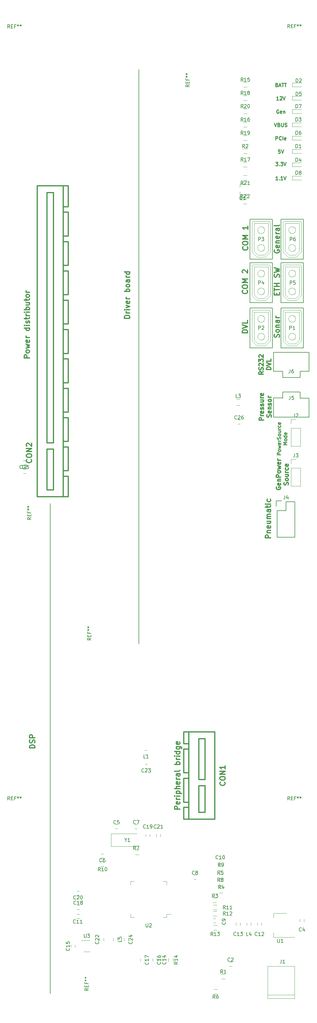
<source format=gbr>
G04 #@! TF.FileFunction,Legend,Top*
%FSLAX46Y46*%
G04 Gerber Fmt 4.6, Leading zero omitted, Abs format (unit mm)*
G04 Created by KiCad (PCBNEW 4.0.7) date 02/02/18 15:47:42*
%MOMM*%
%LPD*%
G01*
G04 APERTURE LIST*
%ADD10C,0.100000*%
%ADD11C,0.250000*%
%ADD12C,0.300000*%
%ADD13C,0.254000*%
%ADD14C,0.200000*%
%ADD15C,0.120000*%
%ADD16C,0.150000*%
%ADD17C,0.304800*%
G04 APERTURE END LIST*
D10*
D11*
X156360953Y-30171D02*
X156503810Y-77790D01*
X156551429Y-125410D01*
X156599048Y-220648D01*
X156599048Y-363505D01*
X156551429Y-458743D01*
X156503810Y-506362D01*
X156408572Y-553981D01*
X156027619Y-553981D01*
X156027619Y446019D01*
X156360953Y446019D01*
X156456191Y398400D01*
X156503810Y350781D01*
X156551429Y255543D01*
X156551429Y160305D01*
X156503810Y65067D01*
X156456191Y17448D01*
X156360953Y-30171D01*
X156027619Y-30171D01*
X156980000Y-268267D02*
X157456191Y-268267D01*
X156884762Y-553981D02*
X157218095Y446019D01*
X157551429Y-553981D01*
X157741905Y446019D02*
X158313334Y446019D01*
X158027619Y-553981D02*
X158027619Y446019D01*
X158503810Y446019D02*
X159075239Y446019D01*
X158789524Y-553981D02*
X158789524Y446019D01*
D12*
X87038571Y-189817142D02*
X85538571Y-189817142D01*
X85538571Y-189459999D01*
X85610000Y-189245714D01*
X85752857Y-189102856D01*
X85895714Y-189031428D01*
X86181429Y-188959999D01*
X86395714Y-188959999D01*
X86681429Y-189031428D01*
X86824286Y-189102856D01*
X86967143Y-189245714D01*
X87038571Y-189459999D01*
X87038571Y-189817142D01*
X86967143Y-188388571D02*
X87038571Y-188174285D01*
X87038571Y-187817142D01*
X86967143Y-187674285D01*
X86895714Y-187602856D01*
X86752857Y-187531428D01*
X86610000Y-187531428D01*
X86467143Y-187602856D01*
X86395714Y-187674285D01*
X86324286Y-187817142D01*
X86252857Y-188102856D01*
X86181429Y-188245714D01*
X86110000Y-188317142D01*
X85967143Y-188388571D01*
X85824286Y-188388571D01*
X85681429Y-188317142D01*
X85610000Y-188245714D01*
X85538571Y-188102856D01*
X85538571Y-187745714D01*
X85610000Y-187531428D01*
X87038571Y-186888571D02*
X85538571Y-186888571D01*
X85538571Y-186317143D01*
X85610000Y-186174285D01*
X85681429Y-186102857D01*
X85824286Y-186031428D01*
X86038571Y-186031428D01*
X86181429Y-186102857D01*
X86252857Y-186174285D01*
X86324286Y-186317143D01*
X86324286Y-186888571D01*
X114216571Y-66840856D02*
X112716571Y-66840856D01*
X112716571Y-66483713D01*
X112788000Y-66269428D01*
X112930857Y-66126570D01*
X113073714Y-66055142D01*
X113359429Y-65983713D01*
X113573714Y-65983713D01*
X113859429Y-66055142D01*
X114002286Y-66126570D01*
X114145143Y-66269428D01*
X114216571Y-66483713D01*
X114216571Y-66840856D01*
X114216571Y-65340856D02*
X113216571Y-65340856D01*
X113502286Y-65340856D02*
X113359429Y-65269428D01*
X113288000Y-65197999D01*
X113216571Y-65055142D01*
X113216571Y-64912285D01*
X114216571Y-64412285D02*
X113216571Y-64412285D01*
X112716571Y-64412285D02*
X112788000Y-64483714D01*
X112859429Y-64412285D01*
X112788000Y-64340857D01*
X112716571Y-64412285D01*
X112859429Y-64412285D01*
X113216571Y-63840856D02*
X114216571Y-63483713D01*
X113216571Y-63126571D01*
X114145143Y-61983714D02*
X114216571Y-62126571D01*
X114216571Y-62412285D01*
X114145143Y-62555142D01*
X114002286Y-62626571D01*
X113430857Y-62626571D01*
X113288000Y-62555142D01*
X113216571Y-62412285D01*
X113216571Y-62126571D01*
X113288000Y-61983714D01*
X113430857Y-61912285D01*
X113573714Y-61912285D01*
X113716571Y-62626571D01*
X114216571Y-61269428D02*
X113216571Y-61269428D01*
X113502286Y-61269428D02*
X113359429Y-61198000D01*
X113288000Y-61126571D01*
X113216571Y-60983714D01*
X113216571Y-60840857D01*
X114216571Y-59198000D02*
X112716571Y-59198000D01*
X113288000Y-59198000D02*
X113216571Y-59055143D01*
X113216571Y-58769429D01*
X113288000Y-58626572D01*
X113359429Y-58555143D01*
X113502286Y-58483714D01*
X113930857Y-58483714D01*
X114073714Y-58555143D01*
X114145143Y-58626572D01*
X114216571Y-58769429D01*
X114216571Y-59055143D01*
X114145143Y-59198000D01*
X114216571Y-57626571D02*
X114145143Y-57769429D01*
X114073714Y-57840857D01*
X113930857Y-57912286D01*
X113502286Y-57912286D01*
X113359429Y-57840857D01*
X113288000Y-57769429D01*
X113216571Y-57626571D01*
X113216571Y-57412286D01*
X113288000Y-57269429D01*
X113359429Y-57198000D01*
X113502286Y-57126571D01*
X113930857Y-57126571D01*
X114073714Y-57198000D01*
X114145143Y-57269429D01*
X114216571Y-57412286D01*
X114216571Y-57626571D01*
X114216571Y-55840857D02*
X113430857Y-55840857D01*
X113288000Y-55912286D01*
X113216571Y-56055143D01*
X113216571Y-56340857D01*
X113288000Y-56483714D01*
X114145143Y-55840857D02*
X114216571Y-55983714D01*
X114216571Y-56340857D01*
X114145143Y-56483714D01*
X114002286Y-56555143D01*
X113859429Y-56555143D01*
X113716571Y-56483714D01*
X113645143Y-56340857D01*
X113645143Y-55983714D01*
X113573714Y-55840857D01*
X114216571Y-55126571D02*
X113216571Y-55126571D01*
X113502286Y-55126571D02*
X113359429Y-55055143D01*
X113288000Y-54983714D01*
X113216571Y-54840857D01*
X113216571Y-54698000D01*
X114216571Y-53555143D02*
X112716571Y-53555143D01*
X114145143Y-53555143D02*
X114216571Y-53698000D01*
X114216571Y-53983714D01*
X114145143Y-54126572D01*
X114073714Y-54198000D01*
X113930857Y-54269429D01*
X113502286Y-54269429D01*
X113359429Y-54198000D01*
X113288000Y-54126572D01*
X113216571Y-53983714D01*
X113216571Y-53698000D01*
X113288000Y-53555143D01*
D11*
X155646667Y-10983981D02*
X155980000Y-11983981D01*
X156313334Y-10983981D01*
X156980001Y-11460171D02*
X157122858Y-11507790D01*
X157170477Y-11555410D01*
X157218096Y-11650648D01*
X157218096Y-11793505D01*
X157170477Y-11888743D01*
X157122858Y-11936362D01*
X157027620Y-11983981D01*
X156646667Y-11983981D01*
X156646667Y-10983981D01*
X156980001Y-10983981D01*
X157075239Y-11031600D01*
X157122858Y-11079219D01*
X157170477Y-11174457D01*
X157170477Y-11269695D01*
X157122858Y-11364933D01*
X157075239Y-11412552D01*
X156980001Y-11460171D01*
X156646667Y-11460171D01*
X157646667Y-10983981D02*
X157646667Y-11793505D01*
X157694286Y-11888743D01*
X157741905Y-11936362D01*
X157837143Y-11983981D01*
X158027620Y-11983981D01*
X158122858Y-11936362D01*
X158170477Y-11888743D01*
X158218096Y-11793505D01*
X158218096Y-10983981D01*
X158646667Y-11936362D02*
X158789524Y-11983981D01*
X159027620Y-11983981D01*
X159122858Y-11936362D01*
X159170477Y-11888743D01*
X159218096Y-11793505D01*
X159218096Y-11698267D01*
X159170477Y-11603029D01*
X159122858Y-11555410D01*
X159027620Y-11507790D01*
X158837143Y-11460171D01*
X158741905Y-11412552D01*
X158694286Y-11364933D01*
X158646667Y-11269695D01*
X158646667Y-11174457D01*
X158694286Y-11079219D01*
X158741905Y-11031600D01*
X158837143Y-10983981D01*
X159075239Y-10983981D01*
X159218096Y-11031600D01*
X156003810Y-22159981D02*
X156622858Y-22159981D01*
X156289524Y-22540933D01*
X156432382Y-22540933D01*
X156527620Y-22588552D01*
X156575239Y-22636171D01*
X156622858Y-22731410D01*
X156622858Y-22969505D01*
X156575239Y-23064743D01*
X156527620Y-23112362D01*
X156432382Y-23159981D01*
X156146667Y-23159981D01*
X156051429Y-23112362D01*
X156003810Y-23064743D01*
X157051429Y-23064743D02*
X157099048Y-23112362D01*
X157051429Y-23159981D01*
X157003810Y-23112362D01*
X157051429Y-23064743D01*
X157051429Y-23159981D01*
X157432381Y-22159981D02*
X158051429Y-22159981D01*
X157718095Y-22540933D01*
X157860953Y-22540933D01*
X157956191Y-22588552D01*
X158003810Y-22636171D01*
X158051429Y-22731410D01*
X158051429Y-22969505D01*
X158003810Y-23064743D01*
X157956191Y-23112362D01*
X157860953Y-23159981D01*
X157575238Y-23159981D01*
X157480000Y-23112362D01*
X157432381Y-23064743D01*
X158337143Y-22159981D02*
X158670476Y-23159981D01*
X159003810Y-22159981D01*
X156860953Y-7221600D02*
X156765715Y-7173981D01*
X156622858Y-7173981D01*
X156480000Y-7221600D01*
X156384762Y-7316838D01*
X156337143Y-7412076D01*
X156289524Y-7602552D01*
X156289524Y-7745410D01*
X156337143Y-7935886D01*
X156384762Y-8031124D01*
X156480000Y-8126362D01*
X156622858Y-8173981D01*
X156718096Y-8173981D01*
X156860953Y-8126362D01*
X156908572Y-8078743D01*
X156908572Y-7745410D01*
X156718096Y-7745410D01*
X157718096Y-8126362D02*
X157622858Y-8173981D01*
X157432381Y-8173981D01*
X157337143Y-8126362D01*
X157289524Y-8031124D01*
X157289524Y-7650171D01*
X157337143Y-7554933D01*
X157432381Y-7507314D01*
X157622858Y-7507314D01*
X157718096Y-7554933D01*
X157765715Y-7650171D01*
X157765715Y-7745410D01*
X157289524Y-7840648D01*
X158194286Y-7507314D02*
X158194286Y-8173981D01*
X158194286Y-7602552D02*
X158241905Y-7554933D01*
X158337143Y-7507314D01*
X158480001Y-7507314D01*
X158575239Y-7554933D01*
X158622858Y-7650171D01*
X158622858Y-8173981D01*
X157289524Y-18603981D02*
X156813333Y-18603981D01*
X156765714Y-19080171D01*
X156813333Y-19032552D01*
X156908571Y-18984933D01*
X157146667Y-18984933D01*
X157241905Y-19032552D01*
X157289524Y-19080171D01*
X157337143Y-19175410D01*
X157337143Y-19413505D01*
X157289524Y-19508743D01*
X157241905Y-19556362D01*
X157146667Y-19603981D01*
X156908571Y-19603981D01*
X156813333Y-19556362D01*
X156765714Y-19508743D01*
X157622857Y-18603981D02*
X157956190Y-19603981D01*
X158289524Y-18603981D01*
X156051429Y-15793981D02*
X156051429Y-14793981D01*
X156432382Y-14793981D01*
X156527620Y-14841600D01*
X156575239Y-14889219D01*
X156622858Y-14984457D01*
X156622858Y-15127314D01*
X156575239Y-15222552D01*
X156527620Y-15270171D01*
X156432382Y-15317790D01*
X156051429Y-15317790D01*
X157622858Y-15698743D02*
X157575239Y-15746362D01*
X157432382Y-15793981D01*
X157337144Y-15793981D01*
X157194286Y-15746362D01*
X157099048Y-15651124D01*
X157051429Y-15555886D01*
X157003810Y-15365410D01*
X157003810Y-15222552D01*
X157051429Y-15032076D01*
X157099048Y-14936838D01*
X157194286Y-14841600D01*
X157337144Y-14793981D01*
X157432382Y-14793981D01*
X157575239Y-14841600D01*
X157622858Y-14889219D01*
X158051429Y-15793981D02*
X158051429Y-14793981D01*
X158908572Y-15746362D02*
X158813334Y-15793981D01*
X158622857Y-15793981D01*
X158527619Y-15746362D01*
X158480000Y-15651124D01*
X158480000Y-15270171D01*
X158527619Y-15174933D01*
X158622857Y-15127314D01*
X158813334Y-15127314D01*
X158908572Y-15174933D01*
X158956191Y-15270171D01*
X158956191Y-15365410D01*
X158480000Y-15460648D01*
X156860953Y-4363981D02*
X156289524Y-4363981D01*
X156575238Y-4363981D02*
X156575238Y-3363981D01*
X156480000Y-3506838D01*
X156384762Y-3602076D01*
X156289524Y-3649695D01*
X157241905Y-3459219D02*
X157289524Y-3411600D01*
X157384762Y-3363981D01*
X157622858Y-3363981D01*
X157718096Y-3411600D01*
X157765715Y-3459219D01*
X157813334Y-3554457D01*
X157813334Y-3649695D01*
X157765715Y-3792552D01*
X157194286Y-4363981D01*
X157813334Y-4363981D01*
X158099048Y-3363981D02*
X158432381Y-4363981D01*
X158765715Y-3363981D01*
X156622858Y-27223981D02*
X156051429Y-27223981D01*
X156337143Y-27223981D02*
X156337143Y-26223981D01*
X156241905Y-26366838D01*
X156146667Y-26462076D01*
X156051429Y-26509695D01*
X157051429Y-27128743D02*
X157099048Y-27176362D01*
X157051429Y-27223981D01*
X157003810Y-27176362D01*
X157051429Y-27128743D01*
X157051429Y-27223981D01*
X158051429Y-27223981D02*
X157480000Y-27223981D01*
X157765714Y-27223981D02*
X157765714Y-26223981D01*
X157670476Y-26366838D01*
X157575238Y-26462076D01*
X157480000Y-26509695D01*
X158337143Y-26223981D02*
X158670476Y-27223981D01*
X159003810Y-26223981D01*
D12*
X155714000Y-47303142D02*
X155642571Y-47445999D01*
X155642571Y-47660285D01*
X155714000Y-47874570D01*
X155856857Y-48017428D01*
X155999714Y-48088856D01*
X156285429Y-48160285D01*
X156499714Y-48160285D01*
X156785429Y-48088856D01*
X156928286Y-48017428D01*
X157071143Y-47874570D01*
X157142571Y-47660285D01*
X157142571Y-47517428D01*
X157071143Y-47303142D01*
X156999714Y-47231713D01*
X156499714Y-47231713D01*
X156499714Y-47517428D01*
X157071143Y-46017428D02*
X157142571Y-46160285D01*
X157142571Y-46445999D01*
X157071143Y-46588856D01*
X156928286Y-46660285D01*
X156356857Y-46660285D01*
X156214000Y-46588856D01*
X156142571Y-46445999D01*
X156142571Y-46160285D01*
X156214000Y-46017428D01*
X156356857Y-45945999D01*
X156499714Y-45945999D01*
X156642571Y-46660285D01*
X156142571Y-45303142D02*
X157142571Y-45303142D01*
X156285429Y-45303142D02*
X156214000Y-45231714D01*
X156142571Y-45088856D01*
X156142571Y-44874571D01*
X156214000Y-44731714D01*
X156356857Y-44660285D01*
X157142571Y-44660285D01*
X157071143Y-43374571D02*
X157142571Y-43517428D01*
X157142571Y-43803142D01*
X157071143Y-43945999D01*
X156928286Y-44017428D01*
X156356857Y-44017428D01*
X156214000Y-43945999D01*
X156142571Y-43803142D01*
X156142571Y-43517428D01*
X156214000Y-43374571D01*
X156356857Y-43303142D01*
X156499714Y-43303142D01*
X156642571Y-44017428D01*
X157142571Y-42660285D02*
X156142571Y-42660285D01*
X156428286Y-42660285D02*
X156285429Y-42588857D01*
X156214000Y-42517428D01*
X156142571Y-42374571D01*
X156142571Y-42231714D01*
X157142571Y-41088857D02*
X156356857Y-41088857D01*
X156214000Y-41160286D01*
X156142571Y-41303143D01*
X156142571Y-41588857D01*
X156214000Y-41731714D01*
X157071143Y-41088857D02*
X157142571Y-41231714D01*
X157142571Y-41588857D01*
X157071143Y-41731714D01*
X156928286Y-41803143D01*
X156785429Y-41803143D01*
X156642571Y-41731714D01*
X156571143Y-41588857D01*
X156571143Y-41231714D01*
X156499714Y-41088857D01*
X157142571Y-40160285D02*
X157071143Y-40303143D01*
X156928286Y-40374571D01*
X155642571Y-40374571D01*
X156356857Y-60209428D02*
X156356857Y-59709428D01*
X157142571Y-59495142D02*
X157142571Y-60209428D01*
X155642571Y-60209428D01*
X155642571Y-59495142D01*
X155642571Y-59066571D02*
X155642571Y-58209428D01*
X157142571Y-58637999D02*
X155642571Y-58637999D01*
X157142571Y-57709428D02*
X155642571Y-57709428D01*
X156356857Y-57709428D02*
X156356857Y-56852285D01*
X157142571Y-56852285D02*
X155642571Y-56852285D01*
X157071143Y-55066571D02*
X157142571Y-54852285D01*
X157142571Y-54495142D01*
X157071143Y-54352285D01*
X156999714Y-54280856D01*
X156856857Y-54209428D01*
X156714000Y-54209428D01*
X156571143Y-54280856D01*
X156499714Y-54352285D01*
X156428286Y-54495142D01*
X156356857Y-54780856D01*
X156285429Y-54923714D01*
X156214000Y-54995142D01*
X156071143Y-55066571D01*
X155928286Y-55066571D01*
X155785429Y-54995142D01*
X155714000Y-54923714D01*
X155642571Y-54780856D01*
X155642571Y-54423714D01*
X155714000Y-54209428D01*
X155642571Y-53709428D02*
X157142571Y-53352285D01*
X156071143Y-53066571D01*
X157142571Y-52780857D01*
X155642571Y-52423714D01*
X157071143Y-72270571D02*
X157142571Y-72056285D01*
X157142571Y-71699142D01*
X157071143Y-71556285D01*
X156999714Y-71484856D01*
X156856857Y-71413428D01*
X156714000Y-71413428D01*
X156571143Y-71484856D01*
X156499714Y-71556285D01*
X156428286Y-71699142D01*
X156356857Y-71984856D01*
X156285429Y-72127714D01*
X156214000Y-72199142D01*
X156071143Y-72270571D01*
X155928286Y-72270571D01*
X155785429Y-72199142D01*
X155714000Y-72127714D01*
X155642571Y-71984856D01*
X155642571Y-71627714D01*
X155714000Y-71413428D01*
X157142571Y-70556285D02*
X157071143Y-70699143D01*
X156999714Y-70770571D01*
X156856857Y-70842000D01*
X156428286Y-70842000D01*
X156285429Y-70770571D01*
X156214000Y-70699143D01*
X156142571Y-70556285D01*
X156142571Y-70342000D01*
X156214000Y-70199143D01*
X156285429Y-70127714D01*
X156428286Y-70056285D01*
X156856857Y-70056285D01*
X156999714Y-70127714D01*
X157071143Y-70199143D01*
X157142571Y-70342000D01*
X157142571Y-70556285D01*
X156142571Y-69413428D02*
X157142571Y-69413428D01*
X156285429Y-69413428D02*
X156214000Y-69342000D01*
X156142571Y-69199142D01*
X156142571Y-68984857D01*
X156214000Y-68842000D01*
X156356857Y-68770571D01*
X157142571Y-68770571D01*
X157142571Y-67413428D02*
X156356857Y-67413428D01*
X156214000Y-67484857D01*
X156142571Y-67627714D01*
X156142571Y-67913428D01*
X156214000Y-68056285D01*
X157071143Y-67413428D02*
X157142571Y-67556285D01*
X157142571Y-67913428D01*
X157071143Y-68056285D01*
X156928286Y-68127714D01*
X156785429Y-68127714D01*
X156642571Y-68056285D01*
X156571143Y-67913428D01*
X156571143Y-67556285D01*
X156499714Y-67413428D01*
X157142571Y-66699142D02*
X156142571Y-66699142D01*
X156428286Y-66699142D02*
X156285429Y-66627714D01*
X156214000Y-66556285D01*
X156142571Y-66413428D01*
X156142571Y-66270571D01*
X152481624Y-82137553D02*
X151876862Y-82560886D01*
X152481624Y-82863267D02*
X151211624Y-82863267D01*
X151211624Y-82379458D01*
X151272100Y-82258505D01*
X151332576Y-82198029D01*
X151453529Y-82137553D01*
X151634957Y-82137553D01*
X151755910Y-82198029D01*
X151816386Y-82258505D01*
X151876862Y-82379458D01*
X151876862Y-82863267D01*
X152421148Y-81653743D02*
X152481624Y-81472315D01*
X152481624Y-81169934D01*
X152421148Y-81048981D01*
X152360671Y-80988505D01*
X152239719Y-80928029D01*
X152118767Y-80928029D01*
X151997814Y-80988505D01*
X151937338Y-81048981D01*
X151876862Y-81169934D01*
X151816386Y-81411838D01*
X151755910Y-81532791D01*
X151695433Y-81593267D01*
X151574481Y-81653743D01*
X151453529Y-81653743D01*
X151332576Y-81593267D01*
X151272100Y-81532791D01*
X151211624Y-81411838D01*
X151211624Y-81109458D01*
X151272100Y-80928029D01*
X151332576Y-80444219D02*
X151272100Y-80383743D01*
X151211624Y-80262791D01*
X151211624Y-79960410D01*
X151272100Y-79839457D01*
X151332576Y-79778981D01*
X151453529Y-79718505D01*
X151574481Y-79718505D01*
X151755910Y-79778981D01*
X152481624Y-80504695D01*
X152481624Y-79718505D01*
X151211624Y-79295171D02*
X151211624Y-78508981D01*
X151695433Y-78932314D01*
X151695433Y-78750886D01*
X151755910Y-78629933D01*
X151816386Y-78569457D01*
X151937338Y-78508981D01*
X152239719Y-78508981D01*
X152360671Y-78569457D01*
X152421148Y-78629933D01*
X152481624Y-78750886D01*
X152481624Y-79113743D01*
X152421148Y-79234695D01*
X152360671Y-79295171D01*
X151332576Y-78025171D02*
X151272100Y-77964695D01*
X151211624Y-77843743D01*
X151211624Y-77541362D01*
X151272100Y-77420409D01*
X151332576Y-77359933D01*
X151453529Y-77299457D01*
X151574481Y-77299457D01*
X151755910Y-77359933D01*
X152481624Y-78085647D01*
X152481624Y-77299457D01*
X154686624Y-81502552D02*
X153416624Y-81502552D01*
X153416624Y-81200171D01*
X153477100Y-81018743D01*
X153598052Y-80897790D01*
X153719005Y-80837314D01*
X153960910Y-80776838D01*
X154142338Y-80776838D01*
X154384243Y-80837314D01*
X154505195Y-80897790D01*
X154626148Y-81018743D01*
X154686624Y-81200171D01*
X154686624Y-81502552D01*
X153416624Y-80413981D02*
X154686624Y-79990647D01*
X153416624Y-79567314D01*
X154686624Y-78539219D02*
X154686624Y-79143981D01*
X153416624Y-79143981D01*
X152583224Y-96011999D02*
X151313224Y-96011999D01*
X151313224Y-95528190D01*
X151373700Y-95407237D01*
X151434176Y-95346761D01*
X151555129Y-95286285D01*
X151736557Y-95286285D01*
X151857510Y-95346761D01*
X151917986Y-95407237D01*
X151978462Y-95528190D01*
X151978462Y-96011999D01*
X152583224Y-94741999D02*
X151736557Y-94741999D01*
X151978462Y-94741999D02*
X151857510Y-94681523D01*
X151797033Y-94621047D01*
X151736557Y-94500094D01*
X151736557Y-94379142D01*
X152522748Y-93472000D02*
X152583224Y-93592952D01*
X152583224Y-93834857D01*
X152522748Y-93955809D01*
X152401795Y-94016285D01*
X151917986Y-94016285D01*
X151797033Y-93955809D01*
X151736557Y-93834857D01*
X151736557Y-93592952D01*
X151797033Y-93472000D01*
X151917986Y-93411523D01*
X152038938Y-93411523D01*
X152159890Y-94016285D01*
X152522748Y-92927714D02*
X152583224Y-92806762D01*
X152583224Y-92564857D01*
X152522748Y-92443905D01*
X152401795Y-92383429D01*
X152341319Y-92383429D01*
X152220367Y-92443905D01*
X152159890Y-92564857D01*
X152159890Y-92746286D01*
X152099414Y-92867238D01*
X151978462Y-92927714D01*
X151917986Y-92927714D01*
X151797033Y-92867238D01*
X151736557Y-92746286D01*
X151736557Y-92564857D01*
X151797033Y-92443905D01*
X152522748Y-91899619D02*
X152583224Y-91778667D01*
X152583224Y-91536762D01*
X152522748Y-91415810D01*
X152401795Y-91355334D01*
X152341319Y-91355334D01*
X152220367Y-91415810D01*
X152159890Y-91536762D01*
X152159890Y-91718191D01*
X152099414Y-91839143D01*
X151978462Y-91899619D01*
X151917986Y-91899619D01*
X151797033Y-91839143D01*
X151736557Y-91718191D01*
X151736557Y-91536762D01*
X151797033Y-91415810D01*
X151736557Y-90266762D02*
X152583224Y-90266762D01*
X151736557Y-90811048D02*
X152401795Y-90811048D01*
X152522748Y-90750572D01*
X152583224Y-90629619D01*
X152583224Y-90448191D01*
X152522748Y-90327239D01*
X152462271Y-90266762D01*
X152583224Y-89662000D02*
X151736557Y-89662000D01*
X151978462Y-89662000D02*
X151857510Y-89601524D01*
X151797033Y-89541048D01*
X151736557Y-89420095D01*
X151736557Y-89299143D01*
X152522748Y-88392001D02*
X152583224Y-88512953D01*
X152583224Y-88754858D01*
X152522748Y-88875810D01*
X152401795Y-88936286D01*
X151917986Y-88936286D01*
X151797033Y-88875810D01*
X151736557Y-88754858D01*
X151736557Y-88512953D01*
X151797033Y-88392001D01*
X151917986Y-88331524D01*
X152038938Y-88331524D01*
X152159890Y-88936286D01*
X154727748Y-95165333D02*
X154788224Y-94983905D01*
X154788224Y-94681524D01*
X154727748Y-94560571D01*
X154667271Y-94500095D01*
X154546319Y-94439619D01*
X154425367Y-94439619D01*
X154304414Y-94500095D01*
X154243938Y-94560571D01*
X154183462Y-94681524D01*
X154122986Y-94923428D01*
X154062510Y-95044381D01*
X154002033Y-95104857D01*
X153881081Y-95165333D01*
X153760129Y-95165333D01*
X153639176Y-95104857D01*
X153578700Y-95044381D01*
X153518224Y-94923428D01*
X153518224Y-94621048D01*
X153578700Y-94439619D01*
X154727748Y-93411524D02*
X154788224Y-93532476D01*
X154788224Y-93774381D01*
X154727748Y-93895333D01*
X154606795Y-93955809D01*
X154122986Y-93955809D01*
X154002033Y-93895333D01*
X153941557Y-93774381D01*
X153941557Y-93532476D01*
X154002033Y-93411524D01*
X154122986Y-93351047D01*
X154243938Y-93351047D01*
X154364890Y-93955809D01*
X153941557Y-92806762D02*
X154788224Y-92806762D01*
X154062510Y-92806762D02*
X154002033Y-92746286D01*
X153941557Y-92625333D01*
X153941557Y-92443905D01*
X154002033Y-92322953D01*
X154122986Y-92262476D01*
X154788224Y-92262476D01*
X154727748Y-91718190D02*
X154788224Y-91597238D01*
X154788224Y-91355333D01*
X154727748Y-91234381D01*
X154606795Y-91173905D01*
X154546319Y-91173905D01*
X154425367Y-91234381D01*
X154364890Y-91355333D01*
X154364890Y-91536762D01*
X154304414Y-91657714D01*
X154183462Y-91718190D01*
X154122986Y-91718190D01*
X154002033Y-91657714D01*
X153941557Y-91536762D01*
X153941557Y-91355333D01*
X154002033Y-91234381D01*
X154788224Y-90448190D02*
X154727748Y-90569143D01*
X154667271Y-90629619D01*
X154546319Y-90690095D01*
X154183462Y-90690095D01*
X154062510Y-90629619D01*
X154002033Y-90569143D01*
X153941557Y-90448190D01*
X153941557Y-90266762D01*
X154002033Y-90145810D01*
X154062510Y-90085333D01*
X154183462Y-90024857D01*
X154546319Y-90024857D01*
X154667271Y-90085333D01*
X154727748Y-90145810D01*
X154788224Y-90266762D01*
X154788224Y-90448190D01*
X154788224Y-89480571D02*
X153941557Y-89480571D01*
X154183462Y-89480571D02*
X154062510Y-89420095D01*
X154002033Y-89359619D01*
X153941557Y-89238666D01*
X153941557Y-89117714D01*
D13*
X157457019Y-105891389D02*
X156441019Y-105891389D01*
X156441019Y-105504342D01*
X156489400Y-105407580D01*
X156537781Y-105359199D01*
X156634543Y-105310818D01*
X156779686Y-105310818D01*
X156876448Y-105359199D01*
X156924829Y-105407580D01*
X156973210Y-105504342D01*
X156973210Y-105891389D01*
X157457019Y-104730246D02*
X157408638Y-104827008D01*
X157360257Y-104875389D01*
X157263495Y-104923770D01*
X156973210Y-104923770D01*
X156876448Y-104875389D01*
X156828067Y-104827008D01*
X156779686Y-104730246D01*
X156779686Y-104585104D01*
X156828067Y-104488342D01*
X156876448Y-104439961D01*
X156973210Y-104391580D01*
X157263495Y-104391580D01*
X157360257Y-104439961D01*
X157408638Y-104488342D01*
X157457019Y-104585104D01*
X157457019Y-104730246D01*
X156779686Y-104052913D02*
X157457019Y-103859389D01*
X156973210Y-103665866D01*
X157457019Y-103472342D01*
X156779686Y-103278818D01*
X157408638Y-102504723D02*
X157457019Y-102601485D01*
X157457019Y-102795008D01*
X157408638Y-102891770D01*
X157311876Y-102940151D01*
X156924829Y-102940151D01*
X156828067Y-102891770D01*
X156779686Y-102795008D01*
X156779686Y-102601485D01*
X156828067Y-102504723D01*
X156924829Y-102456342D01*
X157021590Y-102456342D01*
X157118352Y-102940151D01*
X157457019Y-102020913D02*
X156779686Y-102020913D01*
X156973210Y-102020913D02*
X156876448Y-101972532D01*
X156828067Y-101924151D01*
X156779686Y-101827389D01*
X156779686Y-101730628D01*
X157408638Y-101440342D02*
X157457019Y-101295199D01*
X157457019Y-101053295D01*
X157408638Y-100956533D01*
X157360257Y-100908152D01*
X157263495Y-100859771D01*
X157166733Y-100859771D01*
X157069971Y-100908152D01*
X157021590Y-100956533D01*
X156973210Y-101053295D01*
X156924829Y-101246818D01*
X156876448Y-101343580D01*
X156828067Y-101391961D01*
X156731305Y-101440342D01*
X156634543Y-101440342D01*
X156537781Y-101391961D01*
X156489400Y-101343580D01*
X156441019Y-101246818D01*
X156441019Y-101004914D01*
X156489400Y-100859771D01*
X157457019Y-100279199D02*
X157408638Y-100375961D01*
X157360257Y-100424342D01*
X157263495Y-100472723D01*
X156973210Y-100472723D01*
X156876448Y-100424342D01*
X156828067Y-100375961D01*
X156779686Y-100279199D01*
X156779686Y-100134057D01*
X156828067Y-100037295D01*
X156876448Y-99988914D01*
X156973210Y-99940533D01*
X157263495Y-99940533D01*
X157360257Y-99988914D01*
X157408638Y-100037295D01*
X157457019Y-100134057D01*
X157457019Y-100279199D01*
X156779686Y-99069676D02*
X157457019Y-99069676D01*
X156779686Y-99505104D02*
X157311876Y-99505104D01*
X157408638Y-99456723D01*
X157457019Y-99359961D01*
X157457019Y-99214819D01*
X157408638Y-99118057D01*
X157360257Y-99069676D01*
X157457019Y-98585866D02*
X156779686Y-98585866D01*
X156973210Y-98585866D02*
X156876448Y-98537485D01*
X156828067Y-98489104D01*
X156779686Y-98392342D01*
X156779686Y-98295581D01*
X157408638Y-97521486D02*
X157457019Y-97618248D01*
X157457019Y-97811771D01*
X157408638Y-97908533D01*
X157360257Y-97956914D01*
X157263495Y-98005295D01*
X156973210Y-98005295D01*
X156876448Y-97956914D01*
X156828067Y-97908533D01*
X156779686Y-97811771D01*
X156779686Y-97618248D01*
X156828067Y-97521486D01*
X157408638Y-96699010D02*
X157457019Y-96795772D01*
X157457019Y-96989295D01*
X157408638Y-97086057D01*
X157311876Y-97134438D01*
X156924829Y-97134438D01*
X156828067Y-97086057D01*
X156779686Y-96989295D01*
X156779686Y-96795772D01*
X156828067Y-96699010D01*
X156924829Y-96650629D01*
X157021590Y-96650629D01*
X157118352Y-97134438D01*
X159235019Y-102988533D02*
X158219019Y-102988533D01*
X158944733Y-102649867D01*
X158219019Y-102311200D01*
X159235019Y-102311200D01*
X159235019Y-101682247D02*
X159186638Y-101779009D01*
X159138257Y-101827390D01*
X159041495Y-101875771D01*
X158751210Y-101875771D01*
X158654448Y-101827390D01*
X158606067Y-101779009D01*
X158557686Y-101682247D01*
X158557686Y-101537105D01*
X158606067Y-101440343D01*
X158654448Y-101391962D01*
X158751210Y-101343581D01*
X159041495Y-101343581D01*
X159138257Y-101391962D01*
X159186638Y-101440343D01*
X159235019Y-101537105D01*
X159235019Y-101682247D01*
X159235019Y-100472724D02*
X158219019Y-100472724D01*
X159186638Y-100472724D02*
X159235019Y-100569486D01*
X159235019Y-100763009D01*
X159186638Y-100859771D01*
X159138257Y-100908152D01*
X159041495Y-100956533D01*
X158751210Y-100956533D01*
X158654448Y-100908152D01*
X158606067Y-100859771D01*
X158557686Y-100763009D01*
X158557686Y-100569486D01*
X158606067Y-100472724D01*
X159186638Y-99601867D02*
X159235019Y-99698629D01*
X159235019Y-99892152D01*
X159186638Y-99988914D01*
X159089876Y-100037295D01*
X158702829Y-100037295D01*
X158606067Y-99988914D01*
X158557686Y-99892152D01*
X158557686Y-99698629D01*
X158606067Y-99601867D01*
X158702829Y-99553486D01*
X158799590Y-99553486D01*
X158896352Y-100037295D01*
D12*
X156250500Y-115155133D02*
X156190024Y-115276085D01*
X156190024Y-115457514D01*
X156250500Y-115638942D01*
X156371452Y-115759895D01*
X156492405Y-115820371D01*
X156734310Y-115880847D01*
X156915738Y-115880847D01*
X157157643Y-115820371D01*
X157278595Y-115759895D01*
X157399548Y-115638942D01*
X157460024Y-115457514D01*
X157460024Y-115336562D01*
X157399548Y-115155133D01*
X157339071Y-115094657D01*
X156915738Y-115094657D01*
X156915738Y-115336562D01*
X157399548Y-114066562D02*
X157460024Y-114187514D01*
X157460024Y-114429419D01*
X157399548Y-114550371D01*
X157278595Y-114610847D01*
X156794786Y-114610847D01*
X156673833Y-114550371D01*
X156613357Y-114429419D01*
X156613357Y-114187514D01*
X156673833Y-114066562D01*
X156794786Y-114006085D01*
X156915738Y-114006085D01*
X157036690Y-114610847D01*
X156613357Y-113461800D02*
X157460024Y-113461800D01*
X156734310Y-113461800D02*
X156673833Y-113401324D01*
X156613357Y-113280371D01*
X156613357Y-113098943D01*
X156673833Y-112977991D01*
X156794786Y-112917514D01*
X157460024Y-112917514D01*
X157460024Y-112312752D02*
X156190024Y-112312752D01*
X156190024Y-111828943D01*
X156250500Y-111707990D01*
X156310976Y-111647514D01*
X156431929Y-111587038D01*
X156613357Y-111587038D01*
X156734310Y-111647514D01*
X156794786Y-111707990D01*
X156855262Y-111828943D01*
X156855262Y-112312752D01*
X157460024Y-110861323D02*
X157399548Y-110982276D01*
X157339071Y-111042752D01*
X157218119Y-111103228D01*
X156855262Y-111103228D01*
X156734310Y-111042752D01*
X156673833Y-110982276D01*
X156613357Y-110861323D01*
X156613357Y-110679895D01*
X156673833Y-110558943D01*
X156734310Y-110498466D01*
X156855262Y-110437990D01*
X157218119Y-110437990D01*
X157339071Y-110498466D01*
X157399548Y-110558943D01*
X157460024Y-110679895D01*
X157460024Y-110861323D01*
X156613357Y-110014656D02*
X157460024Y-109772752D01*
X156855262Y-109530847D01*
X157460024Y-109288942D01*
X156613357Y-109047037D01*
X157399548Y-108079419D02*
X157460024Y-108200371D01*
X157460024Y-108442276D01*
X157399548Y-108563228D01*
X157278595Y-108623704D01*
X156794786Y-108623704D01*
X156673833Y-108563228D01*
X156613357Y-108442276D01*
X156613357Y-108200371D01*
X156673833Y-108079419D01*
X156794786Y-108018942D01*
X156915738Y-108018942D01*
X157036690Y-108623704D01*
X157460024Y-107474657D02*
X156613357Y-107474657D01*
X156855262Y-107474657D02*
X156734310Y-107414181D01*
X156673833Y-107353705D01*
X156613357Y-107232752D01*
X156613357Y-107111800D01*
X159604548Y-114550371D02*
X159665024Y-114368943D01*
X159665024Y-114066562D01*
X159604548Y-113945609D01*
X159544071Y-113885133D01*
X159423119Y-113824657D01*
X159302167Y-113824657D01*
X159181214Y-113885133D01*
X159120738Y-113945609D01*
X159060262Y-114066562D01*
X158999786Y-114308466D01*
X158939310Y-114429419D01*
X158878833Y-114489895D01*
X158757881Y-114550371D01*
X158636929Y-114550371D01*
X158515976Y-114489895D01*
X158455500Y-114429419D01*
X158395024Y-114308466D01*
X158395024Y-114006086D01*
X158455500Y-113824657D01*
X159665024Y-113098942D02*
X159604548Y-113219895D01*
X159544071Y-113280371D01*
X159423119Y-113340847D01*
X159060262Y-113340847D01*
X158939310Y-113280371D01*
X158878833Y-113219895D01*
X158818357Y-113098942D01*
X158818357Y-112917514D01*
X158878833Y-112796562D01*
X158939310Y-112736085D01*
X159060262Y-112675609D01*
X159423119Y-112675609D01*
X159544071Y-112736085D01*
X159604548Y-112796562D01*
X159665024Y-112917514D01*
X159665024Y-113098942D01*
X158818357Y-111587037D02*
X159665024Y-111587037D01*
X158818357Y-112131323D02*
X159483595Y-112131323D01*
X159604548Y-112070847D01*
X159665024Y-111949894D01*
X159665024Y-111768466D01*
X159604548Y-111647514D01*
X159544071Y-111587037D01*
X159665024Y-110982275D02*
X158818357Y-110982275D01*
X159060262Y-110982275D02*
X158939310Y-110921799D01*
X158878833Y-110861323D01*
X158818357Y-110740370D01*
X158818357Y-110619418D01*
X159604548Y-109651799D02*
X159665024Y-109772752D01*
X159665024Y-110014656D01*
X159604548Y-110135609D01*
X159544071Y-110196085D01*
X159423119Y-110256561D01*
X159060262Y-110256561D01*
X158939310Y-110196085D01*
X158878833Y-110135609D01*
X158818357Y-110014656D01*
X158818357Y-109772752D01*
X158878833Y-109651799D01*
X159604548Y-108623705D02*
X159665024Y-108744657D01*
X159665024Y-108986562D01*
X159604548Y-109107514D01*
X159483595Y-109167990D01*
X158999786Y-109167990D01*
X158878833Y-109107514D01*
X158818357Y-108986562D01*
X158818357Y-108744657D01*
X158878833Y-108623705D01*
X158999786Y-108563228D01*
X159120738Y-108563228D01*
X159241690Y-109167990D01*
X154602571Y-129706000D02*
X153102571Y-129706000D01*
X153102571Y-129134572D01*
X153174000Y-128991714D01*
X153245429Y-128920286D01*
X153388286Y-128848857D01*
X153602571Y-128848857D01*
X153745429Y-128920286D01*
X153816857Y-128991714D01*
X153888286Y-129134572D01*
X153888286Y-129706000D01*
X153602571Y-128206000D02*
X154602571Y-128206000D01*
X153745429Y-128206000D02*
X153674000Y-128134572D01*
X153602571Y-127991714D01*
X153602571Y-127777429D01*
X153674000Y-127634572D01*
X153816857Y-127563143D01*
X154602571Y-127563143D01*
X154531143Y-126277429D02*
X154602571Y-126420286D01*
X154602571Y-126706000D01*
X154531143Y-126848857D01*
X154388286Y-126920286D01*
X153816857Y-126920286D01*
X153674000Y-126848857D01*
X153602571Y-126706000D01*
X153602571Y-126420286D01*
X153674000Y-126277429D01*
X153816857Y-126206000D01*
X153959714Y-126206000D01*
X154102571Y-126920286D01*
X153602571Y-124920286D02*
X154602571Y-124920286D01*
X153602571Y-125563143D02*
X154388286Y-125563143D01*
X154531143Y-125491715D01*
X154602571Y-125348857D01*
X154602571Y-125134572D01*
X154531143Y-124991715D01*
X154459714Y-124920286D01*
X154602571Y-124206000D02*
X153602571Y-124206000D01*
X153745429Y-124206000D02*
X153674000Y-124134572D01*
X153602571Y-123991714D01*
X153602571Y-123777429D01*
X153674000Y-123634572D01*
X153816857Y-123563143D01*
X154602571Y-123563143D01*
X153816857Y-123563143D02*
X153674000Y-123491714D01*
X153602571Y-123348857D01*
X153602571Y-123134572D01*
X153674000Y-122991714D01*
X153816857Y-122920286D01*
X154602571Y-122920286D01*
X154602571Y-121563143D02*
X153816857Y-121563143D01*
X153674000Y-121634572D01*
X153602571Y-121777429D01*
X153602571Y-122063143D01*
X153674000Y-122206000D01*
X154531143Y-121563143D02*
X154602571Y-121706000D01*
X154602571Y-122063143D01*
X154531143Y-122206000D01*
X154388286Y-122277429D01*
X154245429Y-122277429D01*
X154102571Y-122206000D01*
X154031143Y-122063143D01*
X154031143Y-121706000D01*
X153959714Y-121563143D01*
X153602571Y-121063143D02*
X153602571Y-120491714D01*
X153102571Y-120848857D02*
X154388286Y-120848857D01*
X154531143Y-120777429D01*
X154602571Y-120634571D01*
X154602571Y-120491714D01*
X154602571Y-119991714D02*
X153602571Y-119991714D01*
X153102571Y-119991714D02*
X153174000Y-120063143D01*
X153245429Y-119991714D01*
X153174000Y-119920286D01*
X153102571Y-119991714D01*
X153245429Y-119991714D01*
X154531143Y-118634571D02*
X154602571Y-118777428D01*
X154602571Y-119063142D01*
X154531143Y-119206000D01*
X154459714Y-119277428D01*
X154316857Y-119348857D01*
X153888286Y-119348857D01*
X153745429Y-119277428D01*
X153674000Y-119206000D01*
X153602571Y-119063142D01*
X153602571Y-118777428D01*
X153674000Y-118634571D01*
D14*
X116840000Y4318000D02*
X116840000Y-160020000D01*
D12*
X147947771Y-70984857D02*
X146447771Y-70984857D01*
X146447771Y-70627714D01*
X146519200Y-70413429D01*
X146662057Y-70270571D01*
X146804914Y-70199143D01*
X147090629Y-70127714D01*
X147304914Y-70127714D01*
X147590629Y-70199143D01*
X147733486Y-70270571D01*
X147876343Y-70413429D01*
X147947771Y-70627714D01*
X147947771Y-70984857D01*
X146447771Y-69699143D02*
X147947771Y-69199143D01*
X146447771Y-68699143D01*
X147947771Y-67484857D02*
X147947771Y-68199143D01*
X146447771Y-68199143D01*
X147855714Y-58852285D02*
X147927143Y-58923714D01*
X147998571Y-59138000D01*
X147998571Y-59280857D01*
X147927143Y-59495142D01*
X147784286Y-59638000D01*
X147641429Y-59709428D01*
X147355714Y-59780857D01*
X147141429Y-59780857D01*
X146855714Y-59709428D01*
X146712857Y-59638000D01*
X146570000Y-59495142D01*
X146498571Y-59280857D01*
X146498571Y-59138000D01*
X146570000Y-58923714D01*
X146641429Y-58852285D01*
X146498571Y-57923714D02*
X146498571Y-57638000D01*
X146570000Y-57495142D01*
X146712857Y-57352285D01*
X146998571Y-57280857D01*
X147498571Y-57280857D01*
X147784286Y-57352285D01*
X147927143Y-57495142D01*
X147998571Y-57638000D01*
X147998571Y-57923714D01*
X147927143Y-58066571D01*
X147784286Y-58209428D01*
X147498571Y-58280857D01*
X146998571Y-58280857D01*
X146712857Y-58209428D01*
X146570000Y-58066571D01*
X146498571Y-57923714D01*
X147998571Y-56637999D02*
X146498571Y-56637999D01*
X147570000Y-56137999D01*
X146498571Y-55637999D01*
X147998571Y-55637999D01*
X146641429Y-53852285D02*
X146570000Y-53780856D01*
X146498571Y-53637999D01*
X146498571Y-53280856D01*
X146570000Y-53137999D01*
X146641429Y-53066570D01*
X146784286Y-52995142D01*
X146927143Y-52995142D01*
X147141429Y-53066570D01*
X147998571Y-53923713D01*
X147998571Y-52995142D01*
X147906514Y-46406285D02*
X147977943Y-46477714D01*
X148049371Y-46692000D01*
X148049371Y-46834857D01*
X147977943Y-47049142D01*
X147835086Y-47192000D01*
X147692229Y-47263428D01*
X147406514Y-47334857D01*
X147192229Y-47334857D01*
X146906514Y-47263428D01*
X146763657Y-47192000D01*
X146620800Y-47049142D01*
X146549371Y-46834857D01*
X146549371Y-46692000D01*
X146620800Y-46477714D01*
X146692229Y-46406285D01*
X146549371Y-45477714D02*
X146549371Y-45192000D01*
X146620800Y-45049142D01*
X146763657Y-44906285D01*
X147049371Y-44834857D01*
X147549371Y-44834857D01*
X147835086Y-44906285D01*
X147977943Y-45049142D01*
X148049371Y-45192000D01*
X148049371Y-45477714D01*
X147977943Y-45620571D01*
X147835086Y-45763428D01*
X147549371Y-45834857D01*
X147049371Y-45834857D01*
X146763657Y-45763428D01*
X146620800Y-45620571D01*
X146549371Y-45477714D01*
X148049371Y-44191999D02*
X146549371Y-44191999D01*
X147620800Y-43691999D01*
X146549371Y-43191999D01*
X148049371Y-43191999D01*
X148049371Y-40549142D02*
X148049371Y-41406285D01*
X148049371Y-40977713D02*
X146549371Y-40977713D01*
X146763657Y-41120570D01*
X146906514Y-41263428D01*
X146977943Y-41406285D01*
D14*
X91440000Y-119888000D02*
X91440000Y-260096000D01*
D15*
X147820000Y-4490000D02*
X146820000Y-4490000D01*
X146820000Y-3130000D02*
X147820000Y-3130000D01*
X124817000Y-238339000D02*
X124817000Y-237389000D01*
X114467000Y-238339000D02*
X114467000Y-237289000D01*
X114467000Y-227989000D02*
X114467000Y-229039000D01*
X124817000Y-227989000D02*
X124817000Y-229039000D01*
X124817000Y-238339000D02*
X123767000Y-238339000D01*
X124817000Y-227989000D02*
X123767000Y-227989000D01*
X114467000Y-227989000D02*
X115517000Y-227989000D01*
X114467000Y-238339000D02*
X115517000Y-238339000D01*
X124817000Y-237389000D02*
X126092000Y-237389000D01*
D16*
X156464000Y-121920000D02*
X156464000Y-129540000D01*
X156464000Y-129540000D02*
X161544000Y-129540000D01*
X161544000Y-129540000D02*
X161544000Y-119380000D01*
X161544000Y-119380000D02*
X159004000Y-119380000D01*
X157734000Y-119100000D02*
X156184000Y-119100000D01*
X159004000Y-119380000D02*
X159004000Y-121920000D01*
X159004000Y-121920000D02*
X156464000Y-121920000D01*
X156184000Y-119100000D02*
X156184000Y-120650000D01*
D15*
X153716000Y-260482000D02*
X161416000Y-260482000D01*
X153716000Y-261482000D02*
X161416000Y-261482000D01*
X161416000Y-261482000D02*
X161416000Y-252282000D01*
X161416000Y-252282000D02*
X153716000Y-252282000D01*
X153716000Y-252282000D02*
X153716000Y-261482000D01*
X138268000Y-240620000D02*
X139268000Y-240620000D01*
X139268000Y-241980000D02*
X138268000Y-241980000D01*
D17*
X135773160Y-198841360D02*
X135773160Y-187142120D01*
X135773160Y-187142120D02*
X133974840Y-187142120D01*
X133974840Y-198841360D02*
X133974840Y-187142120D01*
X133974840Y-200642220D02*
X135773160Y-200642220D01*
X135773160Y-200642220D02*
X135773160Y-208292700D01*
X135773160Y-208292700D02*
X133974840Y-208292700D01*
X133974840Y-208292700D02*
X133974840Y-200642220D01*
X133974840Y-198841360D02*
X135773160Y-198841360D01*
X131173220Y-206842360D02*
X129674620Y-206842360D01*
X129674620Y-206842360D02*
X129674620Y-210240880D01*
X129674620Y-210240880D02*
X131173220Y-210240880D01*
X131173220Y-198541640D02*
X129674620Y-198541640D01*
X129674620Y-198541640D02*
X129674620Y-205341220D01*
X129674620Y-205341220D02*
X131173220Y-205341220D01*
X129674620Y-190141860D02*
X129674620Y-196941440D01*
X129674620Y-196941440D02*
X131173220Y-196941440D01*
X131173220Y-190141860D02*
X129674620Y-190141860D01*
X131173220Y-185242200D02*
X129674620Y-185242200D01*
X129674620Y-185242200D02*
X129674620Y-188640720D01*
X129674620Y-188640720D02*
X131173220Y-188640720D01*
X138574780Y-185242200D02*
X131173220Y-185242200D01*
X131173220Y-185242200D02*
X131173220Y-210240880D01*
X131173220Y-210240880D02*
X138574780Y-210240880D01*
X138574780Y-210240880D02*
X138574780Y-185242200D01*
X92318840Y-104302560D02*
X92318840Y-116001800D01*
X90520520Y-116001800D02*
X90520520Y-104302560D01*
X90520520Y-116001800D02*
X92318840Y-116001800D01*
X96619060Y-112102900D02*
X96619060Y-117901720D01*
X96619060Y-68501260D02*
X95120460Y-68501260D01*
X96619060Y-61701680D02*
X95120460Y-61701680D01*
X96619060Y-60101480D02*
X95120460Y-60101480D01*
X96619060Y-53301900D02*
X95120460Y-53301900D01*
X96619060Y-51701700D02*
X95120460Y-51701700D01*
X96619060Y-44902120D02*
X95120460Y-44902120D01*
X96619060Y-43301920D02*
X95120460Y-43301920D01*
X96619060Y-36502340D02*
X95120460Y-36502340D01*
X96619060Y-28902660D02*
X96619060Y-34902140D01*
X96619060Y-36502340D02*
X96619060Y-43301920D01*
X96619060Y-51701700D02*
X96619060Y-44902120D01*
X96619060Y-53301900D02*
X96619060Y-60101480D01*
X96619060Y-68501260D02*
X96619060Y-61701680D01*
X92318840Y-102501700D02*
X92318840Y-30901640D01*
X90520520Y-30901640D02*
X90520520Y-102501700D01*
X87718900Y-28902660D02*
X87718900Y-117901720D01*
X95120460Y-117901720D02*
X95120460Y-28902660D01*
X87718900Y-28902660D02*
X96619060Y-28902660D01*
X96619060Y-70101460D02*
X95120460Y-70101460D01*
X95120460Y-76903580D02*
X96619060Y-76903580D01*
X96619060Y-78501240D02*
X95120460Y-78501240D01*
X95120460Y-85300820D02*
X96619060Y-85300820D01*
X96619060Y-85300820D02*
X96619060Y-78501240D01*
X96616520Y-76901040D02*
X96616520Y-70101460D01*
X96619060Y-34902140D02*
X95120460Y-34902140D01*
X96619060Y-86903560D02*
X95120460Y-86903560D01*
X96619060Y-93700600D02*
X95120460Y-93700600D01*
X96619060Y-93700600D02*
X96619060Y-86901020D01*
X92318840Y-102501700D02*
X90520520Y-102501700D01*
X90520520Y-30899100D02*
X92318840Y-30899100D01*
X92318840Y-104302560D02*
X90520520Y-104302560D01*
X95120460Y-102102920D02*
X96619060Y-102102920D01*
X96619060Y-102100380D02*
X96619060Y-95300800D01*
X96619060Y-95300800D02*
X95120460Y-95300800D01*
X96619060Y-110500160D02*
X96619060Y-103700580D01*
X96619060Y-103703120D02*
X95120460Y-103703120D01*
X95120460Y-110502700D02*
X96619060Y-110502700D01*
X95120460Y-117901720D02*
X96619060Y-117901720D01*
X96619060Y-112102900D02*
X95120460Y-112102900D01*
X87718900Y-117901720D02*
X95120460Y-117901720D01*
D16*
X155082000Y-63932000D02*
X148672000Y-63932000D01*
X155082000Y-63932000D02*
X155092000Y-75342000D01*
D10*
X154015820Y-64508900D02*
X149765820Y-64508900D01*
X149265820Y-65008900D02*
X149265820Y-73300717D01*
X149271555Y-73314736D02*
X150684942Y-74752919D01*
X150699206Y-74758900D02*
X153082434Y-74758900D01*
X153096698Y-74752919D02*
X154510085Y-73314736D01*
X154515820Y-73300717D02*
X154515820Y-65008900D01*
X149271555Y-73314736D02*
G75*
G02X149265820Y-73300717I14265J14019D01*
G01*
X150699207Y-74758900D02*
G75*
G02X150684942Y-74752919I-1J20000D01*
G01*
X153096699Y-74752919D02*
G75*
G02X153082434Y-74758900I-14265J14019D01*
G01*
X154015820Y-64508900D02*
G75*
G02X154515820Y-65008900I0J-500000D01*
G01*
X150942410Y-74158900D02*
X152839230Y-74158900D01*
X149865820Y-65108900D02*
X149865820Y-73063423D01*
X152839230Y-74158900D02*
X153915820Y-73063423D01*
X153915820Y-65108900D02*
X153915820Y-67962679D01*
X153915820Y-73055240D02*
X153915820Y-65128900D01*
X150942410Y-74158900D02*
X149865820Y-73063423D01*
X149865820Y-65108900D02*
X153915820Y-65108900D01*
X151024433Y-72633273D02*
G75*
G02X150890820Y-72133900I866387J499373D01*
G01*
X152890820Y-72133900D02*
G75*
G02X152756845Y-72633900I-1000000J0D01*
G01*
X152890820Y-67006900D02*
G75*
G02X150890820Y-67006900I-1000000J0D01*
G01*
X152757207Y-66507527D02*
G75*
G02X152890820Y-67006900I-866387J-499373D01*
G01*
X150890820Y-67006900D02*
G75*
G02X151024795Y-66506900I1000000J0D01*
G01*
X150890820Y-72133900D02*
G75*
G02X152890820Y-72133900I1000000J0D01*
G01*
X152756846Y-72633900D02*
G75*
G02X151024795Y-72633900I-866026J500000D01*
G01*
X151024794Y-66506900D02*
G75*
G02X152756845Y-66506900I866026J-500000D01*
G01*
X149265820Y-65008900D02*
G75*
G02X149765820Y-64508900I500000J0D01*
G01*
X154015820Y-64508900D02*
G75*
G02X154515820Y-65008900I0J-500000D01*
G01*
X154015820Y-64508900D02*
G75*
G02X154515820Y-65008900I0J-500000D01*
G01*
X154515821Y-73300717D02*
G75*
G02X154510085Y-73314736I-20001J0D01*
G01*
X153096699Y-74752919D02*
G75*
G02X153082434Y-74758900I-14265J14019D01*
G01*
X150699207Y-74758900D02*
G75*
G02X150684942Y-74752919I-1J20000D01*
G01*
X149271555Y-73314736D02*
G75*
G02X149265820Y-73300717I14265J14019D01*
G01*
X152890820Y-67006900D02*
G75*
G02X150890820Y-67006900I-1000000J0D01*
G01*
X152757207Y-66507527D02*
G75*
G02X152890820Y-67006900I-866387J-499373D01*
G01*
X150890820Y-67006900D02*
G75*
G02X151024795Y-66506900I1000000J0D01*
G01*
X150890820Y-72133900D02*
G75*
G02X152890820Y-72133900I1000000J0D01*
G01*
X152756846Y-72633900D02*
G75*
G02X151024795Y-72633900I-866026J500000D01*
G01*
X151024794Y-66506900D02*
G75*
G02X152756845Y-66506900I866026J-500000D01*
G01*
X149265820Y-65008900D02*
G75*
G02X149765820Y-64508900I500000J0D01*
G01*
X154015820Y-64508900D02*
G75*
G02X154515820Y-65008900I0J-500000D01*
G01*
X154015820Y-64508900D02*
G75*
G02X154515820Y-65008900I0J-500000D01*
G01*
X154515821Y-73300717D02*
G75*
G02X154510085Y-73314736I-20001J0D01*
G01*
X153096699Y-74752919D02*
G75*
G02X153082434Y-74758900I-14265J14019D01*
G01*
X150699207Y-74758900D02*
G75*
G02X150684942Y-74752919I-1J20000D01*
G01*
X149271555Y-73314736D02*
G75*
G02X149265820Y-73300717I14265J14019D01*
G01*
X154015820Y-64508900D02*
X149765820Y-64508900D01*
X149265820Y-65008900D02*
X149265820Y-73300717D01*
X149271555Y-73314736D02*
X150684942Y-74752919D01*
X150699206Y-74758900D02*
X153082434Y-74758900D01*
X153096698Y-74752919D02*
X154510085Y-73314736D01*
X154515820Y-73300717D02*
X154515820Y-65008900D01*
X149271555Y-73314736D02*
G75*
G02X149265820Y-73300717I14265J14019D01*
G01*
X150699207Y-74758900D02*
G75*
G02X150684942Y-74752919I-1J20000D01*
G01*
X153096699Y-74752919D02*
G75*
G02X153082434Y-74758900I-14265J14019D01*
G01*
X154015820Y-64508900D02*
G75*
G02X154515820Y-65008900I0J-500000D01*
G01*
X150942410Y-74158900D02*
X152839230Y-74158900D01*
X149865820Y-65108900D02*
X149865820Y-73063423D01*
X152839230Y-74158900D02*
X153915820Y-73063423D01*
X153915820Y-65108900D02*
X153915820Y-67962679D01*
X153915820Y-73055240D02*
X153915820Y-65128900D01*
X150942410Y-74158900D02*
X149865820Y-73063423D01*
X149865820Y-65108900D02*
X153915820Y-65108900D01*
X151024433Y-72633273D02*
G75*
G02X150890820Y-72133900I866387J499373D01*
G01*
X152890820Y-72133900D02*
G75*
G02X152756845Y-72633900I-1000000J0D01*
G01*
D16*
X155082000Y-63932000D02*
X155092000Y-75342000D01*
X148672000Y-63932000D02*
X148682000Y-75342000D01*
X148672000Y-63932000D02*
X148682000Y-75342000D01*
X155092000Y-75342000D02*
X148682000Y-75342000D01*
D15*
X142760000Y-251090000D02*
X143460000Y-251090000D01*
X143460000Y-252290000D02*
X142760000Y-252290000D01*
X164176000Y-238852000D02*
X164176000Y-239552000D01*
X162976000Y-239552000D02*
X162976000Y-238852000D01*
X110074000Y-211744000D02*
X110774000Y-211744000D01*
X110774000Y-212944000D02*
X110074000Y-212944000D01*
X106710000Y-221326000D02*
X106010000Y-221326000D01*
X106010000Y-220126000D02*
X106710000Y-220126000D01*
X116362000Y-212944000D02*
X115662000Y-212944000D01*
X115662000Y-211744000D02*
X116362000Y-211744000D01*
X132558000Y-226222000D02*
X133258000Y-226222000D01*
X133258000Y-227422000D02*
X132558000Y-227422000D01*
X138146000Y-238668000D02*
X138846000Y-238668000D01*
X138846000Y-239868000D02*
X138146000Y-239868000D01*
X139800000Y-221782000D02*
X140500000Y-221782000D01*
X140500000Y-222982000D02*
X139800000Y-222982000D01*
X99780000Y-238598000D02*
X99080000Y-238598000D01*
X99080000Y-237398000D02*
X99780000Y-237398000D01*
X150784000Y-240568000D02*
X150784000Y-239868000D01*
X151984000Y-239868000D02*
X151984000Y-240568000D01*
X145888000Y-239868000D02*
X145888000Y-240568000D01*
X144688000Y-240568000D02*
X144688000Y-239868000D01*
X123490000Y-250103528D02*
X123490000Y-250803528D01*
X122290000Y-250803528D02*
X122290000Y-250103528D01*
X98544000Y-246168000D02*
X98544000Y-246868000D01*
X97344000Y-246868000D02*
X97344000Y-246168000D01*
X121990000Y-250120000D02*
X121990000Y-250820000D01*
X120790000Y-250820000D02*
X120790000Y-250120000D01*
X118490000Y-250150000D02*
X118490000Y-250850000D01*
X117290000Y-250850000D02*
X117290000Y-250150000D01*
X99780000Y-236020000D02*
X99080000Y-236020000D01*
X99080000Y-234820000D02*
X99780000Y-234820000D01*
X118780000Y-215234000D02*
X118780000Y-214534000D01*
X119980000Y-214534000D02*
X119980000Y-215234000D01*
X99730000Y-231994000D02*
X99030000Y-231994000D01*
X99030000Y-230794000D02*
X99730000Y-230794000D01*
X121828000Y-215168000D02*
X121828000Y-214468000D01*
X123028000Y-214468000D02*
X123028000Y-215168000D01*
X105549000Y-244968000D02*
X105549000Y-244268000D01*
X106749000Y-244268000D02*
X106749000Y-244968000D01*
X119282000Y-195652000D02*
X118582000Y-195652000D01*
X118582000Y-194452000D02*
X119282000Y-194452000D01*
X113833267Y-244261749D02*
X113833267Y-244961749D01*
X112633267Y-244961749D02*
X112633267Y-244261749D01*
X84358000Y-108804000D02*
X83658000Y-108804000D01*
X83658000Y-107604000D02*
X84358000Y-107604000D01*
X145192000Y-95920000D02*
X145892000Y-95920000D01*
X145892000Y-97120000D02*
X145192000Y-97120000D01*
X160468000Y-103438000D02*
X163128000Y-103438000D01*
X160468000Y-98298000D02*
X160468000Y-103438000D01*
X163128000Y-98298000D02*
X163128000Y-103438000D01*
X160468000Y-98298000D02*
X163128000Y-98298000D01*
X160468000Y-97028000D02*
X160468000Y-95698000D01*
X160468000Y-95698000D02*
X161798000Y-95698000D01*
X160468000Y-114868000D02*
X163128000Y-114868000D01*
X160468000Y-109728000D02*
X160468000Y-114868000D01*
X163128000Y-109728000D02*
X163128000Y-114868000D01*
X160468000Y-109728000D02*
X163128000Y-109728000D01*
X160468000Y-108458000D02*
X160468000Y-107128000D01*
X160468000Y-107128000D02*
X161798000Y-107128000D01*
D16*
X165603000Y-89727000D02*
X163028000Y-89727000D01*
X155453000Y-89677000D02*
X158028000Y-89677000D01*
X163028000Y-87902000D02*
X158028000Y-87902000D01*
X163028000Y-89702000D02*
X163028000Y-87902000D01*
X158028000Y-89702000D02*
X158028000Y-87902000D01*
X155448000Y-94732000D02*
X155448000Y-95132000D01*
X155448000Y-92232000D02*
X155448000Y-94732000D01*
X155448000Y-89732000D02*
X155448000Y-89692000D01*
X155448000Y-92232000D02*
X155448000Y-89732000D01*
X155448000Y-89732000D02*
X155448000Y-89692000D01*
X155448000Y-92232000D02*
X155448000Y-89732000D01*
X165618000Y-94722986D02*
X165618000Y-95122986D01*
X165618000Y-92222986D02*
X165618000Y-94722986D01*
X165618000Y-92222986D02*
X165618000Y-89722986D01*
X160628000Y-95132986D02*
X160548000Y-95132986D01*
X165628000Y-95142986D02*
X160628000Y-95132986D01*
X160528000Y-95132000D02*
X155528000Y-95122000D01*
X155528000Y-95122000D02*
X155448000Y-95122000D01*
X155453000Y-81977000D02*
X158028000Y-81977000D01*
X165603000Y-82027000D02*
X163028000Y-82027000D01*
X158028000Y-83802000D02*
X163028000Y-83802000D01*
X158028000Y-82002000D02*
X158028000Y-83802000D01*
X163028000Y-82002000D02*
X163028000Y-83802000D01*
X165608000Y-76972000D02*
X165608000Y-76572000D01*
X165608000Y-79472000D02*
X165608000Y-76972000D01*
X165608000Y-81972000D02*
X165608000Y-82012000D01*
X165608000Y-79472000D02*
X165608000Y-81972000D01*
X165608000Y-81972000D02*
X165608000Y-82012000D01*
X165608000Y-79472000D02*
X165608000Y-81972000D01*
X155438000Y-76981014D02*
X155438000Y-76581014D01*
X155438000Y-79481014D02*
X155438000Y-76981014D01*
X155438000Y-79481014D02*
X155438000Y-81981014D01*
X160428000Y-76571014D02*
X160508000Y-76571014D01*
X155428000Y-76561014D02*
X160428000Y-76571014D01*
X160528000Y-76572000D02*
X165528000Y-76582000D01*
X165528000Y-76582000D02*
X165608000Y-76582000D01*
D15*
X119232000Y-191652000D02*
X118532000Y-191652000D01*
X118532000Y-190452000D02*
X119232000Y-190452000D01*
X83748000Y-110062000D02*
X84448000Y-110062000D01*
X84448000Y-111262000D02*
X83748000Y-111262000D01*
X145794724Y-90018200D02*
X144794724Y-90018200D01*
X144794724Y-91718200D02*
X145794724Y-91718200D01*
X148936000Y-239868000D02*
X148936000Y-240568000D01*
X147736000Y-240568000D02*
X147736000Y-239868000D01*
X110764000Y-244268000D02*
X110764000Y-244968000D01*
X109564000Y-244968000D02*
X109564000Y-244268000D01*
D16*
X163972000Y-63932000D02*
X157562000Y-63932000D01*
X163972000Y-63932000D02*
X163982000Y-75342000D01*
D10*
X162905820Y-64508900D02*
X158655820Y-64508900D01*
X158155820Y-65008900D02*
X158155820Y-73300717D01*
X158161555Y-73314736D02*
X159574942Y-74752919D01*
X159589206Y-74758900D02*
X161972434Y-74758900D01*
X161986698Y-74752919D02*
X163400085Y-73314736D01*
X163405820Y-73300717D02*
X163405820Y-65008900D01*
X158161555Y-73314736D02*
G75*
G02X158155820Y-73300717I14265J14019D01*
G01*
X159589207Y-74758900D02*
G75*
G02X159574942Y-74752919I-1J20000D01*
G01*
X161986699Y-74752919D02*
G75*
G02X161972434Y-74758900I-14265J14019D01*
G01*
X162905820Y-64508900D02*
G75*
G02X163405820Y-65008900I0J-500000D01*
G01*
X159832410Y-74158900D02*
X161729230Y-74158900D01*
X158755820Y-65108900D02*
X158755820Y-73063423D01*
X161729230Y-74158900D02*
X162805820Y-73063423D01*
X162805820Y-65108900D02*
X162805820Y-67962679D01*
X162805820Y-73055240D02*
X162805820Y-65128900D01*
X159832410Y-74158900D02*
X158755820Y-73063423D01*
X158755820Y-65108900D02*
X162805820Y-65108900D01*
X159914433Y-72633273D02*
G75*
G02X159780820Y-72133900I866387J499373D01*
G01*
X161780820Y-72133900D02*
G75*
G02X161646845Y-72633900I-1000000J0D01*
G01*
X161780820Y-67006900D02*
G75*
G02X159780820Y-67006900I-1000000J0D01*
G01*
X161647207Y-66507527D02*
G75*
G02X161780820Y-67006900I-866387J-499373D01*
G01*
X159780820Y-67006900D02*
G75*
G02X159914795Y-66506900I1000000J0D01*
G01*
X159780820Y-72133900D02*
G75*
G02X161780820Y-72133900I1000000J0D01*
G01*
X161646846Y-72633900D02*
G75*
G02X159914795Y-72633900I-866026J500000D01*
G01*
X159914794Y-66506900D02*
G75*
G02X161646845Y-66506900I866026J-500000D01*
G01*
X158155820Y-65008900D02*
G75*
G02X158655820Y-64508900I500000J0D01*
G01*
X162905820Y-64508900D02*
G75*
G02X163405820Y-65008900I0J-500000D01*
G01*
X162905820Y-64508900D02*
G75*
G02X163405820Y-65008900I0J-500000D01*
G01*
X163405821Y-73300717D02*
G75*
G02X163400085Y-73314736I-20001J0D01*
G01*
X161986699Y-74752919D02*
G75*
G02X161972434Y-74758900I-14265J14019D01*
G01*
X159589207Y-74758900D02*
G75*
G02X159574942Y-74752919I-1J20000D01*
G01*
X158161555Y-73314736D02*
G75*
G02X158155820Y-73300717I14265J14019D01*
G01*
X161780820Y-67006900D02*
G75*
G02X159780820Y-67006900I-1000000J0D01*
G01*
X161647207Y-66507527D02*
G75*
G02X161780820Y-67006900I-866387J-499373D01*
G01*
X159780820Y-67006900D02*
G75*
G02X159914795Y-66506900I1000000J0D01*
G01*
X159780820Y-72133900D02*
G75*
G02X161780820Y-72133900I1000000J0D01*
G01*
X161646846Y-72633900D02*
G75*
G02X159914795Y-72633900I-866026J500000D01*
G01*
X159914794Y-66506900D02*
G75*
G02X161646845Y-66506900I866026J-500000D01*
G01*
X158155820Y-65008900D02*
G75*
G02X158655820Y-64508900I500000J0D01*
G01*
X162905820Y-64508900D02*
G75*
G02X163405820Y-65008900I0J-500000D01*
G01*
X162905820Y-64508900D02*
G75*
G02X163405820Y-65008900I0J-500000D01*
G01*
X163405821Y-73300717D02*
G75*
G02X163400085Y-73314736I-20001J0D01*
G01*
X161986699Y-74752919D02*
G75*
G02X161972434Y-74758900I-14265J14019D01*
G01*
X159589207Y-74758900D02*
G75*
G02X159574942Y-74752919I-1J20000D01*
G01*
X158161555Y-73314736D02*
G75*
G02X158155820Y-73300717I14265J14019D01*
G01*
X162905820Y-64508900D02*
X158655820Y-64508900D01*
X158155820Y-65008900D02*
X158155820Y-73300717D01*
X158161555Y-73314736D02*
X159574942Y-74752919D01*
X159589206Y-74758900D02*
X161972434Y-74758900D01*
X161986698Y-74752919D02*
X163400085Y-73314736D01*
X163405820Y-73300717D02*
X163405820Y-65008900D01*
X158161555Y-73314736D02*
G75*
G02X158155820Y-73300717I14265J14019D01*
G01*
X159589207Y-74758900D02*
G75*
G02X159574942Y-74752919I-1J20000D01*
G01*
X161986699Y-74752919D02*
G75*
G02X161972434Y-74758900I-14265J14019D01*
G01*
X162905820Y-64508900D02*
G75*
G02X163405820Y-65008900I0J-500000D01*
G01*
X159832410Y-74158900D02*
X161729230Y-74158900D01*
X158755820Y-65108900D02*
X158755820Y-73063423D01*
X161729230Y-74158900D02*
X162805820Y-73063423D01*
X162805820Y-65108900D02*
X162805820Y-67962679D01*
X162805820Y-73055240D02*
X162805820Y-65128900D01*
X159832410Y-74158900D02*
X158755820Y-73063423D01*
X158755820Y-65108900D02*
X162805820Y-65108900D01*
X159914433Y-72633273D02*
G75*
G02X159780820Y-72133900I866387J499373D01*
G01*
X161780820Y-72133900D02*
G75*
G02X161646845Y-72633900I-1000000J0D01*
G01*
D16*
X163972000Y-63932000D02*
X163982000Y-75342000D01*
X157562000Y-63932000D02*
X157572000Y-75342000D01*
X157562000Y-63932000D02*
X157572000Y-75342000D01*
X163982000Y-75342000D02*
X157572000Y-75342000D01*
X155082000Y-38532000D02*
X148672000Y-38532000D01*
X155082000Y-38532000D02*
X155092000Y-49942000D01*
D10*
X154015820Y-39108900D02*
X149765820Y-39108900D01*
X149265820Y-39608900D02*
X149265820Y-47900717D01*
X149271555Y-47914736D02*
X150684942Y-49352919D01*
X150699206Y-49358900D02*
X153082434Y-49358900D01*
X153096698Y-49352919D02*
X154510085Y-47914736D01*
X154515820Y-47900717D02*
X154515820Y-39608900D01*
X149271555Y-47914736D02*
G75*
G02X149265820Y-47900717I14265J14019D01*
G01*
X150699207Y-49358900D02*
G75*
G02X150684942Y-49352919I-1J20000D01*
G01*
X153096699Y-49352919D02*
G75*
G02X153082434Y-49358900I-14265J14019D01*
G01*
X154015820Y-39108900D02*
G75*
G02X154515820Y-39608900I0J-500000D01*
G01*
X150942410Y-48758900D02*
X152839230Y-48758900D01*
X149865820Y-39708900D02*
X149865820Y-47663423D01*
X152839230Y-48758900D02*
X153915820Y-47663423D01*
X153915820Y-39708900D02*
X153915820Y-42562679D01*
X153915820Y-47655240D02*
X153915820Y-39728900D01*
X150942410Y-48758900D02*
X149865820Y-47663423D01*
X149865820Y-39708900D02*
X153915820Y-39708900D01*
X151024433Y-47233273D02*
G75*
G02X150890820Y-46733900I866387J499373D01*
G01*
X152890820Y-46733900D02*
G75*
G02X152756845Y-47233900I-1000000J0D01*
G01*
X152890820Y-41606900D02*
G75*
G02X150890820Y-41606900I-1000000J0D01*
G01*
X152757207Y-41107527D02*
G75*
G02X152890820Y-41606900I-866387J-499373D01*
G01*
X150890820Y-41606900D02*
G75*
G02X151024795Y-41106900I1000000J0D01*
G01*
X150890820Y-46733900D02*
G75*
G02X152890820Y-46733900I1000000J0D01*
G01*
X152756846Y-47233900D02*
G75*
G02X151024795Y-47233900I-866026J500000D01*
G01*
X151024794Y-41106900D02*
G75*
G02X152756845Y-41106900I866026J-500000D01*
G01*
X149265820Y-39608900D02*
G75*
G02X149765820Y-39108900I500000J0D01*
G01*
X154015820Y-39108900D02*
G75*
G02X154515820Y-39608900I0J-500000D01*
G01*
X154015820Y-39108900D02*
G75*
G02X154515820Y-39608900I0J-500000D01*
G01*
X154515821Y-47900717D02*
G75*
G02X154510085Y-47914736I-20001J0D01*
G01*
X153096699Y-49352919D02*
G75*
G02X153082434Y-49358900I-14265J14019D01*
G01*
X150699207Y-49358900D02*
G75*
G02X150684942Y-49352919I-1J20000D01*
G01*
X149271555Y-47914736D02*
G75*
G02X149265820Y-47900717I14265J14019D01*
G01*
X152890820Y-41606900D02*
G75*
G02X150890820Y-41606900I-1000000J0D01*
G01*
X152757207Y-41107527D02*
G75*
G02X152890820Y-41606900I-866387J-499373D01*
G01*
X150890820Y-41606900D02*
G75*
G02X151024795Y-41106900I1000000J0D01*
G01*
X150890820Y-46733900D02*
G75*
G02X152890820Y-46733900I1000000J0D01*
G01*
X152756846Y-47233900D02*
G75*
G02X151024795Y-47233900I-866026J500000D01*
G01*
X151024794Y-41106900D02*
G75*
G02X152756845Y-41106900I866026J-500000D01*
G01*
X149265820Y-39608900D02*
G75*
G02X149765820Y-39108900I500000J0D01*
G01*
X154015820Y-39108900D02*
G75*
G02X154515820Y-39608900I0J-500000D01*
G01*
X154015820Y-39108900D02*
G75*
G02X154515820Y-39608900I0J-500000D01*
G01*
X154515821Y-47900717D02*
G75*
G02X154510085Y-47914736I-20001J0D01*
G01*
X153096699Y-49352919D02*
G75*
G02X153082434Y-49358900I-14265J14019D01*
G01*
X150699207Y-49358900D02*
G75*
G02X150684942Y-49352919I-1J20000D01*
G01*
X149271555Y-47914736D02*
G75*
G02X149265820Y-47900717I14265J14019D01*
G01*
X154015820Y-39108900D02*
X149765820Y-39108900D01*
X149265820Y-39608900D02*
X149265820Y-47900717D01*
X149271555Y-47914736D02*
X150684942Y-49352919D01*
X150699206Y-49358900D02*
X153082434Y-49358900D01*
X153096698Y-49352919D02*
X154510085Y-47914736D01*
X154515820Y-47900717D02*
X154515820Y-39608900D01*
X149271555Y-47914736D02*
G75*
G02X149265820Y-47900717I14265J14019D01*
G01*
X150699207Y-49358900D02*
G75*
G02X150684942Y-49352919I-1J20000D01*
G01*
X153096699Y-49352919D02*
G75*
G02X153082434Y-49358900I-14265J14019D01*
G01*
X154015820Y-39108900D02*
G75*
G02X154515820Y-39608900I0J-500000D01*
G01*
X150942410Y-48758900D02*
X152839230Y-48758900D01*
X149865820Y-39708900D02*
X149865820Y-47663423D01*
X152839230Y-48758900D02*
X153915820Y-47663423D01*
X153915820Y-39708900D02*
X153915820Y-42562679D01*
X153915820Y-47655240D02*
X153915820Y-39728900D01*
X150942410Y-48758900D02*
X149865820Y-47663423D01*
X149865820Y-39708900D02*
X153915820Y-39708900D01*
X151024433Y-47233273D02*
G75*
G02X150890820Y-46733900I866387J499373D01*
G01*
X152890820Y-46733900D02*
G75*
G02X152756845Y-47233900I-1000000J0D01*
G01*
D16*
X155082000Y-38532000D02*
X155092000Y-49942000D01*
X148672000Y-38532000D02*
X148682000Y-49942000D01*
X148672000Y-38532000D02*
X148682000Y-49942000D01*
X155092000Y-49942000D02*
X148682000Y-49942000D01*
X155082000Y-50978000D02*
X148672000Y-50978000D01*
X155082000Y-50978000D02*
X155092000Y-62388000D01*
D10*
X154015820Y-51554900D02*
X149765820Y-51554900D01*
X149265820Y-52054900D02*
X149265820Y-60346717D01*
X149271555Y-60360736D02*
X150684942Y-61798919D01*
X150699206Y-61804900D02*
X153082434Y-61804900D01*
X153096698Y-61798919D02*
X154510085Y-60360736D01*
X154515820Y-60346717D02*
X154515820Y-52054900D01*
X149271555Y-60360736D02*
G75*
G02X149265820Y-60346717I14265J14019D01*
G01*
X150699207Y-61804900D02*
G75*
G02X150684942Y-61798919I-1J20000D01*
G01*
X153096699Y-61798919D02*
G75*
G02X153082434Y-61804900I-14265J14019D01*
G01*
X154015820Y-51554900D02*
G75*
G02X154515820Y-52054900I0J-500000D01*
G01*
X150942410Y-61204900D02*
X152839230Y-61204900D01*
X149865820Y-52154900D02*
X149865820Y-60109423D01*
X152839230Y-61204900D02*
X153915820Y-60109423D01*
X153915820Y-52154900D02*
X153915820Y-55008679D01*
X153915820Y-60101240D02*
X153915820Y-52174900D01*
X150942410Y-61204900D02*
X149865820Y-60109423D01*
X149865820Y-52154900D02*
X153915820Y-52154900D01*
X151024433Y-59679273D02*
G75*
G02X150890820Y-59179900I866387J499373D01*
G01*
X152890820Y-59179900D02*
G75*
G02X152756845Y-59679900I-1000000J0D01*
G01*
X152890820Y-54052900D02*
G75*
G02X150890820Y-54052900I-1000000J0D01*
G01*
X152757207Y-53553527D02*
G75*
G02X152890820Y-54052900I-866387J-499373D01*
G01*
X150890820Y-54052900D02*
G75*
G02X151024795Y-53552900I1000000J0D01*
G01*
X150890820Y-59179900D02*
G75*
G02X152890820Y-59179900I1000000J0D01*
G01*
X152756846Y-59679900D02*
G75*
G02X151024795Y-59679900I-866026J500000D01*
G01*
X151024794Y-53552900D02*
G75*
G02X152756845Y-53552900I866026J-500000D01*
G01*
X149265820Y-52054900D02*
G75*
G02X149765820Y-51554900I500000J0D01*
G01*
X154015820Y-51554900D02*
G75*
G02X154515820Y-52054900I0J-500000D01*
G01*
X154015820Y-51554900D02*
G75*
G02X154515820Y-52054900I0J-500000D01*
G01*
X154515821Y-60346717D02*
G75*
G02X154510085Y-60360736I-20001J0D01*
G01*
X153096699Y-61798919D02*
G75*
G02X153082434Y-61804900I-14265J14019D01*
G01*
X150699207Y-61804900D02*
G75*
G02X150684942Y-61798919I-1J20000D01*
G01*
X149271555Y-60360736D02*
G75*
G02X149265820Y-60346717I14265J14019D01*
G01*
X152890820Y-54052900D02*
G75*
G02X150890820Y-54052900I-1000000J0D01*
G01*
X152757207Y-53553527D02*
G75*
G02X152890820Y-54052900I-866387J-499373D01*
G01*
X150890820Y-54052900D02*
G75*
G02X151024795Y-53552900I1000000J0D01*
G01*
X150890820Y-59179900D02*
G75*
G02X152890820Y-59179900I1000000J0D01*
G01*
X152756846Y-59679900D02*
G75*
G02X151024795Y-59679900I-866026J500000D01*
G01*
X151024794Y-53552900D02*
G75*
G02X152756845Y-53552900I866026J-500000D01*
G01*
X149265820Y-52054900D02*
G75*
G02X149765820Y-51554900I500000J0D01*
G01*
X154015820Y-51554900D02*
G75*
G02X154515820Y-52054900I0J-500000D01*
G01*
X154015820Y-51554900D02*
G75*
G02X154515820Y-52054900I0J-500000D01*
G01*
X154515821Y-60346717D02*
G75*
G02X154510085Y-60360736I-20001J0D01*
G01*
X153096699Y-61798919D02*
G75*
G02X153082434Y-61804900I-14265J14019D01*
G01*
X150699207Y-61804900D02*
G75*
G02X150684942Y-61798919I-1J20000D01*
G01*
X149271555Y-60360736D02*
G75*
G02X149265820Y-60346717I14265J14019D01*
G01*
X154015820Y-51554900D02*
X149765820Y-51554900D01*
X149265820Y-52054900D02*
X149265820Y-60346717D01*
X149271555Y-60360736D02*
X150684942Y-61798919D01*
X150699206Y-61804900D02*
X153082434Y-61804900D01*
X153096698Y-61798919D02*
X154510085Y-60360736D01*
X154515820Y-60346717D02*
X154515820Y-52054900D01*
X149271555Y-60360736D02*
G75*
G02X149265820Y-60346717I14265J14019D01*
G01*
X150699207Y-61804900D02*
G75*
G02X150684942Y-61798919I-1J20000D01*
G01*
X153096699Y-61798919D02*
G75*
G02X153082434Y-61804900I-14265J14019D01*
G01*
X154015820Y-51554900D02*
G75*
G02X154515820Y-52054900I0J-500000D01*
G01*
X150942410Y-61204900D02*
X152839230Y-61204900D01*
X149865820Y-52154900D02*
X149865820Y-60109423D01*
X152839230Y-61204900D02*
X153915820Y-60109423D01*
X153915820Y-52154900D02*
X153915820Y-55008679D01*
X153915820Y-60101240D02*
X153915820Y-52174900D01*
X150942410Y-61204900D02*
X149865820Y-60109423D01*
X149865820Y-52154900D02*
X153915820Y-52154900D01*
X151024433Y-59679273D02*
G75*
G02X150890820Y-59179900I866387J499373D01*
G01*
X152890820Y-59179900D02*
G75*
G02X152756845Y-59679900I-1000000J0D01*
G01*
D16*
X155082000Y-50978000D02*
X155092000Y-62388000D01*
X148672000Y-50978000D02*
X148682000Y-62388000D01*
X148672000Y-50978000D02*
X148682000Y-62388000D01*
X155092000Y-62388000D02*
X148682000Y-62388000D01*
X163972000Y-50978000D02*
X157562000Y-50978000D01*
X163972000Y-50978000D02*
X163982000Y-62388000D01*
D10*
X162905820Y-51554900D02*
X158655820Y-51554900D01*
X158155820Y-52054900D02*
X158155820Y-60346717D01*
X158161555Y-60360736D02*
X159574942Y-61798919D01*
X159589206Y-61804900D02*
X161972434Y-61804900D01*
X161986698Y-61798919D02*
X163400085Y-60360736D01*
X163405820Y-60346717D02*
X163405820Y-52054900D01*
X158161555Y-60360736D02*
G75*
G02X158155820Y-60346717I14265J14019D01*
G01*
X159589207Y-61804900D02*
G75*
G02X159574942Y-61798919I-1J20000D01*
G01*
X161986699Y-61798919D02*
G75*
G02X161972434Y-61804900I-14265J14019D01*
G01*
X162905820Y-51554900D02*
G75*
G02X163405820Y-52054900I0J-500000D01*
G01*
X159832410Y-61204900D02*
X161729230Y-61204900D01*
X158755820Y-52154900D02*
X158755820Y-60109423D01*
X161729230Y-61204900D02*
X162805820Y-60109423D01*
X162805820Y-52154900D02*
X162805820Y-55008679D01*
X162805820Y-60101240D02*
X162805820Y-52174900D01*
X159832410Y-61204900D02*
X158755820Y-60109423D01*
X158755820Y-52154900D02*
X162805820Y-52154900D01*
X159914433Y-59679273D02*
G75*
G02X159780820Y-59179900I866387J499373D01*
G01*
X161780820Y-59179900D02*
G75*
G02X161646845Y-59679900I-1000000J0D01*
G01*
X161780820Y-54052900D02*
G75*
G02X159780820Y-54052900I-1000000J0D01*
G01*
X161647207Y-53553527D02*
G75*
G02X161780820Y-54052900I-866387J-499373D01*
G01*
X159780820Y-54052900D02*
G75*
G02X159914795Y-53552900I1000000J0D01*
G01*
X159780820Y-59179900D02*
G75*
G02X161780820Y-59179900I1000000J0D01*
G01*
X161646846Y-59679900D02*
G75*
G02X159914795Y-59679900I-866026J500000D01*
G01*
X159914794Y-53552900D02*
G75*
G02X161646845Y-53552900I866026J-500000D01*
G01*
X158155820Y-52054900D02*
G75*
G02X158655820Y-51554900I500000J0D01*
G01*
X162905820Y-51554900D02*
G75*
G02X163405820Y-52054900I0J-500000D01*
G01*
X162905820Y-51554900D02*
G75*
G02X163405820Y-52054900I0J-500000D01*
G01*
X163405821Y-60346717D02*
G75*
G02X163400085Y-60360736I-20001J0D01*
G01*
X161986699Y-61798919D02*
G75*
G02X161972434Y-61804900I-14265J14019D01*
G01*
X159589207Y-61804900D02*
G75*
G02X159574942Y-61798919I-1J20000D01*
G01*
X158161555Y-60360736D02*
G75*
G02X158155820Y-60346717I14265J14019D01*
G01*
X161780820Y-54052900D02*
G75*
G02X159780820Y-54052900I-1000000J0D01*
G01*
X161647207Y-53553527D02*
G75*
G02X161780820Y-54052900I-866387J-499373D01*
G01*
X159780820Y-54052900D02*
G75*
G02X159914795Y-53552900I1000000J0D01*
G01*
X159780820Y-59179900D02*
G75*
G02X161780820Y-59179900I1000000J0D01*
G01*
X161646846Y-59679900D02*
G75*
G02X159914795Y-59679900I-866026J500000D01*
G01*
X159914794Y-53552900D02*
G75*
G02X161646845Y-53552900I866026J-500000D01*
G01*
X158155820Y-52054900D02*
G75*
G02X158655820Y-51554900I500000J0D01*
G01*
X162905820Y-51554900D02*
G75*
G02X163405820Y-52054900I0J-500000D01*
G01*
X162905820Y-51554900D02*
G75*
G02X163405820Y-52054900I0J-500000D01*
G01*
X163405821Y-60346717D02*
G75*
G02X163400085Y-60360736I-20001J0D01*
G01*
X161986699Y-61798919D02*
G75*
G02X161972434Y-61804900I-14265J14019D01*
G01*
X159589207Y-61804900D02*
G75*
G02X159574942Y-61798919I-1J20000D01*
G01*
X158161555Y-60360736D02*
G75*
G02X158155820Y-60346717I14265J14019D01*
G01*
X162905820Y-51554900D02*
X158655820Y-51554900D01*
X158155820Y-52054900D02*
X158155820Y-60346717D01*
X158161555Y-60360736D02*
X159574942Y-61798919D01*
X159589206Y-61804900D02*
X161972434Y-61804900D01*
X161986698Y-61798919D02*
X163400085Y-60360736D01*
X163405820Y-60346717D02*
X163405820Y-52054900D01*
X158161555Y-60360736D02*
G75*
G02X158155820Y-60346717I14265J14019D01*
G01*
X159589207Y-61804900D02*
G75*
G02X159574942Y-61798919I-1J20000D01*
G01*
X161986699Y-61798919D02*
G75*
G02X161972434Y-61804900I-14265J14019D01*
G01*
X162905820Y-51554900D02*
G75*
G02X163405820Y-52054900I0J-500000D01*
G01*
X159832410Y-61204900D02*
X161729230Y-61204900D01*
X158755820Y-52154900D02*
X158755820Y-60109423D01*
X161729230Y-61204900D02*
X162805820Y-60109423D01*
X162805820Y-52154900D02*
X162805820Y-55008679D01*
X162805820Y-60101240D02*
X162805820Y-52174900D01*
X159832410Y-61204900D02*
X158755820Y-60109423D01*
X158755820Y-52154900D02*
X162805820Y-52154900D01*
X159914433Y-59679273D02*
G75*
G02X159780820Y-59179900I866387J499373D01*
G01*
X161780820Y-59179900D02*
G75*
G02X161646845Y-59679900I-1000000J0D01*
G01*
D16*
X163972000Y-50978000D02*
X163982000Y-62388000D01*
X157562000Y-50978000D02*
X157572000Y-62388000D01*
X157562000Y-50978000D02*
X157572000Y-62388000D01*
X163982000Y-62388000D02*
X157572000Y-62388000D01*
X163972000Y-38532000D02*
X157562000Y-38532000D01*
X163972000Y-38532000D02*
X163982000Y-49942000D01*
D10*
X162905820Y-39108900D02*
X158655820Y-39108900D01*
X158155820Y-39608900D02*
X158155820Y-47900717D01*
X158161555Y-47914736D02*
X159574942Y-49352919D01*
X159589206Y-49358900D02*
X161972434Y-49358900D01*
X161986698Y-49352919D02*
X163400085Y-47914736D01*
X163405820Y-47900717D02*
X163405820Y-39608900D01*
X158161555Y-47914736D02*
G75*
G02X158155820Y-47900717I14265J14019D01*
G01*
X159589207Y-49358900D02*
G75*
G02X159574942Y-49352919I-1J20000D01*
G01*
X161986699Y-49352919D02*
G75*
G02X161972434Y-49358900I-14265J14019D01*
G01*
X162905820Y-39108900D02*
G75*
G02X163405820Y-39608900I0J-500000D01*
G01*
X159832410Y-48758900D02*
X161729230Y-48758900D01*
X158755820Y-39708900D02*
X158755820Y-47663423D01*
X161729230Y-48758900D02*
X162805820Y-47663423D01*
X162805820Y-39708900D02*
X162805820Y-42562679D01*
X162805820Y-47655240D02*
X162805820Y-39728900D01*
X159832410Y-48758900D02*
X158755820Y-47663423D01*
X158755820Y-39708900D02*
X162805820Y-39708900D01*
X159914433Y-47233273D02*
G75*
G02X159780820Y-46733900I866387J499373D01*
G01*
X161780820Y-46733900D02*
G75*
G02X161646845Y-47233900I-1000000J0D01*
G01*
X161780820Y-41606900D02*
G75*
G02X159780820Y-41606900I-1000000J0D01*
G01*
X161647207Y-41107527D02*
G75*
G02X161780820Y-41606900I-866387J-499373D01*
G01*
X159780820Y-41606900D02*
G75*
G02X159914795Y-41106900I1000000J0D01*
G01*
X159780820Y-46733900D02*
G75*
G02X161780820Y-46733900I1000000J0D01*
G01*
X161646846Y-47233900D02*
G75*
G02X159914795Y-47233900I-866026J500000D01*
G01*
X159914794Y-41106900D02*
G75*
G02X161646845Y-41106900I866026J-500000D01*
G01*
X158155820Y-39608900D02*
G75*
G02X158655820Y-39108900I500000J0D01*
G01*
X162905820Y-39108900D02*
G75*
G02X163405820Y-39608900I0J-500000D01*
G01*
X162905820Y-39108900D02*
G75*
G02X163405820Y-39608900I0J-500000D01*
G01*
X163405821Y-47900717D02*
G75*
G02X163400085Y-47914736I-20001J0D01*
G01*
X161986699Y-49352919D02*
G75*
G02X161972434Y-49358900I-14265J14019D01*
G01*
X159589207Y-49358900D02*
G75*
G02X159574942Y-49352919I-1J20000D01*
G01*
X158161555Y-47914736D02*
G75*
G02X158155820Y-47900717I14265J14019D01*
G01*
X161780820Y-41606900D02*
G75*
G02X159780820Y-41606900I-1000000J0D01*
G01*
X161647207Y-41107527D02*
G75*
G02X161780820Y-41606900I-866387J-499373D01*
G01*
X159780820Y-41606900D02*
G75*
G02X159914795Y-41106900I1000000J0D01*
G01*
X159780820Y-46733900D02*
G75*
G02X161780820Y-46733900I1000000J0D01*
G01*
X161646846Y-47233900D02*
G75*
G02X159914795Y-47233900I-866026J500000D01*
G01*
X159914794Y-41106900D02*
G75*
G02X161646845Y-41106900I866026J-500000D01*
G01*
X158155820Y-39608900D02*
G75*
G02X158655820Y-39108900I500000J0D01*
G01*
X162905820Y-39108900D02*
G75*
G02X163405820Y-39608900I0J-500000D01*
G01*
X162905820Y-39108900D02*
G75*
G02X163405820Y-39608900I0J-500000D01*
G01*
X163405821Y-47900717D02*
G75*
G02X163400085Y-47914736I-20001J0D01*
G01*
X161986699Y-49352919D02*
G75*
G02X161972434Y-49358900I-14265J14019D01*
G01*
X159589207Y-49358900D02*
G75*
G02X159574942Y-49352919I-1J20000D01*
G01*
X158161555Y-47914736D02*
G75*
G02X158155820Y-47900717I14265J14019D01*
G01*
X162905820Y-39108900D02*
X158655820Y-39108900D01*
X158155820Y-39608900D02*
X158155820Y-47900717D01*
X158161555Y-47914736D02*
X159574942Y-49352919D01*
X159589206Y-49358900D02*
X161972434Y-49358900D01*
X161986698Y-49352919D02*
X163400085Y-47914736D01*
X163405820Y-47900717D02*
X163405820Y-39608900D01*
X158161555Y-47914736D02*
G75*
G02X158155820Y-47900717I14265J14019D01*
G01*
X159589207Y-49358900D02*
G75*
G02X159574942Y-49352919I-1J20000D01*
G01*
X161986699Y-49352919D02*
G75*
G02X161972434Y-49358900I-14265J14019D01*
G01*
X162905820Y-39108900D02*
G75*
G02X163405820Y-39608900I0J-500000D01*
G01*
X159832410Y-48758900D02*
X161729230Y-48758900D01*
X158755820Y-39708900D02*
X158755820Y-47663423D01*
X161729230Y-48758900D02*
X162805820Y-47663423D01*
X162805820Y-39708900D02*
X162805820Y-42562679D01*
X162805820Y-47655240D02*
X162805820Y-39728900D01*
X159832410Y-48758900D02*
X158755820Y-47663423D01*
X158755820Y-39708900D02*
X162805820Y-39708900D01*
X159914433Y-47233273D02*
G75*
G02X159780820Y-46733900I866387J499373D01*
G01*
X161780820Y-46733900D02*
G75*
G02X161646845Y-47233900I-1000000J0D01*
G01*
D16*
X163972000Y-38532000D02*
X163982000Y-49942000D01*
X157562000Y-38532000D02*
X157572000Y-49942000D01*
X157562000Y-38532000D02*
X157572000Y-49942000D01*
X163982000Y-49942000D02*
X157572000Y-49942000D01*
D15*
X141554000Y-255950000D02*
X140554000Y-255950000D01*
X140554000Y-254590000D02*
X141554000Y-254590000D01*
X138014000Y-232746000D02*
X139014000Y-232746000D01*
X139014000Y-234106000D02*
X138014000Y-234106000D01*
X139878000Y-229952000D02*
X140878000Y-229952000D01*
X140878000Y-231312000D02*
X139878000Y-231312000D01*
X139792000Y-225888000D02*
X140792000Y-225888000D01*
X140792000Y-227248000D02*
X139792000Y-227248000D01*
X138354000Y-258908000D02*
X139354000Y-258908000D01*
X139354000Y-260268000D02*
X138354000Y-260268000D01*
X115800000Y-219020000D02*
X116800000Y-219020000D01*
X116800000Y-220380000D02*
X115800000Y-220380000D01*
X140792000Y-229280000D02*
X139792000Y-229280000D01*
X139792000Y-227920000D02*
X140792000Y-227920000D01*
X140804000Y-224962000D02*
X139804000Y-224962000D01*
X139804000Y-223602000D02*
X140804000Y-223602000D01*
X105842000Y-222332000D02*
X106842000Y-222332000D01*
X106842000Y-223692000D02*
X105842000Y-223692000D01*
X138140000Y-234730000D02*
X139140000Y-234730000D01*
X139140000Y-236090000D02*
X138140000Y-236090000D01*
X138100000Y-236556000D02*
X139100000Y-236556000D01*
X139100000Y-237916000D02*
X138100000Y-237916000D01*
X126664000Y-250028000D02*
X126664000Y-251028000D01*
X125304000Y-251028000D02*
X125304000Y-250028000D01*
X155418000Y-237128000D02*
X155418000Y-238388000D01*
X155418000Y-243948000D02*
X155418000Y-242688000D01*
X159178000Y-237128000D02*
X155418000Y-237128000D01*
X161428000Y-243948000D02*
X155418000Y-243948000D01*
X101014000Y-248128000D02*
X102814000Y-248128000D01*
X102814000Y-244908000D02*
X100364000Y-244908000D01*
X116206500Y-214354000D02*
X108881500Y-214354000D01*
X108881500Y-214354000D02*
X108881500Y-217954000D01*
X108881500Y-217954000D02*
X116206500Y-217954000D01*
X160760000Y-18500000D02*
X160760000Y-19600000D01*
X160760000Y-19600000D02*
X163360000Y-19600000D01*
X160760000Y-18500000D02*
X163360000Y-18500000D01*
X160760000Y550000D02*
X160760000Y-550000D01*
X160760000Y-550000D02*
X163360000Y-550000D01*
X160760000Y550000D02*
X163360000Y550000D01*
X160760000Y-10880000D02*
X160760000Y-11980000D01*
X160760000Y-11980000D02*
X163360000Y-11980000D01*
X160760000Y-10880000D02*
X163360000Y-10880000D01*
X160760000Y-22310000D02*
X160760000Y-23410000D01*
X160760000Y-23410000D02*
X163360000Y-23410000D01*
X160760000Y-22310000D02*
X163360000Y-22310000D01*
X160760000Y-3260000D02*
X160760000Y-4360000D01*
X160760000Y-4360000D02*
X163360000Y-4360000D01*
X160760000Y-3260000D02*
X163360000Y-3260000D01*
X160760000Y-14690000D02*
X160760000Y-15790000D01*
X160760000Y-15790000D02*
X163360000Y-15790000D01*
X160760000Y-14690000D02*
X163360000Y-14690000D01*
X160760000Y-7070000D02*
X160760000Y-8170000D01*
X160760000Y-8170000D02*
X163360000Y-8170000D01*
X160760000Y-7070000D02*
X163360000Y-7070000D01*
X147820000Y-19730000D02*
X146820000Y-19730000D01*
X146820000Y-18370000D02*
X147820000Y-18370000D01*
X147820000Y-680000D02*
X146820000Y-680000D01*
X146820000Y680000D02*
X147820000Y680000D01*
X147820000Y-12110000D02*
X146820000Y-12110000D01*
X146820000Y-10750000D02*
X147820000Y-10750000D01*
X147820000Y-23540000D02*
X146820000Y-23540000D01*
X146820000Y-22180000D02*
X147820000Y-22180000D01*
X147820000Y-15920000D02*
X146820000Y-15920000D01*
X146820000Y-14560000D02*
X147820000Y-14560000D01*
X147820000Y-8300000D02*
X146820000Y-8300000D01*
X146820000Y-6940000D02*
X147820000Y-6940000D01*
X160760000Y-26120000D02*
X160760000Y-27220000D01*
X160760000Y-27220000D02*
X163360000Y-27220000D01*
X160760000Y-26120000D02*
X163360000Y-26120000D01*
X146820000Y-25990000D02*
X147820000Y-25990000D01*
X147820000Y-27350000D02*
X146820000Y-27350000D01*
X147720000Y-34080000D02*
X146720000Y-34080000D01*
X146720000Y-32720000D02*
X147720000Y-32720000D01*
X145798000Y-28392000D02*
X145798000Y-29322000D01*
X145798000Y-31552000D02*
X145798000Y-30622000D01*
X145798000Y-31552000D02*
X147958000Y-31552000D01*
X145798000Y-28392000D02*
X147258000Y-28392000D01*
D16*
X146677143Y-2812381D02*
X146343809Y-2336190D01*
X146105714Y-2812381D02*
X146105714Y-1812381D01*
X146486667Y-1812381D01*
X146581905Y-1860000D01*
X146629524Y-1907619D01*
X146677143Y-2002857D01*
X146677143Y-2145714D01*
X146629524Y-2240952D01*
X146581905Y-2288571D01*
X146486667Y-2336190D01*
X146105714Y-2336190D01*
X147629524Y-2812381D02*
X147058095Y-2812381D01*
X147343809Y-2812381D02*
X147343809Y-1812381D01*
X147248571Y-1955238D01*
X147153333Y-2050476D01*
X147058095Y-2098095D01*
X148200952Y-2240952D02*
X148105714Y-2193333D01*
X148058095Y-2145714D01*
X148010476Y-2050476D01*
X148010476Y-2002857D01*
X148058095Y-1907619D01*
X148105714Y-1860000D01*
X148200952Y-1812381D01*
X148391429Y-1812381D01*
X148486667Y-1860000D01*
X148534286Y-1907619D01*
X148581905Y-2002857D01*
X148581905Y-2050476D01*
X148534286Y-2145714D01*
X148486667Y-2193333D01*
X148391429Y-2240952D01*
X148200952Y-2240952D01*
X148105714Y-2288571D01*
X148058095Y-2336190D01*
X148010476Y-2431429D01*
X148010476Y-2621905D01*
X148058095Y-2717143D01*
X148105714Y-2764762D01*
X148200952Y-2812381D01*
X148391429Y-2812381D01*
X148486667Y-2764762D01*
X148534286Y-2717143D01*
X148581905Y-2621905D01*
X148581905Y-2431429D01*
X148534286Y-2336190D01*
X148486667Y-2288571D01*
X148391429Y-2240952D01*
X118880095Y-240066381D02*
X118880095Y-240875905D01*
X118927714Y-240971143D01*
X118975333Y-241018762D01*
X119070571Y-241066381D01*
X119261048Y-241066381D01*
X119356286Y-241018762D01*
X119403905Y-240971143D01*
X119451524Y-240875905D01*
X119451524Y-240066381D01*
X119880095Y-240161619D02*
X119927714Y-240114000D01*
X120022952Y-240066381D01*
X120261048Y-240066381D01*
X120356286Y-240114000D01*
X120403905Y-240161619D01*
X120451524Y-240256857D01*
X120451524Y-240352095D01*
X120403905Y-240494952D01*
X119832476Y-241066381D01*
X120451524Y-241066381D01*
X158670667Y-117562381D02*
X158670667Y-118276667D01*
X158623047Y-118419524D01*
X158527809Y-118514762D01*
X158384952Y-118562381D01*
X158289714Y-118562381D01*
X159575429Y-117895714D02*
X159575429Y-118562381D01*
X159337333Y-117514762D02*
X159099238Y-118229048D01*
X159718286Y-118229048D01*
X79845067Y16196819D02*
X79511733Y16673010D01*
X79273638Y16196819D02*
X79273638Y17196819D01*
X79654591Y17196819D01*
X79749829Y17149200D01*
X79797448Y17101581D01*
X79845067Y17006343D01*
X79845067Y16863486D01*
X79797448Y16768248D01*
X79749829Y16720629D01*
X79654591Y16673010D01*
X79273638Y16673010D01*
X80273638Y16720629D02*
X80606972Y16720629D01*
X80749829Y16196819D02*
X80273638Y16196819D01*
X80273638Y17196819D01*
X80749829Y17196819D01*
X81511734Y16720629D02*
X81178400Y16720629D01*
X81178400Y16196819D02*
X81178400Y17196819D01*
X81654591Y17196819D01*
X82178400Y17196819D02*
X82178400Y16958724D01*
X81940305Y17053962D02*
X82178400Y16958724D01*
X82416496Y17053962D01*
X82035543Y16768248D02*
X82178400Y16958724D01*
X82321258Y16768248D01*
X82940305Y17196819D02*
X82940305Y16958724D01*
X82702210Y17053962D02*
X82940305Y16958724D01*
X83178401Y17053962D01*
X82797448Y16768248D02*
X82940305Y16958724D01*
X83083163Y16768248D01*
X160058267Y16247619D02*
X159724933Y16723810D01*
X159486838Y16247619D02*
X159486838Y17247619D01*
X159867791Y17247619D01*
X159963029Y17200000D01*
X160010648Y17152381D01*
X160058267Y17057143D01*
X160058267Y16914286D01*
X160010648Y16819048D01*
X159963029Y16771429D01*
X159867791Y16723810D01*
X159486838Y16723810D01*
X160486838Y16771429D02*
X160820172Y16771429D01*
X160963029Y16247619D02*
X160486838Y16247619D01*
X160486838Y17247619D01*
X160963029Y17247619D01*
X161724934Y16771429D02*
X161391600Y16771429D01*
X161391600Y16247619D02*
X161391600Y17247619D01*
X161867791Y17247619D01*
X162391600Y17247619D02*
X162391600Y17009524D01*
X162153505Y17104762D02*
X162391600Y17009524D01*
X162629696Y17104762D01*
X162248743Y16819048D02*
X162391600Y17009524D01*
X162534458Y16819048D01*
X163153505Y17247619D02*
X163153505Y17009524D01*
X162915410Y17104762D02*
X163153505Y17009524D01*
X163391601Y17104762D01*
X163010648Y16819048D02*
X163153505Y17009524D01*
X163296363Y16819048D01*
X79845067Y-204732381D02*
X79511733Y-204256190D01*
X79273638Y-204732381D02*
X79273638Y-203732381D01*
X79654591Y-203732381D01*
X79749829Y-203780000D01*
X79797448Y-203827619D01*
X79845067Y-203922857D01*
X79845067Y-204065714D01*
X79797448Y-204160952D01*
X79749829Y-204208571D01*
X79654591Y-204256190D01*
X79273638Y-204256190D01*
X80273638Y-204208571D02*
X80606972Y-204208571D01*
X80749829Y-204732381D02*
X80273638Y-204732381D01*
X80273638Y-203732381D01*
X80749829Y-203732381D01*
X81511734Y-204208571D02*
X81178400Y-204208571D01*
X81178400Y-204732381D02*
X81178400Y-203732381D01*
X81654591Y-203732381D01*
X82178400Y-203732381D02*
X82178400Y-203970476D01*
X81940305Y-203875238D02*
X82178400Y-203970476D01*
X82416496Y-203875238D01*
X82035543Y-204160952D02*
X82178400Y-203970476D01*
X82321258Y-204160952D01*
X82940305Y-203732381D02*
X82940305Y-203970476D01*
X82702210Y-203875238D02*
X82940305Y-203970476D01*
X83178401Y-203875238D01*
X82797448Y-204160952D02*
X82940305Y-203970476D01*
X83083163Y-204160952D01*
X157654667Y-250404381D02*
X157654667Y-251118667D01*
X157607047Y-251261524D01*
X157511809Y-251356762D01*
X157368952Y-251404381D01*
X157273714Y-251404381D01*
X158654667Y-251404381D02*
X158083238Y-251404381D01*
X158368952Y-251404381D02*
X158368952Y-250404381D01*
X158273714Y-250547238D01*
X158178476Y-250642476D01*
X158083238Y-250690095D01*
X138041143Y-243530381D02*
X137707809Y-243054190D01*
X137469714Y-243530381D02*
X137469714Y-242530381D01*
X137850667Y-242530381D01*
X137945905Y-242578000D01*
X137993524Y-242625619D01*
X138041143Y-242720857D01*
X138041143Y-242863714D01*
X137993524Y-242958952D01*
X137945905Y-243006571D01*
X137850667Y-243054190D01*
X137469714Y-243054190D01*
X138993524Y-243530381D02*
X138422095Y-243530381D01*
X138707809Y-243530381D02*
X138707809Y-242530381D01*
X138612571Y-242673238D01*
X138517333Y-242768476D01*
X138422095Y-242816095D01*
X139326857Y-242530381D02*
X139945905Y-242530381D01*
X139612571Y-242911333D01*
X139755429Y-242911333D01*
X139850667Y-242958952D01*
X139898286Y-243006571D01*
X139945905Y-243101810D01*
X139945905Y-243339905D01*
X139898286Y-243435143D01*
X139850667Y-243482762D01*
X139755429Y-243530381D01*
X139469714Y-243530381D01*
X139374476Y-243482762D01*
X139326857Y-243435143D01*
D17*
X141417766Y-199592111D02*
X141490337Y-199664682D01*
X141562909Y-199882396D01*
X141562909Y-200027539D01*
X141490337Y-200245254D01*
X141345194Y-200390396D01*
X141200051Y-200462968D01*
X140909766Y-200535539D01*
X140692051Y-200535539D01*
X140401766Y-200462968D01*
X140256623Y-200390396D01*
X140111480Y-200245254D01*
X140038909Y-200027539D01*
X140038909Y-199882396D01*
X140111480Y-199664682D01*
X140184051Y-199592111D01*
X140038909Y-198648682D02*
X140038909Y-198358396D01*
X140111480Y-198213254D01*
X140256623Y-198068111D01*
X140546909Y-197995539D01*
X141054909Y-197995539D01*
X141345194Y-198068111D01*
X141490337Y-198213254D01*
X141562909Y-198358396D01*
X141562909Y-198648682D01*
X141490337Y-198793825D01*
X141345194Y-198938968D01*
X141054909Y-199011539D01*
X140546909Y-199011539D01*
X140256623Y-198938968D01*
X140111480Y-198793825D01*
X140038909Y-198648682D01*
X141562909Y-197342397D02*
X140038909Y-197342397D01*
X141562909Y-196471540D01*
X140038909Y-196471540D01*
X141562909Y-194947540D02*
X141562909Y-195818397D01*
X141562909Y-195382969D02*
X140038909Y-195382969D01*
X140256623Y-195528112D01*
X140401766Y-195673254D01*
X140474337Y-195818397D01*
X128563189Y-207357255D02*
X127039189Y-207357255D01*
X127039189Y-206776683D01*
X127111760Y-206631541D01*
X127184331Y-206558969D01*
X127329474Y-206486398D01*
X127547189Y-206486398D01*
X127692331Y-206558969D01*
X127764903Y-206631541D01*
X127837474Y-206776683D01*
X127837474Y-207357255D01*
X128490617Y-205252683D02*
X128563189Y-205397826D01*
X128563189Y-205688112D01*
X128490617Y-205833255D01*
X128345474Y-205905826D01*
X127764903Y-205905826D01*
X127619760Y-205833255D01*
X127547189Y-205688112D01*
X127547189Y-205397826D01*
X127619760Y-205252683D01*
X127764903Y-205180112D01*
X127910046Y-205180112D01*
X128055189Y-205905826D01*
X128563189Y-204526969D02*
X127547189Y-204526969D01*
X127837474Y-204526969D02*
X127692331Y-204454397D01*
X127619760Y-204381826D01*
X127547189Y-204236683D01*
X127547189Y-204091540D01*
X128563189Y-203583540D02*
X127547189Y-203583540D01*
X127039189Y-203583540D02*
X127111760Y-203656111D01*
X127184331Y-203583540D01*
X127111760Y-203510968D01*
X127039189Y-203583540D01*
X127184331Y-203583540D01*
X127547189Y-202857826D02*
X129071189Y-202857826D01*
X127619760Y-202857826D02*
X127547189Y-202712683D01*
X127547189Y-202422397D01*
X127619760Y-202277254D01*
X127692331Y-202204683D01*
X127837474Y-202132112D01*
X128272903Y-202132112D01*
X128418046Y-202204683D01*
X128490617Y-202277254D01*
X128563189Y-202422397D01*
X128563189Y-202712683D01*
X128490617Y-202857826D01*
X128563189Y-201478969D02*
X127039189Y-201478969D01*
X128563189Y-200825826D02*
X127764903Y-200825826D01*
X127619760Y-200898397D01*
X127547189Y-201043540D01*
X127547189Y-201261255D01*
X127619760Y-201406397D01*
X127692331Y-201478969D01*
X128490617Y-199519540D02*
X128563189Y-199664683D01*
X128563189Y-199954969D01*
X128490617Y-200100112D01*
X128345474Y-200172683D01*
X127764903Y-200172683D01*
X127619760Y-200100112D01*
X127547189Y-199954969D01*
X127547189Y-199664683D01*
X127619760Y-199519540D01*
X127764903Y-199446969D01*
X127910046Y-199446969D01*
X128055189Y-200172683D01*
X128563189Y-198793826D02*
X127547189Y-198793826D01*
X127837474Y-198793826D02*
X127692331Y-198721254D01*
X127619760Y-198648683D01*
X127547189Y-198503540D01*
X127547189Y-198358397D01*
X128563189Y-197197254D02*
X127764903Y-197197254D01*
X127619760Y-197269825D01*
X127547189Y-197414968D01*
X127547189Y-197705254D01*
X127619760Y-197850397D01*
X128490617Y-197197254D02*
X128563189Y-197342397D01*
X128563189Y-197705254D01*
X128490617Y-197850397D01*
X128345474Y-197922968D01*
X128200331Y-197922968D01*
X128055189Y-197850397D01*
X127982617Y-197705254D01*
X127982617Y-197342397D01*
X127910046Y-197197254D01*
X128563189Y-196253826D02*
X128490617Y-196398968D01*
X128345474Y-196471540D01*
X127039189Y-196471540D01*
X128563189Y-194512111D02*
X127039189Y-194512111D01*
X127619760Y-194512111D02*
X127547189Y-194366968D01*
X127547189Y-194076682D01*
X127619760Y-193931539D01*
X127692331Y-193858968D01*
X127837474Y-193786397D01*
X128272903Y-193786397D01*
X128418046Y-193858968D01*
X128490617Y-193931539D01*
X128563189Y-194076682D01*
X128563189Y-194366968D01*
X128490617Y-194512111D01*
X128563189Y-193133254D02*
X127547189Y-193133254D01*
X127837474Y-193133254D02*
X127692331Y-193060682D01*
X127619760Y-192988111D01*
X127547189Y-192842968D01*
X127547189Y-192697825D01*
X128563189Y-192189825D02*
X127547189Y-192189825D01*
X127039189Y-192189825D02*
X127111760Y-192262396D01*
X127184331Y-192189825D01*
X127111760Y-192117253D01*
X127039189Y-192189825D01*
X127184331Y-192189825D01*
X128563189Y-190810968D02*
X127039189Y-190810968D01*
X128490617Y-190810968D02*
X128563189Y-190956111D01*
X128563189Y-191246397D01*
X128490617Y-191391539D01*
X128418046Y-191464111D01*
X128272903Y-191536682D01*
X127837474Y-191536682D01*
X127692331Y-191464111D01*
X127619760Y-191391539D01*
X127547189Y-191246397D01*
X127547189Y-190956111D01*
X127619760Y-190810968D01*
X127547189Y-189432111D02*
X128780903Y-189432111D01*
X128926046Y-189504682D01*
X128998617Y-189577254D01*
X129071189Y-189722397D01*
X129071189Y-189940111D01*
X128998617Y-190085254D01*
X128490617Y-189432111D02*
X128563189Y-189577254D01*
X128563189Y-189867540D01*
X128490617Y-190012682D01*
X128418046Y-190085254D01*
X128272903Y-190157825D01*
X127837474Y-190157825D01*
X127692331Y-190085254D01*
X127619760Y-190012682D01*
X127547189Y-189867540D01*
X127547189Y-189577254D01*
X127619760Y-189432111D01*
X128490617Y-188125825D02*
X128563189Y-188270968D01*
X128563189Y-188561254D01*
X128490617Y-188706397D01*
X128345474Y-188778968D01*
X127764903Y-188778968D01*
X127619760Y-188706397D01*
X127547189Y-188561254D01*
X127547189Y-188270968D01*
X127619760Y-188125825D01*
X127764903Y-188053254D01*
X127910046Y-188053254D01*
X128055189Y-188778968D01*
X85964486Y-107252951D02*
X86037057Y-107325522D01*
X86109629Y-107543236D01*
X86109629Y-107688379D01*
X86037057Y-107906094D01*
X85891914Y-108051236D01*
X85746771Y-108123808D01*
X85456486Y-108196379D01*
X85238771Y-108196379D01*
X84948486Y-108123808D01*
X84803343Y-108051236D01*
X84658200Y-107906094D01*
X84585629Y-107688379D01*
X84585629Y-107543236D01*
X84658200Y-107325522D01*
X84730771Y-107252951D01*
X84585629Y-106309522D02*
X84585629Y-106019236D01*
X84658200Y-105874094D01*
X84803343Y-105728951D01*
X85093629Y-105656379D01*
X85601629Y-105656379D01*
X85891914Y-105728951D01*
X86037057Y-105874094D01*
X86109629Y-106019236D01*
X86109629Y-106309522D01*
X86037057Y-106454665D01*
X85891914Y-106599808D01*
X85601629Y-106672379D01*
X85093629Y-106672379D01*
X84803343Y-106599808D01*
X84658200Y-106454665D01*
X84585629Y-106309522D01*
X86109629Y-105003237D02*
X84585629Y-105003237D01*
X86109629Y-104132380D01*
X84585629Y-104132380D01*
X84730771Y-103479237D02*
X84658200Y-103406666D01*
X84585629Y-103261523D01*
X84585629Y-102898666D01*
X84658200Y-102753523D01*
X84730771Y-102680952D01*
X84875914Y-102608380D01*
X85021057Y-102608380D01*
X85238771Y-102680952D01*
X86109629Y-103551809D01*
X86109629Y-102608380D01*
X85474629Y-78188457D02*
X83950629Y-78188457D01*
X83950629Y-77607885D01*
X84023200Y-77462743D01*
X84095771Y-77390171D01*
X84240914Y-77317600D01*
X84458629Y-77317600D01*
X84603771Y-77390171D01*
X84676343Y-77462743D01*
X84748914Y-77607885D01*
X84748914Y-78188457D01*
X85474629Y-76446743D02*
X85402057Y-76591885D01*
X85329486Y-76664457D01*
X85184343Y-76737028D01*
X84748914Y-76737028D01*
X84603771Y-76664457D01*
X84531200Y-76591885D01*
X84458629Y-76446743D01*
X84458629Y-76229028D01*
X84531200Y-76083885D01*
X84603771Y-76011314D01*
X84748914Y-75938743D01*
X85184343Y-75938743D01*
X85329486Y-76011314D01*
X85402057Y-76083885D01*
X85474629Y-76229028D01*
X85474629Y-76446743D01*
X84458629Y-75430743D02*
X85474629Y-75140457D01*
X84748914Y-74850171D01*
X85474629Y-74559886D01*
X84458629Y-74269600D01*
X85402057Y-73108457D02*
X85474629Y-73253600D01*
X85474629Y-73543886D01*
X85402057Y-73689029D01*
X85256914Y-73761600D01*
X84676343Y-73761600D01*
X84531200Y-73689029D01*
X84458629Y-73543886D01*
X84458629Y-73253600D01*
X84531200Y-73108457D01*
X84676343Y-73035886D01*
X84821486Y-73035886D01*
X84966629Y-73761600D01*
X85474629Y-72382743D02*
X84458629Y-72382743D01*
X84748914Y-72382743D02*
X84603771Y-72310171D01*
X84531200Y-72237600D01*
X84458629Y-72092457D01*
X84458629Y-71947314D01*
X85474629Y-69625028D02*
X83950629Y-69625028D01*
X85402057Y-69625028D02*
X85474629Y-69770171D01*
X85474629Y-70060457D01*
X85402057Y-70205599D01*
X85329486Y-70278171D01*
X85184343Y-70350742D01*
X84748914Y-70350742D01*
X84603771Y-70278171D01*
X84531200Y-70205599D01*
X84458629Y-70060457D01*
X84458629Y-69770171D01*
X84531200Y-69625028D01*
X85474629Y-68899314D02*
X84458629Y-68899314D01*
X83950629Y-68899314D02*
X84023200Y-68971885D01*
X84095771Y-68899314D01*
X84023200Y-68826742D01*
X83950629Y-68899314D01*
X84095771Y-68899314D01*
X85402057Y-68246171D02*
X85474629Y-68101028D01*
X85474629Y-67810743D01*
X85402057Y-67665600D01*
X85256914Y-67593028D01*
X85184343Y-67593028D01*
X85039200Y-67665600D01*
X84966629Y-67810743D01*
X84966629Y-68028457D01*
X84894057Y-68173600D01*
X84748914Y-68246171D01*
X84676343Y-68246171D01*
X84531200Y-68173600D01*
X84458629Y-68028457D01*
X84458629Y-67810743D01*
X84531200Y-67665600D01*
X84458629Y-67157600D02*
X84458629Y-66577029D01*
X83950629Y-66939886D02*
X85256914Y-66939886D01*
X85402057Y-66867314D01*
X85474629Y-66722172D01*
X85474629Y-66577029D01*
X85474629Y-66069029D02*
X84458629Y-66069029D01*
X84748914Y-66069029D02*
X84603771Y-65996457D01*
X84531200Y-65923886D01*
X84458629Y-65778743D01*
X84458629Y-65633600D01*
X85474629Y-65125600D02*
X84458629Y-65125600D01*
X83950629Y-65125600D02*
X84023200Y-65198171D01*
X84095771Y-65125600D01*
X84023200Y-65053028D01*
X83950629Y-65125600D01*
X84095771Y-65125600D01*
X85474629Y-64399886D02*
X83950629Y-64399886D01*
X84531200Y-64399886D02*
X84458629Y-64254743D01*
X84458629Y-63964457D01*
X84531200Y-63819314D01*
X84603771Y-63746743D01*
X84748914Y-63674172D01*
X85184343Y-63674172D01*
X85329486Y-63746743D01*
X85402057Y-63819314D01*
X85474629Y-63964457D01*
X85474629Y-64254743D01*
X85402057Y-64399886D01*
X84458629Y-62367886D02*
X85474629Y-62367886D01*
X84458629Y-63021029D02*
X85256914Y-63021029D01*
X85402057Y-62948457D01*
X85474629Y-62803315D01*
X85474629Y-62585600D01*
X85402057Y-62440457D01*
X85329486Y-62367886D01*
X84458629Y-61859886D02*
X84458629Y-61279315D01*
X83950629Y-61642172D02*
X85256914Y-61642172D01*
X85402057Y-61569600D01*
X85474629Y-61424458D01*
X85474629Y-61279315D01*
X85474629Y-60553601D02*
X85402057Y-60698743D01*
X85329486Y-60771315D01*
X85184343Y-60843886D01*
X84748914Y-60843886D01*
X84603771Y-60771315D01*
X84531200Y-60698743D01*
X84458629Y-60553601D01*
X84458629Y-60335886D01*
X84531200Y-60190743D01*
X84603771Y-60118172D01*
X84748914Y-60045601D01*
X85184343Y-60045601D01*
X85329486Y-60118172D01*
X85402057Y-60190743D01*
X85474629Y-60335886D01*
X85474629Y-60553601D01*
X85474629Y-59392458D02*
X84458629Y-59392458D01*
X84748914Y-59392458D02*
X84603771Y-59319886D01*
X84531200Y-59247315D01*
X84458629Y-59102172D01*
X84458629Y-58957029D01*
D16*
X151153905Y-70048381D02*
X151153905Y-69048381D01*
X151534858Y-69048381D01*
X151630096Y-69096000D01*
X151677715Y-69143619D01*
X151725334Y-69238857D01*
X151725334Y-69381714D01*
X151677715Y-69476952D01*
X151630096Y-69524571D01*
X151534858Y-69572190D01*
X151153905Y-69572190D01*
X152106286Y-69143619D02*
X152153905Y-69096000D01*
X152249143Y-69048381D01*
X152487239Y-69048381D01*
X152582477Y-69096000D01*
X152630096Y-69143619D01*
X152677715Y-69238857D01*
X152677715Y-69334095D01*
X152630096Y-69476952D01*
X152058667Y-70048381D01*
X152677715Y-70048381D01*
X102336381Y-258639333D02*
X101860190Y-258972667D01*
X102336381Y-259210762D02*
X101336381Y-259210762D01*
X101336381Y-258829809D01*
X101384000Y-258734571D01*
X101431619Y-258686952D01*
X101526857Y-258639333D01*
X101669714Y-258639333D01*
X101764952Y-258686952D01*
X101812571Y-258734571D01*
X101860190Y-258829809D01*
X101860190Y-259210762D01*
X101812571Y-258210762D02*
X101812571Y-257877428D01*
X102336381Y-257734571D02*
X102336381Y-258210762D01*
X101336381Y-258210762D01*
X101336381Y-257734571D01*
X101812571Y-256972666D02*
X101812571Y-257306000D01*
X102336381Y-257306000D02*
X101336381Y-257306000D01*
X101336381Y-256829809D01*
X101336381Y-256306000D02*
X101574476Y-256306000D01*
X101479238Y-256544095D02*
X101574476Y-256306000D01*
X101479238Y-256067904D01*
X101764952Y-256448857D02*
X101574476Y-256306000D01*
X101764952Y-256163142D01*
X101336381Y-255544095D02*
X101574476Y-255544095D01*
X101479238Y-255782190D02*
X101574476Y-255544095D01*
X101479238Y-255305999D01*
X101764952Y-255686952D02*
X101574476Y-255544095D01*
X101764952Y-255401237D01*
X85892381Y-123875333D02*
X85416190Y-124208667D01*
X85892381Y-124446762D02*
X84892381Y-124446762D01*
X84892381Y-124065809D01*
X84940000Y-123970571D01*
X84987619Y-123922952D01*
X85082857Y-123875333D01*
X85225714Y-123875333D01*
X85320952Y-123922952D01*
X85368571Y-123970571D01*
X85416190Y-124065809D01*
X85416190Y-124446762D01*
X85368571Y-123446762D02*
X85368571Y-123113428D01*
X85892381Y-122970571D02*
X85892381Y-123446762D01*
X84892381Y-123446762D01*
X84892381Y-122970571D01*
X85368571Y-122208666D02*
X85368571Y-122542000D01*
X85892381Y-122542000D02*
X84892381Y-122542000D01*
X84892381Y-122065809D01*
X84892381Y-121542000D02*
X85130476Y-121542000D01*
X85035238Y-121780095D02*
X85130476Y-121542000D01*
X85035238Y-121303904D01*
X85320952Y-121684857D02*
X85130476Y-121542000D01*
X85320952Y-121399142D01*
X84892381Y-120780095D02*
X85130476Y-120780095D01*
X85035238Y-121018190D02*
X85130476Y-120780095D01*
X85035238Y-120541999D01*
X85320952Y-120922952D02*
X85130476Y-120780095D01*
X85320952Y-120637237D01*
X131292381Y-15333D02*
X130816190Y-348667D01*
X131292381Y-586762D02*
X130292381Y-586762D01*
X130292381Y-205809D01*
X130340000Y-110571D01*
X130387619Y-62952D01*
X130482857Y-15333D01*
X130625714Y-15333D01*
X130720952Y-62952D01*
X130768571Y-110571D01*
X130816190Y-205809D01*
X130816190Y-586762D01*
X130768571Y413238D02*
X130768571Y746572D01*
X131292381Y889429D02*
X131292381Y413238D01*
X130292381Y413238D01*
X130292381Y889429D01*
X130768571Y1651334D02*
X130768571Y1318000D01*
X131292381Y1318000D02*
X130292381Y1318000D01*
X130292381Y1794191D01*
X130292381Y2318000D02*
X130530476Y2318000D01*
X130435238Y2079905D02*
X130530476Y2318000D01*
X130435238Y2556096D01*
X130720952Y2175143D02*
X130530476Y2318000D01*
X130720952Y2460858D01*
X130292381Y3079905D02*
X130530476Y3079905D01*
X130435238Y2841810D02*
X130530476Y3079905D01*
X130435238Y3318001D01*
X130720952Y2937048D02*
X130530476Y3079905D01*
X130720952Y3222763D01*
X142943334Y-250797143D02*
X142895715Y-250844762D01*
X142752858Y-250892381D01*
X142657620Y-250892381D01*
X142514762Y-250844762D01*
X142419524Y-250749524D01*
X142371905Y-250654286D01*
X142324286Y-250463810D01*
X142324286Y-250320952D01*
X142371905Y-250130476D01*
X142419524Y-250035238D01*
X142514762Y-249940000D01*
X142657620Y-249892381D01*
X142752858Y-249892381D01*
X142895715Y-249940000D01*
X142943334Y-249987619D01*
X143324286Y-249987619D02*
X143371905Y-249940000D01*
X143467143Y-249892381D01*
X143705239Y-249892381D01*
X143800477Y-249940000D01*
X143848096Y-249987619D01*
X143895715Y-250082857D01*
X143895715Y-250178095D01*
X143848096Y-250320952D01*
X143276667Y-250892381D01*
X143895715Y-250892381D01*
X163409334Y-242165143D02*
X163361715Y-242212762D01*
X163218858Y-242260381D01*
X163123620Y-242260381D01*
X162980762Y-242212762D01*
X162885524Y-242117524D01*
X162837905Y-242022286D01*
X162790286Y-241831810D01*
X162790286Y-241688952D01*
X162837905Y-241498476D01*
X162885524Y-241403238D01*
X162980762Y-241308000D01*
X163123620Y-241260381D01*
X163218858Y-241260381D01*
X163361715Y-241308000D01*
X163409334Y-241355619D01*
X164266477Y-241593714D02*
X164266477Y-242260381D01*
X164028381Y-241212762D02*
X163790286Y-241927048D01*
X164409334Y-241927048D01*
X110257334Y-211451143D02*
X110209715Y-211498762D01*
X110066858Y-211546381D01*
X109971620Y-211546381D01*
X109828762Y-211498762D01*
X109733524Y-211403524D01*
X109685905Y-211308286D01*
X109638286Y-211117810D01*
X109638286Y-210974952D01*
X109685905Y-210784476D01*
X109733524Y-210689238D01*
X109828762Y-210594000D01*
X109971620Y-210546381D01*
X110066858Y-210546381D01*
X110209715Y-210594000D01*
X110257334Y-210641619D01*
X111162096Y-210546381D02*
X110685905Y-210546381D01*
X110638286Y-211022571D01*
X110685905Y-210974952D01*
X110781143Y-210927333D01*
X111019239Y-210927333D01*
X111114477Y-210974952D01*
X111162096Y-211022571D01*
X111209715Y-211117810D01*
X111209715Y-211355905D01*
X111162096Y-211451143D01*
X111114477Y-211498762D01*
X111019239Y-211546381D01*
X110781143Y-211546381D01*
X110685905Y-211498762D01*
X110638286Y-211451143D01*
X106193334Y-222353143D02*
X106145715Y-222400762D01*
X106002858Y-222448381D01*
X105907620Y-222448381D01*
X105764762Y-222400762D01*
X105669524Y-222305524D01*
X105621905Y-222210286D01*
X105574286Y-222019810D01*
X105574286Y-221876952D01*
X105621905Y-221686476D01*
X105669524Y-221591238D01*
X105764762Y-221496000D01*
X105907620Y-221448381D01*
X106002858Y-221448381D01*
X106145715Y-221496000D01*
X106193334Y-221543619D01*
X107050477Y-221448381D02*
X106860000Y-221448381D01*
X106764762Y-221496000D01*
X106717143Y-221543619D01*
X106621905Y-221686476D01*
X106574286Y-221876952D01*
X106574286Y-222257905D01*
X106621905Y-222353143D01*
X106669524Y-222400762D01*
X106764762Y-222448381D01*
X106955239Y-222448381D01*
X107050477Y-222400762D01*
X107098096Y-222353143D01*
X107145715Y-222257905D01*
X107145715Y-222019810D01*
X107098096Y-221924571D01*
X107050477Y-221876952D01*
X106955239Y-221829333D01*
X106764762Y-221829333D01*
X106669524Y-221876952D01*
X106621905Y-221924571D01*
X106574286Y-222019810D01*
X115911334Y-211431143D02*
X115863715Y-211478762D01*
X115720858Y-211526381D01*
X115625620Y-211526381D01*
X115482762Y-211478762D01*
X115387524Y-211383524D01*
X115339905Y-211288286D01*
X115292286Y-211097810D01*
X115292286Y-210954952D01*
X115339905Y-210764476D01*
X115387524Y-210669238D01*
X115482762Y-210574000D01*
X115625620Y-210526381D01*
X115720858Y-210526381D01*
X115863715Y-210574000D01*
X115911334Y-210621619D01*
X116244667Y-210526381D02*
X116911334Y-210526381D01*
X116482762Y-211526381D01*
X132741334Y-225929143D02*
X132693715Y-225976762D01*
X132550858Y-226024381D01*
X132455620Y-226024381D01*
X132312762Y-225976762D01*
X132217524Y-225881524D01*
X132169905Y-225786286D01*
X132122286Y-225595810D01*
X132122286Y-225452952D01*
X132169905Y-225262476D01*
X132217524Y-225167238D01*
X132312762Y-225072000D01*
X132455620Y-225024381D01*
X132550858Y-225024381D01*
X132693715Y-225072000D01*
X132741334Y-225119619D01*
X133312762Y-225452952D02*
X133217524Y-225405333D01*
X133169905Y-225357714D01*
X133122286Y-225262476D01*
X133122286Y-225214857D01*
X133169905Y-225119619D01*
X133217524Y-225072000D01*
X133312762Y-225024381D01*
X133503239Y-225024381D01*
X133598477Y-225072000D01*
X133646096Y-225119619D01*
X133693715Y-225214857D01*
X133693715Y-225262476D01*
X133646096Y-225357714D01*
X133598477Y-225405333D01*
X133503239Y-225452952D01*
X133312762Y-225452952D01*
X133217524Y-225500571D01*
X133169905Y-225548190D01*
X133122286Y-225643429D01*
X133122286Y-225833905D01*
X133169905Y-225929143D01*
X133217524Y-225976762D01*
X133312762Y-226024381D01*
X133503239Y-226024381D01*
X133598477Y-225976762D01*
X133646096Y-225929143D01*
X133693715Y-225833905D01*
X133693715Y-225643429D01*
X133646096Y-225548190D01*
X133598477Y-225500571D01*
X133503239Y-225452952D01*
X141581143Y-239688666D02*
X141628762Y-239736285D01*
X141676381Y-239879142D01*
X141676381Y-239974380D01*
X141628762Y-240117238D01*
X141533524Y-240212476D01*
X141438286Y-240260095D01*
X141247810Y-240307714D01*
X141104952Y-240307714D01*
X140914476Y-240260095D01*
X140819238Y-240212476D01*
X140724000Y-240117238D01*
X140676381Y-239974380D01*
X140676381Y-239879142D01*
X140724000Y-239736285D01*
X140771619Y-239688666D01*
X141676381Y-239212476D02*
X141676381Y-239022000D01*
X141628762Y-238926761D01*
X141581143Y-238879142D01*
X141438286Y-238783904D01*
X141247810Y-238736285D01*
X140866857Y-238736285D01*
X140771619Y-238783904D01*
X140724000Y-238831523D01*
X140676381Y-238926761D01*
X140676381Y-239117238D01*
X140724000Y-239212476D01*
X140771619Y-239260095D01*
X140866857Y-239307714D01*
X141104952Y-239307714D01*
X141200190Y-239260095D01*
X141247810Y-239212476D01*
X141295429Y-239117238D01*
X141295429Y-238926761D01*
X141247810Y-238831523D01*
X141200190Y-238783904D01*
X141104952Y-238736285D01*
X139507143Y-221489143D02*
X139459524Y-221536762D01*
X139316667Y-221584381D01*
X139221429Y-221584381D01*
X139078571Y-221536762D01*
X138983333Y-221441524D01*
X138935714Y-221346286D01*
X138888095Y-221155810D01*
X138888095Y-221012952D01*
X138935714Y-220822476D01*
X138983333Y-220727238D01*
X139078571Y-220632000D01*
X139221429Y-220584381D01*
X139316667Y-220584381D01*
X139459524Y-220632000D01*
X139507143Y-220679619D01*
X140459524Y-221584381D02*
X139888095Y-221584381D01*
X140173809Y-221584381D02*
X140173809Y-220584381D01*
X140078571Y-220727238D01*
X139983333Y-220822476D01*
X139888095Y-220870095D01*
X141078571Y-220584381D02*
X141173810Y-220584381D01*
X141269048Y-220632000D01*
X141316667Y-220679619D01*
X141364286Y-220774857D01*
X141411905Y-220965333D01*
X141411905Y-221203429D01*
X141364286Y-221393905D01*
X141316667Y-221489143D01*
X141269048Y-221536762D01*
X141173810Y-221584381D01*
X141078571Y-221584381D01*
X140983333Y-221536762D01*
X140935714Y-221489143D01*
X140888095Y-221393905D01*
X140840476Y-221203429D01*
X140840476Y-220965333D01*
X140888095Y-220774857D01*
X140935714Y-220679619D01*
X140983333Y-220632000D01*
X141078571Y-220584381D01*
X98671143Y-239879143D02*
X98623524Y-239926762D01*
X98480667Y-239974381D01*
X98385429Y-239974381D01*
X98242571Y-239926762D01*
X98147333Y-239831524D01*
X98099714Y-239736286D01*
X98052095Y-239545810D01*
X98052095Y-239402952D01*
X98099714Y-239212476D01*
X98147333Y-239117238D01*
X98242571Y-239022000D01*
X98385429Y-238974381D01*
X98480667Y-238974381D01*
X98623524Y-239022000D01*
X98671143Y-239069619D01*
X99623524Y-239974381D02*
X99052095Y-239974381D01*
X99337809Y-239974381D02*
X99337809Y-238974381D01*
X99242571Y-239117238D01*
X99147333Y-239212476D01*
X99052095Y-239260095D01*
X100575905Y-239974381D02*
X100004476Y-239974381D01*
X100290190Y-239974381D02*
X100290190Y-238974381D01*
X100194952Y-239117238D01*
X100099714Y-239212476D01*
X100004476Y-239260095D01*
X150741143Y-243435143D02*
X150693524Y-243482762D01*
X150550667Y-243530381D01*
X150455429Y-243530381D01*
X150312571Y-243482762D01*
X150217333Y-243387524D01*
X150169714Y-243292286D01*
X150122095Y-243101810D01*
X150122095Y-242958952D01*
X150169714Y-242768476D01*
X150217333Y-242673238D01*
X150312571Y-242578000D01*
X150455429Y-242530381D01*
X150550667Y-242530381D01*
X150693524Y-242578000D01*
X150741143Y-242625619D01*
X151693524Y-243530381D02*
X151122095Y-243530381D01*
X151407809Y-243530381D02*
X151407809Y-242530381D01*
X151312571Y-242673238D01*
X151217333Y-242768476D01*
X151122095Y-242816095D01*
X152074476Y-242625619D02*
X152122095Y-242578000D01*
X152217333Y-242530381D01*
X152455429Y-242530381D01*
X152550667Y-242578000D01*
X152598286Y-242625619D01*
X152645905Y-242720857D01*
X152645905Y-242816095D01*
X152598286Y-242958952D01*
X152026857Y-243530381D01*
X152645905Y-243530381D01*
X144645143Y-243435143D02*
X144597524Y-243482762D01*
X144454667Y-243530381D01*
X144359429Y-243530381D01*
X144216571Y-243482762D01*
X144121333Y-243387524D01*
X144073714Y-243292286D01*
X144026095Y-243101810D01*
X144026095Y-242958952D01*
X144073714Y-242768476D01*
X144121333Y-242673238D01*
X144216571Y-242578000D01*
X144359429Y-242530381D01*
X144454667Y-242530381D01*
X144597524Y-242578000D01*
X144645143Y-242625619D01*
X145597524Y-243530381D02*
X145026095Y-243530381D01*
X145311809Y-243530381D02*
X145311809Y-242530381D01*
X145216571Y-242673238D01*
X145121333Y-242768476D01*
X145026095Y-242816095D01*
X145930857Y-242530381D02*
X146549905Y-242530381D01*
X146216571Y-242911333D01*
X146359429Y-242911333D01*
X146454667Y-242958952D01*
X146502286Y-243006571D01*
X146549905Y-243101810D01*
X146549905Y-243339905D01*
X146502286Y-243435143D01*
X146454667Y-243482762D01*
X146359429Y-243530381D01*
X146073714Y-243530381D01*
X145978476Y-243482762D01*
X145930857Y-243435143D01*
X124497143Y-251096385D02*
X124544762Y-251144004D01*
X124592381Y-251286861D01*
X124592381Y-251382099D01*
X124544762Y-251524957D01*
X124449524Y-251620195D01*
X124354286Y-251667814D01*
X124163810Y-251715433D01*
X124020952Y-251715433D01*
X123830476Y-251667814D01*
X123735238Y-251620195D01*
X123640000Y-251524957D01*
X123592381Y-251382099D01*
X123592381Y-251286861D01*
X123640000Y-251144004D01*
X123687619Y-251096385D01*
X124592381Y-250144004D02*
X124592381Y-250715433D01*
X124592381Y-250429719D02*
X123592381Y-250429719D01*
X123735238Y-250524957D01*
X123830476Y-250620195D01*
X123878095Y-250715433D01*
X123925714Y-249286861D02*
X124592381Y-249286861D01*
X123544762Y-249524957D02*
X124259048Y-249763052D01*
X124259048Y-249144004D01*
X96877143Y-247160857D02*
X96924762Y-247208476D01*
X96972381Y-247351333D01*
X96972381Y-247446571D01*
X96924762Y-247589429D01*
X96829524Y-247684667D01*
X96734286Y-247732286D01*
X96543810Y-247779905D01*
X96400952Y-247779905D01*
X96210476Y-247732286D01*
X96115238Y-247684667D01*
X96020000Y-247589429D01*
X95972381Y-247446571D01*
X95972381Y-247351333D01*
X96020000Y-247208476D01*
X96067619Y-247160857D01*
X96972381Y-246208476D02*
X96972381Y-246779905D01*
X96972381Y-246494191D02*
X95972381Y-246494191D01*
X96115238Y-246589429D01*
X96210476Y-246684667D01*
X96258095Y-246779905D01*
X95972381Y-245303714D02*
X95972381Y-245779905D01*
X96448571Y-245827524D01*
X96400952Y-245779905D01*
X96353333Y-245684667D01*
X96353333Y-245446571D01*
X96400952Y-245351333D01*
X96448571Y-245303714D01*
X96543810Y-245256095D01*
X96781905Y-245256095D01*
X96877143Y-245303714D01*
X96924762Y-245351333D01*
X96972381Y-245446571D01*
X96972381Y-245684667D01*
X96924762Y-245779905D01*
X96877143Y-245827524D01*
X122997143Y-251112857D02*
X123044762Y-251160476D01*
X123092381Y-251303333D01*
X123092381Y-251398571D01*
X123044762Y-251541429D01*
X122949524Y-251636667D01*
X122854286Y-251684286D01*
X122663810Y-251731905D01*
X122520952Y-251731905D01*
X122330476Y-251684286D01*
X122235238Y-251636667D01*
X122140000Y-251541429D01*
X122092381Y-251398571D01*
X122092381Y-251303333D01*
X122140000Y-251160476D01*
X122187619Y-251112857D01*
X123092381Y-250160476D02*
X123092381Y-250731905D01*
X123092381Y-250446191D02*
X122092381Y-250446191D01*
X122235238Y-250541429D01*
X122330476Y-250636667D01*
X122378095Y-250731905D01*
X122092381Y-249303333D02*
X122092381Y-249493810D01*
X122140000Y-249589048D01*
X122187619Y-249636667D01*
X122330476Y-249731905D01*
X122520952Y-249779524D01*
X122901905Y-249779524D01*
X122997143Y-249731905D01*
X123044762Y-249684286D01*
X123092381Y-249589048D01*
X123092381Y-249398571D01*
X123044762Y-249303333D01*
X122997143Y-249255714D01*
X122901905Y-249208095D01*
X122663810Y-249208095D01*
X122568571Y-249255714D01*
X122520952Y-249303333D01*
X122473333Y-249398571D01*
X122473333Y-249589048D01*
X122520952Y-249684286D01*
X122568571Y-249731905D01*
X122663810Y-249779524D01*
X119517143Y-251142857D02*
X119564762Y-251190476D01*
X119612381Y-251333333D01*
X119612381Y-251428571D01*
X119564762Y-251571429D01*
X119469524Y-251666667D01*
X119374286Y-251714286D01*
X119183810Y-251761905D01*
X119040952Y-251761905D01*
X118850476Y-251714286D01*
X118755238Y-251666667D01*
X118660000Y-251571429D01*
X118612381Y-251428571D01*
X118612381Y-251333333D01*
X118660000Y-251190476D01*
X118707619Y-251142857D01*
X119612381Y-250190476D02*
X119612381Y-250761905D01*
X119612381Y-250476191D02*
X118612381Y-250476191D01*
X118755238Y-250571429D01*
X118850476Y-250666667D01*
X118898095Y-250761905D01*
X118612381Y-249857143D02*
X118612381Y-249190476D01*
X119612381Y-249619048D01*
X98787143Y-234507143D02*
X98739524Y-234554762D01*
X98596667Y-234602381D01*
X98501429Y-234602381D01*
X98358571Y-234554762D01*
X98263333Y-234459524D01*
X98215714Y-234364286D01*
X98168095Y-234173810D01*
X98168095Y-234030952D01*
X98215714Y-233840476D01*
X98263333Y-233745238D01*
X98358571Y-233650000D01*
X98501429Y-233602381D01*
X98596667Y-233602381D01*
X98739524Y-233650000D01*
X98787143Y-233697619D01*
X99739524Y-234602381D02*
X99168095Y-234602381D01*
X99453809Y-234602381D02*
X99453809Y-233602381D01*
X99358571Y-233745238D01*
X99263333Y-233840476D01*
X99168095Y-233888095D01*
X100310952Y-234030952D02*
X100215714Y-233983333D01*
X100168095Y-233935714D01*
X100120476Y-233840476D01*
X100120476Y-233792857D01*
X100168095Y-233697619D01*
X100215714Y-233650000D01*
X100310952Y-233602381D01*
X100501429Y-233602381D01*
X100596667Y-233650000D01*
X100644286Y-233697619D01*
X100691905Y-233792857D01*
X100691905Y-233840476D01*
X100644286Y-233935714D01*
X100596667Y-233983333D01*
X100501429Y-234030952D01*
X100310952Y-234030952D01*
X100215714Y-234078571D01*
X100168095Y-234126190D01*
X100120476Y-234221429D01*
X100120476Y-234411905D01*
X100168095Y-234507143D01*
X100215714Y-234554762D01*
X100310952Y-234602381D01*
X100501429Y-234602381D01*
X100596667Y-234554762D01*
X100644286Y-234507143D01*
X100691905Y-234411905D01*
X100691905Y-234221429D01*
X100644286Y-234126190D01*
X100596667Y-234078571D01*
X100501429Y-234030952D01*
X118737143Y-212701143D02*
X118689524Y-212748762D01*
X118546667Y-212796381D01*
X118451429Y-212796381D01*
X118308571Y-212748762D01*
X118213333Y-212653524D01*
X118165714Y-212558286D01*
X118118095Y-212367810D01*
X118118095Y-212224952D01*
X118165714Y-212034476D01*
X118213333Y-211939238D01*
X118308571Y-211844000D01*
X118451429Y-211796381D01*
X118546667Y-211796381D01*
X118689524Y-211844000D01*
X118737143Y-211891619D01*
X119689524Y-212796381D02*
X119118095Y-212796381D01*
X119403809Y-212796381D02*
X119403809Y-211796381D01*
X119308571Y-211939238D01*
X119213333Y-212034476D01*
X119118095Y-212082095D01*
X120165714Y-212796381D02*
X120356190Y-212796381D01*
X120451429Y-212748762D01*
X120499048Y-212701143D01*
X120594286Y-212558286D01*
X120641905Y-212367810D01*
X120641905Y-211986857D01*
X120594286Y-211891619D01*
X120546667Y-211844000D01*
X120451429Y-211796381D01*
X120260952Y-211796381D01*
X120165714Y-211844000D01*
X120118095Y-211891619D01*
X120070476Y-211986857D01*
X120070476Y-212224952D01*
X120118095Y-212320190D01*
X120165714Y-212367810D01*
X120260952Y-212415429D01*
X120451429Y-212415429D01*
X120546667Y-212367810D01*
X120594286Y-212320190D01*
X120641905Y-212224952D01*
X98737143Y-233001143D02*
X98689524Y-233048762D01*
X98546667Y-233096381D01*
X98451429Y-233096381D01*
X98308571Y-233048762D01*
X98213333Y-232953524D01*
X98165714Y-232858286D01*
X98118095Y-232667810D01*
X98118095Y-232524952D01*
X98165714Y-232334476D01*
X98213333Y-232239238D01*
X98308571Y-232144000D01*
X98451429Y-232096381D01*
X98546667Y-232096381D01*
X98689524Y-232144000D01*
X98737143Y-232191619D01*
X99118095Y-232191619D02*
X99165714Y-232144000D01*
X99260952Y-232096381D01*
X99499048Y-232096381D01*
X99594286Y-232144000D01*
X99641905Y-232191619D01*
X99689524Y-232286857D01*
X99689524Y-232382095D01*
X99641905Y-232524952D01*
X99070476Y-233096381D01*
X99689524Y-233096381D01*
X100308571Y-232096381D02*
X100403810Y-232096381D01*
X100499048Y-232144000D01*
X100546667Y-232191619D01*
X100594286Y-232286857D01*
X100641905Y-232477333D01*
X100641905Y-232715429D01*
X100594286Y-232905905D01*
X100546667Y-233001143D01*
X100499048Y-233048762D01*
X100403810Y-233096381D01*
X100308571Y-233096381D01*
X100213333Y-233048762D01*
X100165714Y-233001143D01*
X100118095Y-232905905D01*
X100070476Y-232715429D01*
X100070476Y-232477333D01*
X100118095Y-232286857D01*
X100165714Y-232191619D01*
X100213333Y-232144000D01*
X100308571Y-232096381D01*
X121785143Y-212701143D02*
X121737524Y-212748762D01*
X121594667Y-212796381D01*
X121499429Y-212796381D01*
X121356571Y-212748762D01*
X121261333Y-212653524D01*
X121213714Y-212558286D01*
X121166095Y-212367810D01*
X121166095Y-212224952D01*
X121213714Y-212034476D01*
X121261333Y-211939238D01*
X121356571Y-211844000D01*
X121499429Y-211796381D01*
X121594667Y-211796381D01*
X121737524Y-211844000D01*
X121785143Y-211891619D01*
X122166095Y-211891619D02*
X122213714Y-211844000D01*
X122308952Y-211796381D01*
X122547048Y-211796381D01*
X122642286Y-211844000D01*
X122689905Y-211891619D01*
X122737524Y-211986857D01*
X122737524Y-212082095D01*
X122689905Y-212224952D01*
X122118476Y-212796381D01*
X122737524Y-212796381D01*
X123689905Y-212796381D02*
X123118476Y-212796381D01*
X123404190Y-212796381D02*
X123404190Y-211796381D01*
X123308952Y-211939238D01*
X123213714Y-212034476D01*
X123118476Y-212082095D01*
X105256143Y-245260857D02*
X105303762Y-245308476D01*
X105351381Y-245451333D01*
X105351381Y-245546571D01*
X105303762Y-245689429D01*
X105208524Y-245784667D01*
X105113286Y-245832286D01*
X104922810Y-245879905D01*
X104779952Y-245879905D01*
X104589476Y-245832286D01*
X104494238Y-245784667D01*
X104399000Y-245689429D01*
X104351381Y-245546571D01*
X104351381Y-245451333D01*
X104399000Y-245308476D01*
X104446619Y-245260857D01*
X104446619Y-244879905D02*
X104399000Y-244832286D01*
X104351381Y-244737048D01*
X104351381Y-244498952D01*
X104399000Y-244403714D01*
X104446619Y-244356095D01*
X104541857Y-244308476D01*
X104637095Y-244308476D01*
X104779952Y-244356095D01*
X105351381Y-244927524D01*
X105351381Y-244308476D01*
X104446619Y-243927524D02*
X104399000Y-243879905D01*
X104351381Y-243784667D01*
X104351381Y-243546571D01*
X104399000Y-243451333D01*
X104446619Y-243403714D01*
X104541857Y-243356095D01*
X104637095Y-243356095D01*
X104779952Y-243403714D01*
X105351381Y-243975143D01*
X105351381Y-243356095D01*
X118289143Y-196659143D02*
X118241524Y-196706762D01*
X118098667Y-196754381D01*
X118003429Y-196754381D01*
X117860571Y-196706762D01*
X117765333Y-196611524D01*
X117717714Y-196516286D01*
X117670095Y-196325810D01*
X117670095Y-196182952D01*
X117717714Y-195992476D01*
X117765333Y-195897238D01*
X117860571Y-195802000D01*
X118003429Y-195754381D01*
X118098667Y-195754381D01*
X118241524Y-195802000D01*
X118289143Y-195849619D01*
X118670095Y-195849619D02*
X118717714Y-195802000D01*
X118812952Y-195754381D01*
X119051048Y-195754381D01*
X119146286Y-195802000D01*
X119193905Y-195849619D01*
X119241524Y-195944857D01*
X119241524Y-196040095D01*
X119193905Y-196182952D01*
X118622476Y-196754381D01*
X119241524Y-196754381D01*
X119574857Y-195754381D02*
X120193905Y-195754381D01*
X119860571Y-196135333D01*
X120003429Y-196135333D01*
X120098667Y-196182952D01*
X120146286Y-196230571D01*
X120193905Y-196325810D01*
X120193905Y-196563905D01*
X120146286Y-196659143D01*
X120098667Y-196706762D01*
X120003429Y-196754381D01*
X119717714Y-196754381D01*
X119622476Y-196706762D01*
X119574857Y-196659143D01*
X114840410Y-245254606D02*
X114888029Y-245302225D01*
X114935648Y-245445082D01*
X114935648Y-245540320D01*
X114888029Y-245683178D01*
X114792791Y-245778416D01*
X114697553Y-245826035D01*
X114507077Y-245873654D01*
X114364219Y-245873654D01*
X114173743Y-245826035D01*
X114078505Y-245778416D01*
X113983267Y-245683178D01*
X113935648Y-245540320D01*
X113935648Y-245445082D01*
X113983267Y-245302225D01*
X114030886Y-245254606D01*
X114030886Y-244873654D02*
X113983267Y-244826035D01*
X113935648Y-244730797D01*
X113935648Y-244492701D01*
X113983267Y-244397463D01*
X114030886Y-244349844D01*
X114126124Y-244302225D01*
X114221362Y-244302225D01*
X114364219Y-244349844D01*
X114935648Y-244921273D01*
X114935648Y-244302225D01*
X114268981Y-243445082D02*
X114935648Y-243445082D01*
X113888029Y-243683178D02*
X114602315Y-243921273D01*
X114602315Y-243302225D01*
X83365143Y-109811143D02*
X83317524Y-109858762D01*
X83174667Y-109906381D01*
X83079429Y-109906381D01*
X82936571Y-109858762D01*
X82841333Y-109763524D01*
X82793714Y-109668286D01*
X82746095Y-109477810D01*
X82746095Y-109334952D01*
X82793714Y-109144476D01*
X82841333Y-109049238D01*
X82936571Y-108954000D01*
X83079429Y-108906381D01*
X83174667Y-108906381D01*
X83317524Y-108954000D01*
X83365143Y-109001619D01*
X83746095Y-109001619D02*
X83793714Y-108954000D01*
X83888952Y-108906381D01*
X84127048Y-108906381D01*
X84222286Y-108954000D01*
X84269905Y-109001619D01*
X84317524Y-109096857D01*
X84317524Y-109192095D01*
X84269905Y-109334952D01*
X83698476Y-109906381D01*
X84317524Y-109906381D01*
X85222286Y-108906381D02*
X84746095Y-108906381D01*
X84698476Y-109382571D01*
X84746095Y-109334952D01*
X84841333Y-109287333D01*
X85079429Y-109287333D01*
X85174667Y-109334952D01*
X85222286Y-109382571D01*
X85269905Y-109477810D01*
X85269905Y-109715905D01*
X85222286Y-109811143D01*
X85174667Y-109858762D01*
X85079429Y-109906381D01*
X84841333Y-109906381D01*
X84746095Y-109858762D01*
X84698476Y-109811143D01*
X144899143Y-95627143D02*
X144851524Y-95674762D01*
X144708667Y-95722381D01*
X144613429Y-95722381D01*
X144470571Y-95674762D01*
X144375333Y-95579524D01*
X144327714Y-95484286D01*
X144280095Y-95293810D01*
X144280095Y-95150952D01*
X144327714Y-94960476D01*
X144375333Y-94865238D01*
X144470571Y-94770000D01*
X144613429Y-94722381D01*
X144708667Y-94722381D01*
X144851524Y-94770000D01*
X144899143Y-94817619D01*
X145280095Y-94817619D02*
X145327714Y-94770000D01*
X145422952Y-94722381D01*
X145661048Y-94722381D01*
X145756286Y-94770000D01*
X145803905Y-94817619D01*
X145851524Y-94912857D01*
X145851524Y-95008095D01*
X145803905Y-95150952D01*
X145232476Y-95722381D01*
X145851524Y-95722381D01*
X146708667Y-94722381D02*
X146518190Y-94722381D01*
X146422952Y-94770000D01*
X146375333Y-94817619D01*
X146280095Y-94960476D01*
X146232476Y-95150952D01*
X146232476Y-95531905D01*
X146280095Y-95627143D01*
X146327714Y-95674762D01*
X146422952Y-95722381D01*
X146613429Y-95722381D01*
X146708667Y-95674762D01*
X146756286Y-95627143D01*
X146803905Y-95531905D01*
X146803905Y-95293810D01*
X146756286Y-95198571D01*
X146708667Y-95150952D01*
X146613429Y-95103333D01*
X146422952Y-95103333D01*
X146327714Y-95150952D01*
X146280095Y-95198571D01*
X146232476Y-95293810D01*
X161464667Y-94150381D02*
X161464667Y-94864667D01*
X161417047Y-95007524D01*
X161321809Y-95102762D01*
X161178952Y-95150381D01*
X161083714Y-95150381D01*
X161893238Y-94245619D02*
X161940857Y-94198000D01*
X162036095Y-94150381D01*
X162274191Y-94150381D01*
X162369429Y-94198000D01*
X162417048Y-94245619D01*
X162464667Y-94340857D01*
X162464667Y-94436095D01*
X162417048Y-94578952D01*
X161845619Y-95150381D01*
X162464667Y-95150381D01*
X161464667Y-105580381D02*
X161464667Y-106294667D01*
X161417047Y-106437524D01*
X161321809Y-106532762D01*
X161178952Y-106580381D01*
X161083714Y-106580381D01*
X161845619Y-105580381D02*
X162464667Y-105580381D01*
X162131333Y-105961333D01*
X162274191Y-105961333D01*
X162369429Y-106008952D01*
X162417048Y-106056571D01*
X162464667Y-106151810D01*
X162464667Y-106389905D01*
X162417048Y-106485143D01*
X162369429Y-106532762D01*
X162274191Y-106580381D01*
X161988476Y-106580381D01*
X161893238Y-106532762D01*
X161845619Y-106485143D01*
X160219667Y-89104381D02*
X160219667Y-89818667D01*
X160172047Y-89961524D01*
X160076809Y-90056762D01*
X159933952Y-90104381D01*
X159838714Y-90104381D01*
X161172048Y-89104381D02*
X160695857Y-89104381D01*
X160648238Y-89580571D01*
X160695857Y-89532952D01*
X160791095Y-89485333D01*
X161029191Y-89485333D01*
X161124429Y-89532952D01*
X161172048Y-89580571D01*
X161219667Y-89675810D01*
X161219667Y-89913905D01*
X161172048Y-90009143D01*
X161124429Y-90056762D01*
X161029191Y-90104381D01*
X160791095Y-90104381D01*
X160695857Y-90056762D01*
X160648238Y-90009143D01*
X160169667Y-81504381D02*
X160169667Y-82218667D01*
X160122047Y-82361524D01*
X160026809Y-82456762D01*
X159883952Y-82504381D01*
X159788714Y-82504381D01*
X161074429Y-81504381D02*
X160883952Y-81504381D01*
X160788714Y-81552000D01*
X160741095Y-81599619D01*
X160645857Y-81742476D01*
X160598238Y-81932952D01*
X160598238Y-82313905D01*
X160645857Y-82409143D01*
X160693476Y-82456762D01*
X160788714Y-82504381D01*
X160979191Y-82504381D01*
X161074429Y-82456762D01*
X161122048Y-82409143D01*
X161169667Y-82313905D01*
X161169667Y-82075810D01*
X161122048Y-81980571D01*
X161074429Y-81932952D01*
X160979191Y-81885333D01*
X160788714Y-81885333D01*
X160693476Y-81932952D01*
X160645857Y-81980571D01*
X160598238Y-82075810D01*
X118715334Y-192754381D02*
X118239143Y-192754381D01*
X118239143Y-191754381D01*
X119572477Y-192754381D02*
X119001048Y-192754381D01*
X119286762Y-192754381D02*
X119286762Y-191754381D01*
X119191524Y-191897238D01*
X119096286Y-191992476D01*
X119001048Y-192040095D01*
X83931334Y-109864381D02*
X83455143Y-109864381D01*
X83455143Y-108864381D01*
X84217048Y-108959619D02*
X84264667Y-108912000D01*
X84359905Y-108864381D01*
X84598001Y-108864381D01*
X84693239Y-108912000D01*
X84740858Y-108959619D01*
X84788477Y-109054857D01*
X84788477Y-109150095D01*
X84740858Y-109292952D01*
X84169429Y-109864381D01*
X84788477Y-109864381D01*
X145128058Y-89570581D02*
X144651867Y-89570581D01*
X144651867Y-88570581D01*
X145366153Y-88570581D02*
X145985201Y-88570581D01*
X145651867Y-88951533D01*
X145794725Y-88951533D01*
X145889963Y-88999152D01*
X145937582Y-89046771D01*
X145985201Y-89142010D01*
X145985201Y-89380105D01*
X145937582Y-89475343D01*
X145889963Y-89522962D01*
X145794725Y-89570581D01*
X145509010Y-89570581D01*
X145413772Y-89522962D01*
X145366153Y-89475343D01*
X148169334Y-243530381D02*
X147693143Y-243530381D01*
X147693143Y-242530381D01*
X148931239Y-242863714D02*
X148931239Y-243530381D01*
X148693143Y-242482762D02*
X148455048Y-243197048D01*
X149074096Y-243197048D01*
X111866381Y-244784666D02*
X111866381Y-245260857D01*
X110866381Y-245260857D01*
X110866381Y-243975142D02*
X110866381Y-244451333D01*
X111342571Y-244498952D01*
X111294952Y-244451333D01*
X111247333Y-244356095D01*
X111247333Y-244117999D01*
X111294952Y-244022761D01*
X111342571Y-243975142D01*
X111437810Y-243927523D01*
X111675905Y-243927523D01*
X111771143Y-243975142D01*
X111818762Y-244022761D01*
X111866381Y-244117999D01*
X111866381Y-244356095D01*
X111818762Y-244451333D01*
X111771143Y-244498952D01*
X160043905Y-70048381D02*
X160043905Y-69048381D01*
X160424858Y-69048381D01*
X160520096Y-69096000D01*
X160567715Y-69143619D01*
X160615334Y-69238857D01*
X160615334Y-69381714D01*
X160567715Y-69476952D01*
X160520096Y-69524571D01*
X160424858Y-69572190D01*
X160043905Y-69572190D01*
X161567715Y-70048381D02*
X160996286Y-70048381D01*
X161282000Y-70048381D02*
X161282000Y-69048381D01*
X161186762Y-69191238D01*
X161091524Y-69286476D01*
X160996286Y-69334095D01*
X151103105Y-44699181D02*
X151103105Y-43699181D01*
X151484058Y-43699181D01*
X151579296Y-43746800D01*
X151626915Y-43794419D01*
X151674534Y-43889657D01*
X151674534Y-44032514D01*
X151626915Y-44127752D01*
X151579296Y-44175371D01*
X151484058Y-44222990D01*
X151103105Y-44222990D01*
X152007867Y-43699181D02*
X152626915Y-43699181D01*
X152293581Y-44080133D01*
X152436439Y-44080133D01*
X152531677Y-44127752D01*
X152579296Y-44175371D01*
X152626915Y-44270610D01*
X152626915Y-44508705D01*
X152579296Y-44603943D01*
X152531677Y-44651562D01*
X152436439Y-44699181D01*
X152150724Y-44699181D01*
X152055486Y-44651562D01*
X152007867Y-44603943D01*
X151153905Y-57145181D02*
X151153905Y-56145181D01*
X151534858Y-56145181D01*
X151630096Y-56192800D01*
X151677715Y-56240419D01*
X151725334Y-56335657D01*
X151725334Y-56478514D01*
X151677715Y-56573752D01*
X151630096Y-56621371D01*
X151534858Y-56668990D01*
X151153905Y-56668990D01*
X152582477Y-56478514D02*
X152582477Y-57145181D01*
X152344381Y-56097562D02*
X152106286Y-56811848D01*
X152725334Y-56811848D01*
X160145505Y-57145181D02*
X160145505Y-56145181D01*
X160526458Y-56145181D01*
X160621696Y-56192800D01*
X160669315Y-56240419D01*
X160716934Y-56335657D01*
X160716934Y-56478514D01*
X160669315Y-56573752D01*
X160621696Y-56621371D01*
X160526458Y-56668990D01*
X160145505Y-56668990D01*
X161621696Y-56145181D02*
X161145505Y-56145181D01*
X161097886Y-56621371D01*
X161145505Y-56573752D01*
X161240743Y-56526133D01*
X161478839Y-56526133D01*
X161574077Y-56573752D01*
X161621696Y-56621371D01*
X161669315Y-56716610D01*
X161669315Y-56954705D01*
X161621696Y-57049943D01*
X161574077Y-57097562D01*
X161478839Y-57145181D01*
X161240743Y-57145181D01*
X161145505Y-57097562D01*
X161097886Y-57049943D01*
X160196305Y-44699181D02*
X160196305Y-43699181D01*
X160577258Y-43699181D01*
X160672496Y-43746800D01*
X160720115Y-43794419D01*
X160767734Y-43889657D01*
X160767734Y-44032514D01*
X160720115Y-44127752D01*
X160672496Y-44175371D01*
X160577258Y-44222990D01*
X160196305Y-44222990D01*
X161624877Y-43699181D02*
X161434400Y-43699181D01*
X161339162Y-43746800D01*
X161291543Y-43794419D01*
X161196305Y-43937276D01*
X161148686Y-44127752D01*
X161148686Y-44508705D01*
X161196305Y-44603943D01*
X161243924Y-44651562D01*
X161339162Y-44699181D01*
X161529639Y-44699181D01*
X161624877Y-44651562D01*
X161672496Y-44603943D01*
X161720115Y-44508705D01*
X161720115Y-44270610D01*
X161672496Y-44175371D01*
X161624877Y-44127752D01*
X161529639Y-44080133D01*
X161339162Y-44080133D01*
X161243924Y-44127752D01*
X161196305Y-44175371D01*
X161148686Y-44270610D01*
X140887334Y-254272381D02*
X140554000Y-253796190D01*
X140315905Y-254272381D02*
X140315905Y-253272381D01*
X140696858Y-253272381D01*
X140792096Y-253320000D01*
X140839715Y-253367619D01*
X140887334Y-253462857D01*
X140887334Y-253605714D01*
X140839715Y-253700952D01*
X140792096Y-253748571D01*
X140696858Y-253796190D01*
X140315905Y-253796190D01*
X141839715Y-254272381D02*
X141268286Y-254272381D01*
X141554000Y-254272381D02*
X141554000Y-253272381D01*
X141458762Y-253415238D01*
X141363524Y-253510476D01*
X141268286Y-253558095D01*
X138517334Y-232608381D02*
X138184000Y-232132190D01*
X137945905Y-232608381D02*
X137945905Y-231608381D01*
X138326858Y-231608381D01*
X138422096Y-231656000D01*
X138469715Y-231703619D01*
X138517334Y-231798857D01*
X138517334Y-231941714D01*
X138469715Y-232036952D01*
X138422096Y-232084571D01*
X138326858Y-232132190D01*
X137945905Y-232132190D01*
X138850667Y-231608381D02*
X139469715Y-231608381D01*
X139136381Y-231989333D01*
X139279239Y-231989333D01*
X139374477Y-232036952D01*
X139422096Y-232084571D01*
X139469715Y-232179810D01*
X139469715Y-232417905D01*
X139422096Y-232513143D01*
X139374477Y-232560762D01*
X139279239Y-232608381D01*
X138993524Y-232608381D01*
X138898286Y-232560762D01*
X138850667Y-232513143D01*
X140295334Y-230068381D02*
X139962000Y-229592190D01*
X139723905Y-230068381D02*
X139723905Y-229068381D01*
X140104858Y-229068381D01*
X140200096Y-229116000D01*
X140247715Y-229163619D01*
X140295334Y-229258857D01*
X140295334Y-229401714D01*
X140247715Y-229496952D01*
X140200096Y-229544571D01*
X140104858Y-229592190D01*
X139723905Y-229592190D01*
X141152477Y-229401714D02*
X141152477Y-230068381D01*
X140914381Y-229020762D02*
X140676286Y-229735048D01*
X141295334Y-229735048D01*
X140041334Y-226004381D02*
X139708000Y-225528190D01*
X139469905Y-226004381D02*
X139469905Y-225004381D01*
X139850858Y-225004381D01*
X139946096Y-225052000D01*
X139993715Y-225099619D01*
X140041334Y-225194857D01*
X140041334Y-225337714D01*
X139993715Y-225432952D01*
X139946096Y-225480571D01*
X139850858Y-225528190D01*
X139469905Y-225528190D01*
X140946096Y-225004381D02*
X140469905Y-225004381D01*
X140422286Y-225480571D01*
X140469905Y-225432952D01*
X140565143Y-225385333D01*
X140803239Y-225385333D01*
X140898477Y-225432952D01*
X140946096Y-225480571D01*
X140993715Y-225575810D01*
X140993715Y-225813905D01*
X140946096Y-225909143D01*
X140898477Y-225956762D01*
X140803239Y-226004381D01*
X140565143Y-226004381D01*
X140469905Y-225956762D01*
X140422286Y-225909143D01*
X138687334Y-261490381D02*
X138354000Y-261014190D01*
X138115905Y-261490381D02*
X138115905Y-260490381D01*
X138496858Y-260490381D01*
X138592096Y-260538000D01*
X138639715Y-260585619D01*
X138687334Y-260680857D01*
X138687334Y-260823714D01*
X138639715Y-260918952D01*
X138592096Y-260966571D01*
X138496858Y-261014190D01*
X138115905Y-261014190D01*
X139544477Y-260490381D02*
X139354000Y-260490381D01*
X139258762Y-260538000D01*
X139211143Y-260585619D01*
X139115905Y-260728476D01*
X139068286Y-260918952D01*
X139068286Y-261299905D01*
X139115905Y-261395143D01*
X139163524Y-261442762D01*
X139258762Y-261490381D01*
X139449239Y-261490381D01*
X139544477Y-261442762D01*
X139592096Y-261395143D01*
X139639715Y-261299905D01*
X139639715Y-261061810D01*
X139592096Y-260966571D01*
X139544477Y-260918952D01*
X139449239Y-260871333D01*
X139258762Y-260871333D01*
X139163524Y-260918952D01*
X139115905Y-260966571D01*
X139068286Y-261061810D01*
X115911334Y-218892381D02*
X115578000Y-218416190D01*
X115339905Y-218892381D02*
X115339905Y-217892381D01*
X115720858Y-217892381D01*
X115816096Y-217940000D01*
X115863715Y-217987619D01*
X115911334Y-218082857D01*
X115911334Y-218225714D01*
X115863715Y-218320952D01*
X115816096Y-218368571D01*
X115720858Y-218416190D01*
X115339905Y-218416190D01*
X116244667Y-217892381D02*
X116911334Y-217892381D01*
X116482762Y-218892381D01*
X140041334Y-228036381D02*
X139708000Y-227560190D01*
X139469905Y-228036381D02*
X139469905Y-227036381D01*
X139850858Y-227036381D01*
X139946096Y-227084000D01*
X139993715Y-227131619D01*
X140041334Y-227226857D01*
X140041334Y-227369714D01*
X139993715Y-227464952D01*
X139946096Y-227512571D01*
X139850858Y-227560190D01*
X139469905Y-227560190D01*
X140612762Y-227464952D02*
X140517524Y-227417333D01*
X140469905Y-227369714D01*
X140422286Y-227274476D01*
X140422286Y-227226857D01*
X140469905Y-227131619D01*
X140517524Y-227084000D01*
X140612762Y-227036381D01*
X140803239Y-227036381D01*
X140898477Y-227084000D01*
X140946096Y-227131619D01*
X140993715Y-227226857D01*
X140993715Y-227274476D01*
X140946096Y-227369714D01*
X140898477Y-227417333D01*
X140803239Y-227464952D01*
X140612762Y-227464952D01*
X140517524Y-227512571D01*
X140469905Y-227560190D01*
X140422286Y-227655429D01*
X140422286Y-227845905D01*
X140469905Y-227941143D01*
X140517524Y-227988762D01*
X140612762Y-228036381D01*
X140803239Y-228036381D01*
X140898477Y-227988762D01*
X140946096Y-227941143D01*
X140993715Y-227845905D01*
X140993715Y-227655429D01*
X140946096Y-227560190D01*
X140898477Y-227512571D01*
X140803239Y-227464952D01*
X140137334Y-223718381D02*
X139804000Y-223242190D01*
X139565905Y-223718381D02*
X139565905Y-222718381D01*
X139946858Y-222718381D01*
X140042096Y-222766000D01*
X140089715Y-222813619D01*
X140137334Y-222908857D01*
X140137334Y-223051714D01*
X140089715Y-223146952D01*
X140042096Y-223194571D01*
X139946858Y-223242190D01*
X139565905Y-223242190D01*
X140613524Y-223718381D02*
X140804000Y-223718381D01*
X140899239Y-223670762D01*
X140946858Y-223623143D01*
X141042096Y-223480286D01*
X141089715Y-223289810D01*
X141089715Y-222908857D01*
X141042096Y-222813619D01*
X140994477Y-222766000D01*
X140899239Y-222718381D01*
X140708762Y-222718381D01*
X140613524Y-222766000D01*
X140565905Y-222813619D01*
X140518286Y-222908857D01*
X140518286Y-223146952D01*
X140565905Y-223242190D01*
X140613524Y-223289810D01*
X140708762Y-223337429D01*
X140899239Y-223337429D01*
X140994477Y-223289810D01*
X141042096Y-223242190D01*
X141089715Y-223146952D01*
X105783143Y-224988381D02*
X105449809Y-224512190D01*
X105211714Y-224988381D02*
X105211714Y-223988381D01*
X105592667Y-223988381D01*
X105687905Y-224036000D01*
X105735524Y-224083619D01*
X105783143Y-224178857D01*
X105783143Y-224321714D01*
X105735524Y-224416952D01*
X105687905Y-224464571D01*
X105592667Y-224512190D01*
X105211714Y-224512190D01*
X106735524Y-224988381D02*
X106164095Y-224988381D01*
X106449809Y-224988381D02*
X106449809Y-223988381D01*
X106354571Y-224131238D01*
X106259333Y-224226476D01*
X106164095Y-224274095D01*
X107354571Y-223988381D02*
X107449810Y-223988381D01*
X107545048Y-224036000D01*
X107592667Y-224083619D01*
X107640286Y-224178857D01*
X107687905Y-224369333D01*
X107687905Y-224607429D01*
X107640286Y-224797905D01*
X107592667Y-224893143D01*
X107545048Y-224940762D01*
X107449810Y-224988381D01*
X107354571Y-224988381D01*
X107259333Y-224940762D01*
X107211714Y-224893143D01*
X107164095Y-224797905D01*
X107116476Y-224607429D01*
X107116476Y-224369333D01*
X107164095Y-224178857D01*
X107211714Y-224083619D01*
X107259333Y-224036000D01*
X107354571Y-223988381D01*
X141597143Y-235910381D02*
X141263809Y-235434190D01*
X141025714Y-235910381D02*
X141025714Y-234910381D01*
X141406667Y-234910381D01*
X141501905Y-234958000D01*
X141549524Y-235005619D01*
X141597143Y-235100857D01*
X141597143Y-235243714D01*
X141549524Y-235338952D01*
X141501905Y-235386571D01*
X141406667Y-235434190D01*
X141025714Y-235434190D01*
X142549524Y-235910381D02*
X141978095Y-235910381D01*
X142263809Y-235910381D02*
X142263809Y-234910381D01*
X142168571Y-235053238D01*
X142073333Y-235148476D01*
X141978095Y-235196095D01*
X143501905Y-235910381D02*
X142930476Y-235910381D01*
X143216190Y-235910381D02*
X143216190Y-234910381D01*
X143120952Y-235053238D01*
X143025714Y-235148476D01*
X142930476Y-235196095D01*
X141597143Y-237688381D02*
X141263809Y-237212190D01*
X141025714Y-237688381D02*
X141025714Y-236688381D01*
X141406667Y-236688381D01*
X141501905Y-236736000D01*
X141549524Y-236783619D01*
X141597143Y-236878857D01*
X141597143Y-237021714D01*
X141549524Y-237116952D01*
X141501905Y-237164571D01*
X141406667Y-237212190D01*
X141025714Y-237212190D01*
X142549524Y-237688381D02*
X141978095Y-237688381D01*
X142263809Y-237688381D02*
X142263809Y-236688381D01*
X142168571Y-236831238D01*
X142073333Y-236926476D01*
X141978095Y-236974095D01*
X142930476Y-236783619D02*
X142978095Y-236736000D01*
X143073333Y-236688381D01*
X143311429Y-236688381D01*
X143406667Y-236736000D01*
X143454286Y-236783619D01*
X143501905Y-236878857D01*
X143501905Y-236974095D01*
X143454286Y-237116952D01*
X142882857Y-237688381D01*
X143501905Y-237688381D01*
X127960381Y-251086857D02*
X127484190Y-251420191D01*
X127960381Y-251658286D02*
X126960381Y-251658286D01*
X126960381Y-251277333D01*
X127008000Y-251182095D01*
X127055619Y-251134476D01*
X127150857Y-251086857D01*
X127293714Y-251086857D01*
X127388952Y-251134476D01*
X127436571Y-251182095D01*
X127484190Y-251277333D01*
X127484190Y-251658286D01*
X127960381Y-250134476D02*
X127960381Y-250705905D01*
X127960381Y-250420191D02*
X126960381Y-250420191D01*
X127103238Y-250515429D01*
X127198476Y-250610667D01*
X127246095Y-250705905D01*
X127293714Y-249277333D02*
X127960381Y-249277333D01*
X126912762Y-249515429D02*
X127627048Y-249753524D01*
X127627048Y-249134476D01*
X156566095Y-244490381D02*
X156566095Y-245299905D01*
X156613714Y-245395143D01*
X156661333Y-245442762D01*
X156756571Y-245490381D01*
X156947048Y-245490381D01*
X157042286Y-245442762D01*
X157089905Y-245395143D01*
X157137524Y-245299905D01*
X157137524Y-244490381D01*
X158137524Y-245490381D02*
X157566095Y-245490381D01*
X157851809Y-245490381D02*
X157851809Y-244490381D01*
X157756571Y-244633238D01*
X157661333Y-244728476D01*
X157566095Y-244776095D01*
X101152095Y-243070381D02*
X101152095Y-243879905D01*
X101199714Y-243975143D01*
X101247333Y-244022762D01*
X101342571Y-244070381D01*
X101533048Y-244070381D01*
X101628286Y-244022762D01*
X101675905Y-243975143D01*
X101723524Y-243879905D01*
X101723524Y-243070381D01*
X102104476Y-243070381D02*
X102723524Y-243070381D01*
X102390190Y-243451333D01*
X102533048Y-243451333D01*
X102628286Y-243498952D01*
X102675905Y-243546571D01*
X102723524Y-243641810D01*
X102723524Y-243879905D01*
X102675905Y-243975143D01*
X102628286Y-244022762D01*
X102533048Y-244070381D01*
X102247333Y-244070381D01*
X102152095Y-244022762D01*
X102104476Y-243975143D01*
X113061809Y-216130190D02*
X113061809Y-216606381D01*
X112728476Y-215606381D02*
X113061809Y-216130190D01*
X113395143Y-215606381D01*
X114252286Y-216606381D02*
X113680857Y-216606381D01*
X113966571Y-216606381D02*
X113966571Y-215606381D01*
X113871333Y-215749238D01*
X113776095Y-215844476D01*
X113680857Y-215892095D01*
X103084382Y-158353333D02*
X102608191Y-158686667D01*
X103084382Y-158924762D02*
X102084382Y-158924762D01*
X102084382Y-158543809D01*
X102132001Y-158448571D01*
X102179620Y-158400952D01*
X102274858Y-158353333D01*
X102417715Y-158353333D01*
X102512953Y-158400952D01*
X102560572Y-158448571D01*
X102608191Y-158543809D01*
X102608191Y-158924762D01*
X102560572Y-157924762D02*
X102560572Y-157591428D01*
X103084382Y-157448571D02*
X103084382Y-157924762D01*
X102084382Y-157924762D01*
X102084382Y-157448571D01*
X102560572Y-156686666D02*
X102560572Y-157020000D01*
X103084382Y-157020000D02*
X102084382Y-157020000D01*
X102084382Y-156543809D01*
X102084382Y-156020000D02*
X102322477Y-156020000D01*
X102227239Y-156258095D02*
X102322477Y-156020000D01*
X102227239Y-155781904D01*
X102512953Y-156162857D02*
X102322477Y-156020000D01*
X102512953Y-155877142D01*
X102084382Y-155258095D02*
X102322477Y-155258095D01*
X102227239Y-155496190D02*
X102322477Y-155258095D01*
X102227239Y-155019999D01*
X102512953Y-155400952D02*
X102322477Y-155258095D01*
X102512953Y-155115237D01*
X161821905Y-18052381D02*
X161821905Y-17052381D01*
X162060000Y-17052381D01*
X162202858Y-17100000D01*
X162298096Y-17195238D01*
X162345715Y-17290476D01*
X162393334Y-17480952D01*
X162393334Y-17623810D01*
X162345715Y-17814286D01*
X162298096Y-17909524D01*
X162202858Y-18004762D01*
X162060000Y-18052381D01*
X161821905Y-18052381D01*
X163345715Y-18052381D02*
X162774286Y-18052381D01*
X163060000Y-18052381D02*
X163060000Y-17052381D01*
X162964762Y-17195238D01*
X162869524Y-17290476D01*
X162774286Y-17338095D01*
X161879546Y722932D02*
X161879546Y1722932D01*
X162117641Y1722932D01*
X162260499Y1675313D01*
X162355737Y1580075D01*
X162403356Y1484837D01*
X162450975Y1294361D01*
X162450975Y1151503D01*
X162403356Y961027D01*
X162355737Y865789D01*
X162260499Y770551D01*
X162117641Y722932D01*
X161879546Y722932D01*
X162831927Y1627694D02*
X162879546Y1675313D01*
X162974784Y1722932D01*
X163212880Y1722932D01*
X163308118Y1675313D01*
X163355737Y1627694D01*
X163403356Y1532456D01*
X163403356Y1437218D01*
X163355737Y1294361D01*
X162784308Y722932D01*
X163403356Y722932D01*
X161821905Y-10432381D02*
X161821905Y-9432381D01*
X162060000Y-9432381D01*
X162202858Y-9480000D01*
X162298096Y-9575238D01*
X162345715Y-9670476D01*
X162393334Y-9860952D01*
X162393334Y-10003810D01*
X162345715Y-10194286D01*
X162298096Y-10289524D01*
X162202858Y-10384762D01*
X162060000Y-10432381D01*
X161821905Y-10432381D01*
X162726667Y-9432381D02*
X163345715Y-9432381D01*
X163012381Y-9813333D01*
X163155239Y-9813333D01*
X163250477Y-9860952D01*
X163298096Y-9908571D01*
X163345715Y-10003810D01*
X163345715Y-10241905D01*
X163298096Y-10337143D01*
X163250477Y-10384762D01*
X163155239Y-10432381D01*
X162869524Y-10432381D01*
X162774286Y-10384762D01*
X162726667Y-10337143D01*
X161821905Y-21991581D02*
X161821905Y-20991581D01*
X162060000Y-20991581D01*
X162202858Y-21039200D01*
X162298096Y-21134438D01*
X162345715Y-21229676D01*
X162393334Y-21420152D01*
X162393334Y-21563010D01*
X162345715Y-21753486D01*
X162298096Y-21848724D01*
X162202858Y-21943962D01*
X162060000Y-21991581D01*
X161821905Y-21991581D01*
X163250477Y-21324914D02*
X163250477Y-21991581D01*
X163012381Y-20943962D02*
X162774286Y-21658248D01*
X163393334Y-21658248D01*
X161879546Y-3087068D02*
X161879546Y-2087068D01*
X162117641Y-2087068D01*
X162260499Y-2134687D01*
X162355737Y-2229925D01*
X162403356Y-2325163D01*
X162450975Y-2515639D01*
X162450975Y-2658497D01*
X162403356Y-2848973D01*
X162355737Y-2944211D01*
X162260499Y-3039449D01*
X162117641Y-3087068D01*
X161879546Y-3087068D01*
X163355737Y-2087068D02*
X162879546Y-2087068D01*
X162831927Y-2563258D01*
X162879546Y-2515639D01*
X162974784Y-2468020D01*
X163212880Y-2468020D01*
X163308118Y-2515639D01*
X163355737Y-2563258D01*
X163403356Y-2658497D01*
X163403356Y-2896592D01*
X163355737Y-2991830D01*
X163308118Y-3039449D01*
X163212880Y-3087068D01*
X162974784Y-3087068D01*
X162879546Y-3039449D01*
X162831927Y-2991830D01*
X161821905Y-14242381D02*
X161821905Y-13242381D01*
X162060000Y-13242381D01*
X162202858Y-13290000D01*
X162298096Y-13385238D01*
X162345715Y-13480476D01*
X162393334Y-13670952D01*
X162393334Y-13813810D01*
X162345715Y-14004286D01*
X162298096Y-14099524D01*
X162202858Y-14194762D01*
X162060000Y-14242381D01*
X161821905Y-14242381D01*
X163250477Y-13242381D02*
X163060000Y-13242381D01*
X162964762Y-13290000D01*
X162917143Y-13337619D01*
X162821905Y-13480476D01*
X162774286Y-13670952D01*
X162774286Y-14051905D01*
X162821905Y-14147143D01*
X162869524Y-14194762D01*
X162964762Y-14242381D01*
X163155239Y-14242381D01*
X163250477Y-14194762D01*
X163298096Y-14147143D01*
X163345715Y-14051905D01*
X163345715Y-13813810D01*
X163298096Y-13718571D01*
X163250477Y-13670952D01*
X163155239Y-13623333D01*
X162964762Y-13623333D01*
X162869524Y-13670952D01*
X162821905Y-13718571D01*
X162774286Y-13813810D01*
X161821905Y-6622381D02*
X161821905Y-5622381D01*
X162060000Y-5622381D01*
X162202858Y-5670000D01*
X162298096Y-5765238D01*
X162345715Y-5860476D01*
X162393334Y-6050952D01*
X162393334Y-6193810D01*
X162345715Y-6384286D01*
X162298096Y-6479524D01*
X162202858Y-6574762D01*
X162060000Y-6622381D01*
X161821905Y-6622381D01*
X162726667Y-5622381D02*
X163393334Y-5622381D01*
X162964762Y-6622381D01*
X147153334Y-18052381D02*
X146820000Y-17576190D01*
X146581905Y-18052381D02*
X146581905Y-17052381D01*
X146962858Y-17052381D01*
X147058096Y-17100000D01*
X147105715Y-17147619D01*
X147153334Y-17242857D01*
X147153334Y-17385714D01*
X147105715Y-17480952D01*
X147058096Y-17528571D01*
X146962858Y-17576190D01*
X146581905Y-17576190D01*
X147534286Y-17147619D02*
X147581905Y-17100000D01*
X147677143Y-17052381D01*
X147915239Y-17052381D01*
X148010477Y-17100000D01*
X148058096Y-17147619D01*
X148105715Y-17242857D01*
X148105715Y-17338095D01*
X148058096Y-17480952D01*
X147486667Y-18052381D01*
X148105715Y-18052381D01*
X146677143Y997619D02*
X146343809Y1473810D01*
X146105714Y997619D02*
X146105714Y1997619D01*
X146486667Y1997619D01*
X146581905Y1950000D01*
X146629524Y1902381D01*
X146677143Y1807143D01*
X146677143Y1664286D01*
X146629524Y1569048D01*
X146581905Y1521429D01*
X146486667Y1473810D01*
X146105714Y1473810D01*
X147629524Y997619D02*
X147058095Y997619D01*
X147343809Y997619D02*
X147343809Y1997619D01*
X147248571Y1854762D01*
X147153333Y1759524D01*
X147058095Y1711905D01*
X148534286Y1997619D02*
X148058095Y1997619D01*
X148010476Y1521429D01*
X148058095Y1569048D01*
X148153333Y1616667D01*
X148391429Y1616667D01*
X148486667Y1569048D01*
X148534286Y1521429D01*
X148581905Y1426190D01*
X148581905Y1188095D01*
X148534286Y1092857D01*
X148486667Y1045238D01*
X148391429Y997619D01*
X148153333Y997619D01*
X148058095Y1045238D01*
X148010476Y1092857D01*
X146677143Y-10432381D02*
X146343809Y-9956190D01*
X146105714Y-10432381D02*
X146105714Y-9432381D01*
X146486667Y-9432381D01*
X146581905Y-9480000D01*
X146629524Y-9527619D01*
X146677143Y-9622857D01*
X146677143Y-9765714D01*
X146629524Y-9860952D01*
X146581905Y-9908571D01*
X146486667Y-9956190D01*
X146105714Y-9956190D01*
X147629524Y-10432381D02*
X147058095Y-10432381D01*
X147343809Y-10432381D02*
X147343809Y-9432381D01*
X147248571Y-9575238D01*
X147153333Y-9670476D01*
X147058095Y-9718095D01*
X148486667Y-9432381D02*
X148296190Y-9432381D01*
X148200952Y-9480000D01*
X148153333Y-9527619D01*
X148058095Y-9670476D01*
X148010476Y-9860952D01*
X148010476Y-10241905D01*
X148058095Y-10337143D01*
X148105714Y-10384762D01*
X148200952Y-10432381D01*
X148391429Y-10432381D01*
X148486667Y-10384762D01*
X148534286Y-10337143D01*
X148581905Y-10241905D01*
X148581905Y-10003810D01*
X148534286Y-9908571D01*
X148486667Y-9860952D01*
X148391429Y-9813333D01*
X148200952Y-9813333D01*
X148105714Y-9860952D01*
X148058095Y-9908571D01*
X148010476Y-10003810D01*
X146677143Y-21862381D02*
X146343809Y-21386190D01*
X146105714Y-21862381D02*
X146105714Y-20862381D01*
X146486667Y-20862381D01*
X146581905Y-20910000D01*
X146629524Y-20957619D01*
X146677143Y-21052857D01*
X146677143Y-21195714D01*
X146629524Y-21290952D01*
X146581905Y-21338571D01*
X146486667Y-21386190D01*
X146105714Y-21386190D01*
X147629524Y-21862381D02*
X147058095Y-21862381D01*
X147343809Y-21862381D02*
X147343809Y-20862381D01*
X147248571Y-21005238D01*
X147153333Y-21100476D01*
X147058095Y-21148095D01*
X147962857Y-20862381D02*
X148629524Y-20862381D01*
X148200952Y-21862381D01*
X146677143Y-14242381D02*
X146343809Y-13766190D01*
X146105714Y-14242381D02*
X146105714Y-13242381D01*
X146486667Y-13242381D01*
X146581905Y-13290000D01*
X146629524Y-13337619D01*
X146677143Y-13432857D01*
X146677143Y-13575714D01*
X146629524Y-13670952D01*
X146581905Y-13718571D01*
X146486667Y-13766190D01*
X146105714Y-13766190D01*
X147629524Y-14242381D02*
X147058095Y-14242381D01*
X147343809Y-14242381D02*
X147343809Y-13242381D01*
X147248571Y-13385238D01*
X147153333Y-13480476D01*
X147058095Y-13528095D01*
X148105714Y-14242381D02*
X148296190Y-14242381D01*
X148391429Y-14194762D01*
X148439048Y-14147143D01*
X148534286Y-14004286D01*
X148581905Y-13813810D01*
X148581905Y-13432857D01*
X148534286Y-13337619D01*
X148486667Y-13290000D01*
X148391429Y-13242381D01*
X148200952Y-13242381D01*
X148105714Y-13290000D01*
X148058095Y-13337619D01*
X148010476Y-13432857D01*
X148010476Y-13670952D01*
X148058095Y-13766190D01*
X148105714Y-13813810D01*
X148200952Y-13861429D01*
X148391429Y-13861429D01*
X148486667Y-13813810D01*
X148534286Y-13766190D01*
X148581905Y-13670952D01*
X146677143Y-6622381D02*
X146343809Y-6146190D01*
X146105714Y-6622381D02*
X146105714Y-5622381D01*
X146486667Y-5622381D01*
X146581905Y-5670000D01*
X146629524Y-5717619D01*
X146677143Y-5812857D01*
X146677143Y-5955714D01*
X146629524Y-6050952D01*
X146581905Y-6098571D01*
X146486667Y-6146190D01*
X146105714Y-6146190D01*
X147058095Y-5717619D02*
X147105714Y-5670000D01*
X147200952Y-5622381D01*
X147439048Y-5622381D01*
X147534286Y-5670000D01*
X147581905Y-5717619D01*
X147629524Y-5812857D01*
X147629524Y-5908095D01*
X147581905Y-6050952D01*
X147010476Y-6622381D01*
X147629524Y-6622381D01*
X148248571Y-5622381D02*
X148343810Y-5622381D01*
X148439048Y-5670000D01*
X148486667Y-5717619D01*
X148534286Y-5812857D01*
X148581905Y-6003333D01*
X148581905Y-6241429D01*
X148534286Y-6431905D01*
X148486667Y-6527143D01*
X148439048Y-6574762D01*
X148343810Y-6622381D01*
X148248571Y-6622381D01*
X148153333Y-6574762D01*
X148105714Y-6527143D01*
X148058095Y-6431905D01*
X148010476Y-6241429D01*
X148010476Y-6003333D01*
X148058095Y-5812857D01*
X148105714Y-5717619D01*
X148153333Y-5670000D01*
X148248571Y-5622381D01*
X161821905Y-25672381D02*
X161821905Y-24672381D01*
X162060000Y-24672381D01*
X162202858Y-24720000D01*
X162298096Y-24815238D01*
X162345715Y-24910476D01*
X162393334Y-25100952D01*
X162393334Y-25243810D01*
X162345715Y-25434286D01*
X162298096Y-25529524D01*
X162202858Y-25624762D01*
X162060000Y-25672381D01*
X161821905Y-25672381D01*
X162964762Y-25100952D02*
X162869524Y-25053333D01*
X162821905Y-25005714D01*
X162774286Y-24910476D01*
X162774286Y-24862857D01*
X162821905Y-24767619D01*
X162869524Y-24720000D01*
X162964762Y-24672381D01*
X163155239Y-24672381D01*
X163250477Y-24720000D01*
X163298096Y-24767619D01*
X163345715Y-24862857D01*
X163345715Y-24910476D01*
X163298096Y-25005714D01*
X163250477Y-25053333D01*
X163155239Y-25100952D01*
X162964762Y-25100952D01*
X162869524Y-25148571D01*
X162821905Y-25196190D01*
X162774286Y-25291429D01*
X162774286Y-25481905D01*
X162821905Y-25577143D01*
X162869524Y-25624762D01*
X162964762Y-25672381D01*
X163155239Y-25672381D01*
X163250477Y-25624762D01*
X163298096Y-25577143D01*
X163345715Y-25481905D01*
X163345715Y-25291429D01*
X163298096Y-25196190D01*
X163250477Y-25148571D01*
X163155239Y-25100952D01*
X146677143Y-28572381D02*
X146343809Y-28096190D01*
X146105714Y-28572381D02*
X146105714Y-27572381D01*
X146486667Y-27572381D01*
X146581905Y-27620000D01*
X146629524Y-27667619D01*
X146677143Y-27762857D01*
X146677143Y-27905714D01*
X146629524Y-28000952D01*
X146581905Y-28048571D01*
X146486667Y-28096190D01*
X146105714Y-28096190D01*
X147058095Y-27667619D02*
X147105714Y-27620000D01*
X147200952Y-27572381D01*
X147439048Y-27572381D01*
X147534286Y-27620000D01*
X147581905Y-27667619D01*
X147629524Y-27762857D01*
X147629524Y-27858095D01*
X147581905Y-28000952D01*
X147010476Y-28572381D01*
X147629524Y-28572381D01*
X148581905Y-28572381D02*
X148010476Y-28572381D01*
X148296190Y-28572381D02*
X148296190Y-27572381D01*
X148200952Y-27715238D01*
X148105714Y-27810476D01*
X148010476Y-27858095D01*
X146577143Y-32402381D02*
X146243809Y-31926190D01*
X146005714Y-32402381D02*
X146005714Y-31402381D01*
X146386667Y-31402381D01*
X146481905Y-31450000D01*
X146529524Y-31497619D01*
X146577143Y-31592857D01*
X146577143Y-31735714D01*
X146529524Y-31830952D01*
X146481905Y-31878571D01*
X146386667Y-31926190D01*
X146005714Y-31926190D01*
X146958095Y-31497619D02*
X147005714Y-31450000D01*
X147100952Y-31402381D01*
X147339048Y-31402381D01*
X147434286Y-31450000D01*
X147481905Y-31497619D01*
X147529524Y-31592857D01*
X147529524Y-31688095D01*
X147481905Y-31830952D01*
X146910476Y-32402381D01*
X147529524Y-32402381D01*
X147910476Y-31497619D02*
X147958095Y-31450000D01*
X148053333Y-31402381D01*
X148291429Y-31402381D01*
X148386667Y-31450000D01*
X148434286Y-31497619D01*
X148481905Y-31592857D01*
X148481905Y-31688095D01*
X148434286Y-31830952D01*
X147862857Y-32402381D01*
X148481905Y-32402381D01*
X160058267Y-204732381D02*
X159724933Y-204256190D01*
X159486838Y-204732381D02*
X159486838Y-203732381D01*
X159867791Y-203732381D01*
X159963029Y-203780000D01*
X160010648Y-203827619D01*
X160058267Y-203922857D01*
X160058267Y-204065714D01*
X160010648Y-204160952D01*
X159963029Y-204208571D01*
X159867791Y-204256190D01*
X159486838Y-204256190D01*
X160486838Y-204208571D02*
X160820172Y-204208571D01*
X160963029Y-204732381D02*
X160486838Y-204732381D01*
X160486838Y-203732381D01*
X160963029Y-203732381D01*
X161724934Y-204208571D02*
X161391600Y-204208571D01*
X161391600Y-204732381D02*
X161391600Y-203732381D01*
X161867791Y-203732381D01*
X162391600Y-203732381D02*
X162391600Y-203970476D01*
X162153505Y-203875238D02*
X162391600Y-203970476D01*
X162629696Y-203875238D01*
X162248743Y-204160952D02*
X162391600Y-203970476D01*
X162534458Y-204160952D01*
X163153505Y-203732381D02*
X163153505Y-203970476D01*
X162915410Y-203875238D02*
X163153505Y-203970476D01*
X163391601Y-203875238D01*
X163010648Y-204160952D02*
X163153505Y-203970476D01*
X163296363Y-204160952D01*
X146462762Y-33019619D02*
X146367524Y-32972000D01*
X146272286Y-32876762D01*
X146129429Y-32733905D01*
X146034190Y-32686286D01*
X145938952Y-32686286D01*
X145986571Y-32924381D02*
X145891333Y-32876762D01*
X145796095Y-32781524D01*
X145748476Y-32591048D01*
X145748476Y-32257714D01*
X145796095Y-32067238D01*
X145891333Y-31972000D01*
X145986571Y-31924381D01*
X146177048Y-31924381D01*
X146272286Y-31972000D01*
X146367524Y-32067238D01*
X146415143Y-32257714D01*
X146415143Y-32591048D01*
X146367524Y-32781524D01*
X146272286Y-32876762D01*
X146177048Y-32924381D01*
X145986571Y-32924381D01*
X147367524Y-32924381D02*
X146796095Y-32924381D01*
X147081809Y-32924381D02*
X147081809Y-31924381D01*
X146986571Y-32067238D01*
X146891333Y-32162476D01*
X146796095Y-32210095D01*
M02*

</source>
